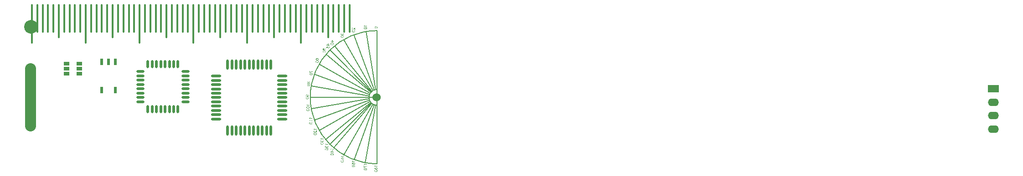
<source format=gbl>
G04*
G04 #@! TF.GenerationSoftware,Altium Limited,Altium Designer,19.0.4 (130)*
G04*
G04 Layer_Physical_Order=2*
G04 Layer_Color=16711680*
%FSLAX25Y25*%
%MOIN*%
G70*
G01*
G75*
%ADD29C,0.00697*%
%ADD30C,0.00590*%
%ADD32C,0.01378*%
%ADD50C,0.10000*%
%ADD51O,0.07874X0.05512*%
%ADD52R,0.07874X0.05512*%
%ADD53O,0.08000X0.50000*%
%ADD54C,0.06000*%
%ADD55R,0.02362X0.04724*%
%ADD56R,0.04331X0.02559*%
%ADD57O,0.07480X0.01772*%
%ADD58O,0.01772X0.07480*%
%ADD59O,0.05906X0.01772*%
%ADD60O,0.01772X0.05906*%
G36*
X269612Y155791D02*
X269642Y155793D01*
X269666Y155792D01*
X269685Y155791D01*
X269697Y155790D01*
X269700Y155790D01*
X269800Y155781D01*
X269897Y155770D01*
X269981Y155757D01*
X270062Y155740D01*
X270135Y155721D01*
X270201Y155703D01*
X270260Y155681D01*
X270311Y155660D01*
X270359Y155640D01*
X270397Y155619D01*
X270430Y155602D01*
X270456Y155586D01*
X270477Y155572D01*
X270492Y155563D01*
X270500Y155556D01*
X270503Y155553D01*
X270538Y155518D01*
X270567Y155483D01*
X270592Y155445D01*
X270614Y155404D01*
X270631Y155367D01*
X270647Y155326D01*
X270667Y155252D01*
X270671Y155218D01*
X270676Y155188D01*
X270680Y155160D01*
X270682Y155136D01*
X270684Y155114D01*
X270683Y155087D01*
X270673Y155008D01*
X270657Y154939D01*
X270635Y154879D01*
X270611Y154826D01*
X270588Y154787D01*
X270568Y154755D01*
X270558Y154746D01*
X270555Y154737D01*
X270549Y154735D01*
X270549Y154732D01*
X270497Y154683D01*
X270440Y154643D01*
X270384Y154609D01*
X270327Y154582D01*
X270278Y154560D01*
X270259Y154552D01*
X270240Y154544D01*
X270225Y154539D01*
X270213Y154536D01*
X270206Y154533D01*
X270203Y154534D01*
X270160Y154524D01*
X270117Y154514D01*
X270022Y154500D01*
X269927Y154493D01*
X269836Y154489D01*
X269793Y154488D01*
X269753Y154487D01*
X269720Y154489D01*
X269689Y154488D01*
X269665Y154489D01*
X269647Y154490D01*
X269635Y154490D01*
X269632Y154490D01*
X269526Y154499D01*
X269480Y154501D01*
X269435Y154507D01*
X269392Y154512D01*
X269353Y154520D01*
X269320Y154525D01*
X269287Y154530D01*
X269260Y154537D01*
X269233Y154542D01*
X269212Y154546D01*
X269197Y154553D01*
X269182Y154557D01*
X269173Y154557D01*
X269167Y154560D01*
X269163Y154561D01*
X269101Y154582D01*
X269044Y154606D01*
X268994Y154630D01*
X268952Y154651D01*
X268920Y154671D01*
X268893Y154688D01*
X268879Y154697D01*
X268873Y154701D01*
X268832Y154733D01*
X268797Y154769D01*
X268765Y154804D01*
X268740Y154836D01*
X268723Y154867D01*
X268709Y154889D01*
X268701Y154905D01*
X268698Y154911D01*
X268679Y154957D01*
X268663Y155007D01*
X268654Y155056D01*
X268650Y155099D01*
X268646Y155136D01*
X268644Y155166D01*
X268646Y155194D01*
X268656Y155272D01*
X268672Y155341D01*
X268693Y155404D01*
X268717Y155455D01*
X268744Y155496D01*
X268764Y155525D01*
X268770Y155537D01*
X268777Y155546D01*
X268783Y155549D01*
X268783Y155552D01*
X268834Y155601D01*
X268888Y155641D01*
X268945Y155674D01*
X269001Y155702D01*
X269051Y155723D01*
X269073Y155731D01*
X269091Y155736D01*
X269107Y155742D01*
X269119Y155747D01*
X269125Y155750D01*
X269128Y155750D01*
X269172Y155760D01*
X269215Y155770D01*
X269310Y155780D01*
X269404Y155787D01*
X269496Y155791D01*
X269539Y155792D01*
X269578Y155793D01*
X269612Y155791D01*
D02*
G37*
G36*
X261533Y156858D02*
X261509Y156804D01*
X261489Y156755D01*
X261465Y156709D01*
X261445Y156669D01*
X261428Y156637D01*
X261414Y156616D01*
X261411Y156613D01*
X261411Y156609D01*
X261377Y156549D01*
X261339Y156495D01*
X261308Y156449D01*
X261277Y156410D01*
X261253Y156377D01*
X261236Y156352D01*
X261222Y156338D01*
X261218Y156334D01*
X263027Y156366D01*
X263032Y156081D01*
X260709Y156041D01*
X260706Y156227D01*
X260762Y156260D01*
X260818Y156299D01*
X260870Y156342D01*
X260918Y156386D01*
X260956Y156425D01*
X260987Y156457D01*
X261008Y156479D01*
X261012Y156482D01*
X261015Y156486D01*
X261070Y156554D01*
X261122Y156625D01*
X261166Y156696D01*
X261204Y156760D01*
X261234Y156817D01*
X261245Y156842D01*
X261255Y156863D01*
X261265Y156878D01*
X261272Y156892D01*
X261275Y156899D01*
X261275Y156902D01*
X261553Y156907D01*
X261533Y156858D01*
D02*
G37*
G36*
X262021Y155335D02*
X262134Y155330D01*
X262232Y155321D01*
X262328Y155308D01*
X262412Y155292D01*
X262490Y155276D01*
X262561Y155256D01*
X262621Y155236D01*
X262678Y155216D01*
X262724Y155195D01*
X262763Y155179D01*
X262795Y155161D01*
X262820Y155148D01*
X262838Y155138D01*
X262848Y155131D01*
X262852Y155127D01*
X262895Y155089D01*
X262930Y155051D01*
X262963Y155010D01*
X262992Y154964D01*
X263014Y154922D01*
X263036Y154877D01*
X263065Y154793D01*
X263073Y154754D01*
X263081Y154719D01*
X263088Y154688D01*
X263092Y154660D01*
X263096Y154635D01*
X263097Y154604D01*
X263091Y154512D01*
X263079Y154431D01*
X263059Y154360D01*
X263035Y154296D01*
X263011Y154250D01*
X262991Y154211D01*
X262981Y154200D01*
X262977Y154190D01*
X262970Y154186D01*
X262970Y154182D01*
X262915Y154122D01*
X262853Y154071D01*
X262790Y154028D01*
X262727Y153991D01*
X262671Y153962D01*
X262650Y153952D01*
X262630Y153941D01*
X262612Y153933D01*
X262598Y153929D01*
X262591Y153926D01*
X262588Y153926D01*
X262539Y153911D01*
X262490Y153896D01*
X262381Y153873D01*
X262272Y153857D01*
X262167Y153844D01*
X262117Y153840D01*
X262072Y153836D01*
X262033Y153835D01*
X261998Y153831D01*
X261970Y153830D01*
X261948Y153830D01*
X261934Y153830D01*
X261931Y153830D01*
X261808Y153831D01*
X261755Y153830D01*
X261702Y153833D01*
X261653Y153835D01*
X261607Y153842D01*
X261568Y153845D01*
X261529Y153847D01*
X261497Y153854D01*
X261466Y153857D01*
X261441Y153860D01*
X261423Y153867D01*
X261406Y153870D01*
X261395Y153870D01*
X261388Y153873D01*
X261385Y153873D01*
X261310Y153893D01*
X261243Y153916D01*
X261183Y153940D01*
X261133Y153960D01*
X261094Y153981D01*
X261062Y153998D01*
X261044Y154008D01*
X261037Y154011D01*
X260987Y154046D01*
X260944Y154084D01*
X260905Y154122D01*
X260873Y154156D01*
X260851Y154191D01*
X260833Y154216D01*
X260822Y154233D01*
X260818Y154240D01*
X260793Y154292D01*
X260771Y154348D01*
X260756Y154404D01*
X260748Y154453D01*
X260740Y154496D01*
X260736Y154531D01*
X260735Y154562D01*
X260741Y154654D01*
X260753Y154735D01*
X260773Y154809D01*
X260797Y154870D01*
X260824Y154919D01*
X260845Y154955D01*
X260851Y154969D01*
X260858Y154980D01*
X260865Y154983D01*
X260865Y154987D01*
X260920Y155048D01*
X260979Y155098D01*
X261042Y155141D01*
X261105Y155178D01*
X261160Y155207D01*
X261185Y155218D01*
X261206Y155225D01*
X261224Y155233D01*
X261237Y155240D01*
X261244Y155244D01*
X261248Y155244D01*
X261297Y155259D01*
X261346Y155274D01*
X261455Y155293D01*
X261564Y155309D01*
X261669Y155321D01*
X261718Y155326D01*
X261764Y155330D01*
X261803Y155331D01*
X261838Y155335D01*
X261866Y155335D01*
X261887Y155336D01*
X261901Y155336D01*
X261905Y155336D01*
X262021Y155335D01*
D02*
G37*
G36*
X254187Y153361D02*
X253925D01*
Y154459D01*
X253871Y154422D01*
X253827Y154385D01*
X253806Y154368D01*
X253793Y154354D01*
X253783Y154347D01*
X253779Y154344D01*
X253762Y154327D01*
X253745Y154310D01*
X253704Y154266D01*
X253657Y154211D01*
X253609Y154160D01*
X253565Y154109D01*
X253531Y154068D01*
X253517Y154051D01*
X253507Y154038D01*
X253500Y154031D01*
X253497Y154028D01*
X253449Y153973D01*
X253409Y153926D01*
X253368Y153878D01*
X253330Y153837D01*
X253293Y153800D01*
X253262Y153766D01*
X253232Y153732D01*
X253204Y153705D01*
X253181Y153681D01*
X253160Y153660D01*
X253130Y153630D01*
X253109Y153613D01*
X253102Y153606D01*
X253048Y153562D01*
X253000Y153521D01*
X252953Y153490D01*
X252912Y153467D01*
X252878Y153446D01*
X252854Y153433D01*
X252837Y153426D01*
X252831Y153422D01*
X252783Y153402D01*
X252735Y153388D01*
X252691Y153378D01*
X252650Y153371D01*
X252616Y153368D01*
X252589Y153365D01*
X252572D01*
X252565D01*
X252518Y153368D01*
X252470Y153371D01*
X252385Y153395D01*
X252310Y153426D01*
X252246Y153460D01*
X252195Y153494D01*
X252174Y153511D01*
X252154Y153524D01*
X252140Y153538D01*
X252130Y153548D01*
X252127Y153552D01*
X252123Y153555D01*
X252093Y153592D01*
X252062Y153630D01*
X252038Y153671D01*
X252018Y153715D01*
X251987Y153800D01*
X251967Y153881D01*
X251957Y153919D01*
X251953Y153953D01*
X251950Y153983D01*
X251946Y154011D01*
X251943Y154034D01*
Y154065D01*
X251946Y154123D01*
X251950Y154177D01*
X251970Y154279D01*
X251980Y154323D01*
X251994Y154368D01*
X252011Y154405D01*
X252025Y154439D01*
X252042Y154470D01*
X252055Y154497D01*
X252072Y154521D01*
X252082Y154541D01*
X252093Y154555D01*
X252103Y154565D01*
X252106Y154572D01*
X252110Y154575D01*
X252144Y154609D01*
X252178Y154636D01*
X252256Y154687D01*
X252334Y154725D01*
X252412Y154752D01*
X252480Y154772D01*
X252511Y154776D01*
X252538Y154782D01*
X252558Y154786D01*
X252575Y154789D01*
X252586D01*
X252589D01*
X252620Y154507D01*
X252545Y154500D01*
X252480Y154487D01*
X252426Y154470D01*
X252378Y154446D01*
X252341Y154425D01*
X252314Y154405D01*
X252300Y154391D01*
X252293Y154388D01*
X252253Y154340D01*
X252222Y154289D01*
X252202Y154235D01*
X252185Y154184D01*
X252178Y154140D01*
X252174Y154106D01*
X252171Y154092D01*
Y154072D01*
X252174Y154004D01*
X252188Y153943D01*
X252205Y153892D01*
X252225Y153847D01*
X252249Y153813D01*
X252266Y153786D01*
X252280Y153773D01*
X252283Y153766D01*
X252327Y153725D01*
X252375Y153698D01*
X252419Y153677D01*
X252463Y153660D01*
X252501Y153654D01*
X252531Y153650D01*
X252552Y153647D01*
X252555D01*
X252558D01*
X252616Y153654D01*
X252677Y153667D01*
X252732Y153688D01*
X252783Y153711D01*
X252827Y153735D01*
X252861Y153756D01*
X252875Y153762D01*
X252885Y153769D01*
X252888Y153776D01*
X252892D01*
X252926Y153803D01*
X252963Y153834D01*
X253000Y153868D01*
X253038Y153909D01*
X253116Y153990D01*
X253194Y154072D01*
X253259Y154147D01*
X253290Y154181D01*
X253313Y154211D01*
X253337Y154235D01*
X253351Y154252D01*
X253361Y154266D01*
X253364Y154269D01*
X253436Y154351D01*
X253500Y154425D01*
X253558Y154487D01*
X253606Y154538D01*
X253646Y154578D01*
X253677Y154606D01*
X253697Y154623D01*
X253701Y154629D01*
X253704D01*
X253759Y154674D01*
X253810Y154708D01*
X253861Y154742D01*
X253905Y154765D01*
X253946Y154786D01*
X253973Y154799D01*
X253993Y154806D01*
X253997Y154810D01*
X254000D01*
X254034Y154820D01*
X254068Y154830D01*
X254099Y154833D01*
X254126Y154837D01*
X254150Y154840D01*
X254170D01*
X254184D01*
X254187D01*
Y153361D01*
D02*
G37*
G36*
X253198Y153065D02*
X253307Y153059D01*
X253402Y153048D01*
X253493Y153035D01*
X253575Y153018D01*
X253650Y153001D01*
X253718Y152980D01*
X253776Y152960D01*
X253830Y152940D01*
X253874Y152919D01*
X253912Y152902D01*
X253942Y152885D01*
X253966Y152872D01*
X253983Y152861D01*
X253993Y152855D01*
X253997Y152851D01*
X254037Y152814D01*
X254071Y152776D01*
X254102Y152736D01*
X254129Y152691D01*
X254150Y152651D01*
X254170Y152606D01*
X254197Y152525D01*
X254204Y152487D01*
X254211Y152453D01*
X254218Y152423D01*
X254221Y152396D01*
X254224Y152372D01*
Y152341D01*
X254218Y152253D01*
X254204Y152175D01*
X254184Y152107D01*
X254160Y152045D01*
X254136Y152001D01*
X254116Y151964D01*
X254105Y151954D01*
X254102Y151943D01*
X254095Y151940D01*
Y151937D01*
X254041Y151879D01*
X253980Y151831D01*
X253919Y151790D01*
X253857Y151756D01*
X253803Y151729D01*
X253783Y151719D01*
X253762Y151709D01*
X253745Y151702D01*
X253731Y151699D01*
X253725Y151695D01*
X253721D01*
X253674Y151682D01*
X253626Y151668D01*
X253521Y151648D01*
X253415Y151634D01*
X253313Y151624D01*
X253266Y151620D01*
X253222Y151617D01*
X253184D01*
X253150Y151614D01*
X253123D01*
X253102D01*
X253089D01*
X253085D01*
X252966Y151617D01*
X252916D01*
X252865Y151620D01*
X252817Y151624D01*
X252773Y151631D01*
X252735Y151634D01*
X252698Y151637D01*
X252667Y151644D01*
X252637Y151648D01*
X252613Y151651D01*
X252596Y151658D01*
X252579Y151661D01*
X252569D01*
X252562Y151665D01*
X252558D01*
X252487Y151685D01*
X252422Y151709D01*
X252365Y151733D01*
X252317Y151753D01*
X252280Y151773D01*
X252249Y151790D01*
X252232Y151801D01*
X252225Y151804D01*
X252178Y151838D01*
X252137Y151875D01*
X252099Y151913D01*
X252069Y151947D01*
X252048Y151981D01*
X252031Y152005D01*
X252021Y152022D01*
X252018Y152028D01*
X251994Y152079D01*
X251974Y152134D01*
X251960Y152188D01*
X251953Y152236D01*
X251946Y152277D01*
X251943Y152311D01*
Y152341D01*
X251950Y152430D01*
X251963Y152508D01*
X251984Y152579D01*
X252008Y152637D01*
X252035Y152685D01*
X252055Y152719D01*
X252062Y152732D01*
X252069Y152742D01*
X252076Y152746D01*
Y152749D01*
X252130Y152807D01*
X252188Y152855D01*
X252249Y152895D01*
X252310Y152929D01*
X252365Y152957D01*
X252389Y152967D01*
X252409Y152974D01*
X252426Y152980D01*
X252439Y152987D01*
X252446Y152991D01*
X252450D01*
X252497Y153004D01*
X252545Y153018D01*
X252650Y153035D01*
X252756Y153048D01*
X252858Y153059D01*
X252905Y153062D01*
X252950Y153065D01*
X252987D01*
X253021Y153069D01*
X253048D01*
X253068D01*
X253082D01*
X253085D01*
X253198Y153065D01*
D02*
G37*
G36*
X269247Y53989D02*
X269223Y53938D01*
X269203Y53890D01*
X269179Y53846D01*
X269158Y53809D01*
X269141Y53778D01*
X269128Y53758D01*
X269124Y53754D01*
Y53751D01*
X269091Y53693D01*
X269053Y53642D01*
X269022Y53598D01*
X268992Y53561D01*
X268968Y53530D01*
X268951Y53506D01*
X268937Y53492D01*
X268934Y53489D01*
X270682D01*
Y53214D01*
X268438D01*
Y53394D01*
X268492Y53425D01*
X268547Y53462D01*
X268597Y53503D01*
X268645Y53544D01*
X268683Y53581D01*
X268713Y53611D01*
X268733Y53632D01*
X268737Y53635D01*
X268740Y53639D01*
X268795Y53703D01*
X268846Y53771D01*
X268890Y53839D01*
X268927Y53900D01*
X268958Y53955D01*
X268968Y53979D01*
X268978Y53999D01*
X268988Y54013D01*
X268995Y54026D01*
X268999Y54033D01*
Y54036D01*
X269267D01*
X269247Y53989D01*
D02*
G37*
G36*
X270090Y52513D02*
X270141Y52507D01*
X270189Y52500D01*
X270236Y52486D01*
X270318Y52452D01*
X270355Y52435D01*
X270389Y52415D01*
X270420Y52398D01*
X270447Y52381D01*
X270471Y52364D01*
X270491Y52347D01*
X270505Y52333D01*
X270515Y52326D01*
X270522Y52320D01*
X270525Y52316D01*
X270559Y52275D01*
X270590Y52235D01*
X270614Y52190D01*
X270637Y52146D01*
X270654Y52102D01*
X270672Y52058D01*
X270695Y51973D01*
X270702Y51932D01*
X270709Y51898D01*
X270712Y51864D01*
X270716Y51837D01*
X270719Y51813D01*
Y51782D01*
X270716Y51721D01*
X270712Y51663D01*
X270702Y51609D01*
X270689Y51561D01*
X270675Y51514D01*
X270658Y51469D01*
X270641Y51429D01*
X270620Y51391D01*
X270603Y51357D01*
X270586Y51330D01*
X270569Y51306D01*
X270556Y51286D01*
X270542Y51269D01*
X270532Y51259D01*
X270529Y51252D01*
X270525Y51249D01*
X270488Y51211D01*
X270450Y51180D01*
X270410Y51153D01*
X270369Y51130D01*
X270328Y51109D01*
X270287Y51095D01*
X270212Y51068D01*
X270145Y51055D01*
X270114Y51051D01*
X270090Y51048D01*
X270070Y51044D01*
X270056D01*
X270046D01*
X270042D01*
X269968Y51048D01*
X269900Y51061D01*
X269839Y51078D01*
X269787Y51099D01*
X269743Y51119D01*
X269713Y51136D01*
X269692Y51150D01*
X269685Y51153D01*
X269635Y51197D01*
X269587Y51249D01*
X269549Y51300D01*
X269519Y51350D01*
X269498Y51395D01*
X269481Y51432D01*
X269475Y51446D01*
X269471Y51456D01*
X269468Y51463D01*
Y51466D01*
X269444Y51408D01*
X269413Y51357D01*
X269386Y51313D01*
X269359Y51279D01*
X269332Y51252D01*
X269311Y51231D01*
X269298Y51221D01*
X269295Y51218D01*
X269250Y51191D01*
X269203Y51170D01*
X269158Y51157D01*
X269114Y51147D01*
X269077Y51140D01*
X269050Y51136D01*
X269029D01*
X269022D01*
X268978Y51140D01*
X268934Y51143D01*
X268856Y51164D01*
X268784Y51194D01*
X268723Y51225D01*
X268676Y51259D01*
X268655Y51276D01*
X268638Y51289D01*
X268625Y51300D01*
X268614Y51310D01*
X268611Y51313D01*
X268608Y51316D01*
X268577Y51350D01*
X268550Y51388D01*
X268529Y51425D01*
X268509Y51466D01*
X268478Y51544D01*
X268458Y51619D01*
X268448Y51687D01*
X268441Y51714D01*
Y51741D01*
X268438Y51762D01*
Y51789D01*
X268441Y51844D01*
X268444Y51891D01*
X268465Y51983D01*
X268489Y52065D01*
X268519Y52129D01*
X268536Y52160D01*
X268550Y52184D01*
X268567Y52204D01*
X268577Y52224D01*
X268587Y52238D01*
X268597Y52248D01*
X268601Y52251D01*
X268604Y52255D01*
X268635Y52285D01*
X268669Y52313D01*
X268703Y52337D01*
X268740Y52354D01*
X268808Y52387D01*
X268873Y52408D01*
X268931Y52418D01*
X268954Y52421D01*
X268975Y52425D01*
X268992Y52428D01*
X269005D01*
X269012D01*
X269016D01*
X269074Y52425D01*
X269124Y52415D01*
X269172Y52401D01*
X269213Y52387D01*
X269247Y52374D01*
X269271Y52360D01*
X269284Y52350D01*
X269291Y52347D01*
X269332Y52313D01*
X269366Y52272D01*
X269396Y52231D01*
X269424Y52187D01*
X269441Y52149D01*
X269458Y52119D01*
X269464Y52099D01*
X269468Y52095D01*
Y52092D01*
X269492Y52163D01*
X269522Y52228D01*
X269556Y52282D01*
X269590Y52326D01*
X269621Y52360D01*
X269648Y52387D01*
X269665Y52401D01*
X269668Y52408D01*
X269672D01*
X269730Y52445D01*
X269791Y52469D01*
X269852Y52490D01*
X269910Y52503D01*
X269957Y52510D01*
X269981Y52513D01*
X269998D01*
X270015Y52517D01*
X270025D01*
X270032D01*
X270036D01*
X270090Y52513D01*
D02*
G37*
G36*
X269692Y50776D02*
X269801Y50769D01*
X269896Y50759D01*
X269988Y50745D01*
X270070Y50728D01*
X270145Y50711D01*
X270212Y50691D01*
X270270Y50670D01*
X270325Y50650D01*
X270369Y50630D01*
X270406Y50613D01*
X270437Y50596D01*
X270461Y50582D01*
X270478Y50572D01*
X270488Y50565D01*
X270491Y50562D01*
X270532Y50524D01*
X270566Y50487D01*
X270597Y50446D01*
X270624Y50402D01*
X270644Y50361D01*
X270665Y50317D01*
X270692Y50235D01*
X270699Y50198D01*
X270706Y50164D01*
X270712Y50133D01*
X270716Y50106D01*
X270719Y50082D01*
Y50052D01*
X270712Y49963D01*
X270699Y49885D01*
X270678Y49817D01*
X270654Y49756D01*
X270631Y49712D01*
X270610Y49674D01*
X270600Y49664D01*
X270597Y49654D01*
X270590Y49650D01*
Y49647D01*
X270535Y49589D01*
X270474Y49542D01*
X270413Y49501D01*
X270352Y49467D01*
X270297Y49440D01*
X270277Y49430D01*
X270257Y49419D01*
X270240Y49413D01*
X270226Y49409D01*
X270219Y49406D01*
X270216D01*
X270168Y49392D01*
X270121Y49378D01*
X270015Y49358D01*
X269910Y49345D01*
X269808Y49334D01*
X269760Y49331D01*
X269716Y49327D01*
X269679D01*
X269645Y49324D01*
X269618D01*
X269597D01*
X269583D01*
X269580D01*
X269461Y49327D01*
X269410D01*
X269359Y49331D01*
X269311Y49334D01*
X269267Y49341D01*
X269230Y49345D01*
X269193Y49348D01*
X269162Y49355D01*
X269131Y49358D01*
X269108Y49362D01*
X269091Y49368D01*
X269074Y49372D01*
X269063D01*
X269056Y49375D01*
X269053D01*
X268982Y49395D01*
X268917Y49419D01*
X268859Y49443D01*
X268812Y49463D01*
X268774Y49484D01*
X268744Y49501D01*
X268727Y49511D01*
X268720Y49514D01*
X268672Y49549D01*
X268631Y49586D01*
X268594Y49623D01*
X268564Y49657D01*
X268543Y49691D01*
X268526Y49715D01*
X268516Y49732D01*
X268512Y49739D01*
X268489Y49790D01*
X268468Y49844D01*
X268455Y49899D01*
X268448Y49946D01*
X268441Y49987D01*
X268438Y50021D01*
Y50052D01*
X268444Y50140D01*
X268458Y50218D01*
X268478Y50290D01*
X268502Y50348D01*
X268529Y50395D01*
X268550Y50429D01*
X268557Y50443D01*
X268564Y50453D01*
X268570Y50456D01*
Y50460D01*
X268625Y50517D01*
X268683Y50565D01*
X268744Y50606D01*
X268805Y50640D01*
X268859Y50667D01*
X268883Y50677D01*
X268903Y50684D01*
X268920Y50691D01*
X268934Y50698D01*
X268941Y50701D01*
X268944D01*
X268992Y50715D01*
X269039Y50728D01*
X269145Y50745D01*
X269250Y50759D01*
X269352Y50769D01*
X269400Y50773D01*
X269444Y50776D01*
X269481D01*
X269515Y50779D01*
X269543D01*
X269563D01*
X269577D01*
X269580D01*
X269692Y50776D01*
D02*
G37*
G36*
X221573Y89046D02*
X221549Y88992D01*
X221529Y88943D01*
X221505Y88897D01*
X221485Y88857D01*
X221468Y88825D01*
X221454Y88804D01*
X221451Y88801D01*
X221451Y88797D01*
X221416Y88736D01*
X221379Y88683D01*
X221348Y88637D01*
X221317Y88598D01*
X221293Y88565D01*
X221276Y88540D01*
X221262Y88526D01*
X221258Y88522D01*
X223067Y88554D01*
X223072Y88269D01*
X220749Y88228D01*
X220746Y88415D01*
X220802Y88448D01*
X220858Y88487D01*
X220910Y88530D01*
X220958Y88574D01*
X220996Y88613D01*
X221027Y88645D01*
X221048Y88667D01*
X221052Y88670D01*
X221055Y88674D01*
X221110Y88742D01*
X221162Y88813D01*
X221206Y88884D01*
X221244Y88948D01*
X221274Y89005D01*
X221285Y89030D01*
X221295Y89051D01*
X221305Y89065D01*
X221312Y89080D01*
X221315Y89087D01*
X221315Y89090D01*
X221593Y89095D01*
X221573Y89046D01*
D02*
G37*
G36*
X221604Y87251D02*
X221581Y87197D01*
X221560Y87148D01*
X221537Y87102D01*
X221516Y87063D01*
X221499Y87031D01*
X221485Y87009D01*
X221482Y87006D01*
X221482Y87002D01*
X221448Y86942D01*
X221410Y86888D01*
X221379Y86842D01*
X221348Y86803D01*
X221324Y86770D01*
X221307Y86746D01*
X221293Y86731D01*
X221290Y86728D01*
X223099Y86759D01*
X223104Y86474D01*
X220781Y86434D01*
X220778Y86620D01*
X220833Y86653D01*
X220889Y86692D01*
X220941Y86736D01*
X220989Y86779D01*
X221027Y86818D01*
X221059Y86850D01*
X221079Y86872D01*
X221083Y86875D01*
X221086Y86879D01*
X221142Y86947D01*
X221193Y87018D01*
X221238Y87089D01*
X221275Y87153D01*
X221306Y87210D01*
X221316Y87235D01*
X221326Y87256D01*
X221337Y87271D01*
X221343Y87285D01*
X221347Y87292D01*
X221347Y87295D01*
X221625Y87300D01*
X221604Y87251D01*
D02*
G37*
G36*
X222092Y85728D02*
X222205Y85723D01*
X222304Y85714D01*
X222399Y85701D01*
X222484Y85685D01*
X222561Y85669D01*
X222632Y85649D01*
X222692Y85629D01*
X222749Y85609D01*
X222795Y85589D01*
X222834Y85572D01*
X222866Y85555D01*
X222891Y85541D01*
X222909Y85531D01*
X222920Y85524D01*
X222923Y85520D01*
X222966Y85482D01*
X223002Y85444D01*
X223034Y85403D01*
X223063Y85357D01*
X223085Y85316D01*
X223107Y85270D01*
X223137Y85186D01*
X223144Y85148D01*
X223152Y85113D01*
X223160Y85081D01*
X223164Y85053D01*
X223168Y85028D01*
X223168Y84997D01*
X223163Y84905D01*
X223150Y84824D01*
X223130Y84753D01*
X223107Y84689D01*
X223083Y84643D01*
X223062Y84604D01*
X223052Y84593D01*
X223049Y84583D01*
X223042Y84579D01*
X223042Y84575D01*
X222986Y84515D01*
X222924Y84464D01*
X222861Y84421D01*
X222799Y84385D01*
X222743Y84355D01*
X222722Y84345D01*
X222701Y84334D01*
X222683Y84326D01*
X222669Y84323D01*
X222662Y84319D01*
X222659Y84319D01*
X222610Y84304D01*
X222561Y84289D01*
X222452Y84266D01*
X222343Y84250D01*
X222238Y84237D01*
X222189Y84233D01*
X222143Y84229D01*
X222104Y84228D01*
X222069Y84224D01*
X222041Y84224D01*
X222020Y84223D01*
X222006Y84223D01*
X222002Y84223D01*
X221879Y84224D01*
X221826Y84223D01*
X221773Y84226D01*
X221724Y84229D01*
X221678Y84235D01*
X221639Y84238D01*
X221601Y84241D01*
X221569Y84247D01*
X221537Y84250D01*
X221512Y84253D01*
X221495Y84260D01*
X221477Y84263D01*
X221466Y84263D01*
X221459Y84266D01*
X221456Y84266D01*
X221381Y84286D01*
X221314Y84309D01*
X221254Y84333D01*
X221204Y84353D01*
X221165Y84374D01*
X221133Y84391D01*
X221115Y84401D01*
X221108Y84404D01*
X221059Y84439D01*
X221016Y84477D01*
X220976Y84515D01*
X220944Y84549D01*
X220922Y84584D01*
X220904Y84609D01*
X220893Y84626D01*
X220890Y84633D01*
X220864Y84685D01*
X220842Y84741D01*
X220827Y84797D01*
X220819Y84847D01*
X220811Y84889D01*
X220807Y84924D01*
X220807Y84955D01*
X220812Y85047D01*
X220825Y85128D01*
X220845Y85202D01*
X220868Y85263D01*
X220895Y85312D01*
X220916Y85348D01*
X220923Y85362D01*
X220930Y85373D01*
X220936Y85377D01*
X220936Y85380D01*
X220992Y85441D01*
X221051Y85491D01*
X221113Y85535D01*
X221176Y85571D01*
X221232Y85600D01*
X221256Y85611D01*
X221277Y85618D01*
X221295Y85626D01*
X221309Y85633D01*
X221316Y85637D01*
X221319Y85637D01*
X221368Y85652D01*
X221417Y85667D01*
X221526Y85686D01*
X221635Y85702D01*
X221740Y85715D01*
X221790Y85719D01*
X221835Y85723D01*
X221874Y85724D01*
X221909Y85728D01*
X221937Y85729D01*
X221958Y85729D01*
X221972Y85729D01*
X221976Y85729D01*
X222092Y85728D01*
D02*
G37*
G36*
X220839Y115343D02*
X220890Y115336D01*
X220938Y115329D01*
X220986Y115316D01*
X221067Y115282D01*
X221105Y115265D01*
X221139Y115244D01*
X221169Y115227D01*
X221196Y115210D01*
X221220Y115193D01*
X221241Y115176D01*
X221254Y115163D01*
X221264Y115156D01*
X221271Y115149D01*
X221275Y115146D01*
X221309Y115105D01*
X221339Y115064D01*
X221363Y115020D01*
X221387Y114976D01*
X221404Y114931D01*
X221421Y114887D01*
X221445Y114802D01*
X221451Y114761D01*
X221458Y114727D01*
X221462Y114693D01*
X221465Y114666D01*
X221468Y114643D01*
Y114612D01*
X221465Y114551D01*
X221462Y114493D01*
X221451Y114438D01*
X221438Y114391D01*
X221424Y114343D01*
X221407Y114299D01*
X221390Y114258D01*
X221370Y114221D01*
X221353Y114187D01*
X221336Y114160D01*
X221319Y114136D01*
X221305Y114116D01*
X221292Y114099D01*
X221281Y114088D01*
X221278Y114082D01*
X221275Y114078D01*
X221237Y114041D01*
X221200Y114010D01*
X221159Y113983D01*
X221118Y113959D01*
X221077Y113939D01*
X221037Y113925D01*
X220962Y113898D01*
X220894Y113884D01*
X220863Y113881D01*
X220839Y113877D01*
X220819Y113874D01*
X220805D01*
X220795D01*
X220792D01*
X220717Y113877D01*
X220649Y113891D01*
X220588Y113908D01*
X220537Y113928D01*
X220493Y113949D01*
X220462Y113966D01*
X220442Y113979D01*
X220435Y113983D01*
X220384Y114027D01*
X220336Y114078D01*
X220299Y114129D01*
X220268Y114180D01*
X220248Y114224D01*
X220231Y114262D01*
X220224Y114275D01*
X220221Y114286D01*
X220217Y114292D01*
Y114296D01*
X220193Y114238D01*
X220163Y114187D01*
X220136Y114143D01*
X220108Y114109D01*
X220081Y114082D01*
X220061Y114061D01*
X220047Y114051D01*
X220044Y114048D01*
X220000Y114020D01*
X219952Y114000D01*
X219908Y113986D01*
X219864Y113976D01*
X219826Y113969D01*
X219799Y113966D01*
X219779D01*
X219772D01*
X219728Y113969D01*
X219683Y113973D01*
X219605Y113993D01*
X219534Y114024D01*
X219473Y114054D01*
X219425Y114088D01*
X219405Y114105D01*
X219388Y114119D01*
X219374Y114129D01*
X219364Y114139D01*
X219360Y114143D01*
X219357Y114146D01*
X219326Y114180D01*
X219299Y114217D01*
X219279Y114255D01*
X219258Y114296D01*
X219228Y114374D01*
X219207Y114449D01*
X219197Y114517D01*
X219190Y114544D01*
Y114571D01*
X219187Y114592D01*
Y114619D01*
X219190Y114673D01*
X219194Y114721D01*
X219214Y114813D01*
X219238Y114894D01*
X219269Y114959D01*
X219286Y114989D01*
X219299Y115013D01*
X219316Y115033D01*
X219326Y115054D01*
X219337Y115068D01*
X219347Y115078D01*
X219350Y115081D01*
X219354Y115085D01*
X219384Y115115D01*
X219418Y115142D01*
X219452Y115166D01*
X219490Y115183D01*
X219558Y115217D01*
X219622Y115237D01*
X219680Y115248D01*
X219704Y115251D01*
X219724Y115254D01*
X219741Y115258D01*
X219755D01*
X219762D01*
X219765D01*
X219823Y115254D01*
X219874Y115244D01*
X219921Y115231D01*
X219962Y115217D01*
X219996Y115203D01*
X220020Y115190D01*
X220034Y115180D01*
X220040Y115176D01*
X220081Y115142D01*
X220115Y115102D01*
X220146Y115061D01*
X220173Y115016D01*
X220190Y114979D01*
X220207Y114948D01*
X220214Y114928D01*
X220217Y114925D01*
Y114921D01*
X220241Y114993D01*
X220272Y115057D01*
X220306Y115112D01*
X220340Y115156D01*
X220370Y115190D01*
X220397Y115217D01*
X220414Y115231D01*
X220418Y115237D01*
X220421D01*
X220479Y115275D01*
X220540Y115299D01*
X220601Y115319D01*
X220659Y115333D01*
X220707Y115340D01*
X220731Y115343D01*
X220748D01*
X220765Y115346D01*
X220775D01*
X220782D01*
X220785D01*
X220839Y115343D01*
D02*
G37*
G36*
X220442Y113605D02*
X220550Y113599D01*
X220646Y113589D01*
X220737Y113575D01*
X220819Y113558D01*
X220894Y113541D01*
X220962Y113521D01*
X221020Y113500D01*
X221074Y113480D01*
X221118Y113459D01*
X221156Y113442D01*
X221186Y113425D01*
X221210Y113412D01*
X221227Y113401D01*
X221237Y113395D01*
X221241Y113391D01*
X221281Y113354D01*
X221315Y113317D01*
X221346Y113276D01*
X221373Y113232D01*
X221394Y113191D01*
X221414Y113146D01*
X221441Y113065D01*
X221448Y113028D01*
X221455Y112994D01*
X221462Y112963D01*
X221465Y112936D01*
X221468Y112912D01*
Y112881D01*
X221462Y112793D01*
X221448Y112715D01*
X221428Y112647D01*
X221404Y112585D01*
X221380Y112541D01*
X221360Y112504D01*
X221349Y112494D01*
X221346Y112484D01*
X221339Y112480D01*
Y112477D01*
X221285Y112419D01*
X221224Y112371D01*
X221162Y112330D01*
X221101Y112296D01*
X221047Y112269D01*
X221026Y112259D01*
X221006Y112249D01*
X220989Y112242D01*
X220975Y112239D01*
X220969Y112235D01*
X220965D01*
X220918Y112222D01*
X220870Y112208D01*
X220765Y112188D01*
X220659Y112174D01*
X220557Y112164D01*
X220510Y112161D01*
X220465Y112157D01*
X220428D01*
X220394Y112154D01*
X220367D01*
X220346D01*
X220333D01*
X220329D01*
X220210Y112157D01*
X220159D01*
X220108Y112161D01*
X220061Y112164D01*
X220017Y112171D01*
X219979Y112174D01*
X219942Y112178D01*
X219911Y112184D01*
X219881Y112188D01*
X219857Y112191D01*
X219840Y112198D01*
X219823Y112201D01*
X219813D01*
X219806Y112205D01*
X219802D01*
X219731Y112225D01*
X219666Y112249D01*
X219609Y112273D01*
X219561Y112293D01*
X219524Y112313D01*
X219493Y112330D01*
X219476Y112341D01*
X219469Y112344D01*
X219422Y112378D01*
X219381Y112416D01*
X219343Y112453D01*
X219313Y112487D01*
X219292Y112521D01*
X219275Y112545D01*
X219265Y112562D01*
X219262Y112568D01*
X219238Y112619D01*
X219218Y112674D01*
X219204Y112728D01*
X219197Y112776D01*
X219190Y112817D01*
X219187Y112851D01*
Y112881D01*
X219194Y112970D01*
X219207Y113048D01*
X219228Y113119D01*
X219252Y113177D01*
X219279Y113225D01*
X219299Y113259D01*
X219306Y113272D01*
X219313Y113283D01*
X219320Y113286D01*
Y113289D01*
X219374Y113347D01*
X219432Y113395D01*
X219493Y113435D01*
X219554Y113470D01*
X219609Y113497D01*
X219632Y113507D01*
X219653Y113514D01*
X219670Y113521D01*
X219683Y113527D01*
X219690Y113531D01*
X219694D01*
X219741Y113544D01*
X219789Y113558D01*
X219894Y113575D01*
X220000Y113589D01*
X220102Y113599D01*
X220149Y113602D01*
X220193Y113605D01*
X220231D01*
X220265Y113609D01*
X220292D01*
X220312D01*
X220326D01*
X220329D01*
X220442Y113605D01*
D02*
G37*
G36*
X261531Y55355D02*
X261507Y55301D01*
X261487Y55252D01*
X261463Y55206D01*
X261442Y55167D01*
X261425Y55135D01*
X261412Y55113D01*
X261408Y55110D01*
X261408Y55106D01*
X261374Y55046D01*
X261336Y54992D01*
X261305Y54946D01*
X261275Y54907D01*
X261250Y54874D01*
X261233Y54850D01*
X261219Y54835D01*
X261216Y54832D01*
X263025Y54863D01*
X263030Y54578D01*
X260707Y54538D01*
X260704Y54724D01*
X260760Y54757D01*
X260815Y54796D01*
X260867Y54840D01*
X260916Y54883D01*
X260954Y54922D01*
X260985Y54954D01*
X261006Y54976D01*
X261009Y54979D01*
X261013Y54983D01*
X261068Y55051D01*
X261119Y55122D01*
X261164Y55193D01*
X261202Y55257D01*
X261232Y55314D01*
X261242Y55339D01*
X261252Y55360D01*
X261263Y55375D01*
X261270Y55389D01*
X261273Y55396D01*
X261273Y55400D01*
X261551Y55404D01*
X261531Y55355D01*
D02*
G37*
G36*
X261050Y52667D02*
X261147Y52750D01*
X261247Y52825D01*
X261348Y52898D01*
X261442Y52963D01*
X261488Y52988D01*
X261526Y53013D01*
X261561Y53035D01*
X261592Y53053D01*
X261616Y53068D01*
X261634Y53079D01*
X261648Y53086D01*
X261651Y53090D01*
X261784Y53159D01*
X261916Y53221D01*
X262042Y53272D01*
X262102Y53295D01*
X262154Y53317D01*
X262207Y53335D01*
X262252Y53350D01*
X262291Y53365D01*
X262326Y53376D01*
X262354Y53383D01*
X262375Y53391D01*
X262389Y53395D01*
X262392Y53395D01*
X262532Y53432D01*
X262596Y53448D01*
X262659Y53459D01*
X262715Y53471D01*
X262768Y53479D01*
X262820Y53487D01*
X262866Y53495D01*
X262904Y53499D01*
X262943Y53503D01*
X262975Y53507D01*
X262999Y53507D01*
X263020Y53511D01*
X263035Y53512D01*
X263045Y53512D01*
X263049Y53512D01*
X263054Y53220D01*
X262927Y53207D01*
X262808Y53191D01*
X262702Y53171D01*
X262653Y53160D01*
X262608Y53152D01*
X262569Y53141D01*
X262531Y53133D01*
X262499Y53126D01*
X262471Y53118D01*
X262450Y53111D01*
X262436Y53107D01*
X262425Y53103D01*
X262422Y53103D01*
X262268Y53051D01*
X262125Y52996D01*
X262055Y52966D01*
X261988Y52937D01*
X261926Y52908D01*
X261870Y52882D01*
X261817Y52857D01*
X261768Y52831D01*
X261726Y52809D01*
X261692Y52791D01*
X261664Y52776D01*
X261643Y52766D01*
X261629Y52758D01*
X261625Y52755D01*
X261556Y52711D01*
X261486Y52671D01*
X261423Y52628D01*
X261364Y52588D01*
X261309Y52552D01*
X261260Y52512D01*
X261211Y52476D01*
X261170Y52444D01*
X261135Y52415D01*
X261100Y52386D01*
X261072Y52361D01*
X261048Y52343D01*
X261031Y52325D01*
X261017Y52315D01*
X261010Y52307D01*
X261007Y52304D01*
X260785Y52300D01*
X260759Y53796D01*
X261030Y53800D01*
X261050Y52667D01*
D02*
G37*
G36*
X262050Y52037D02*
X262163Y52032D01*
X262261Y52023D01*
X262357Y52011D01*
X262441Y51994D01*
X262519Y51978D01*
X262590Y51958D01*
X262650Y51938D01*
X262707Y51918D01*
X262753Y51898D01*
X262792Y51881D01*
X262824Y51864D01*
X262849Y51850D01*
X262866Y51840D01*
X262877Y51833D01*
X262881Y51829D01*
X262924Y51792D01*
X262960Y51753D01*
X262992Y51712D01*
X263021Y51666D01*
X263043Y51625D01*
X263065Y51579D01*
X263094Y51495D01*
X263102Y51457D01*
X263110Y51422D01*
X263117Y51390D01*
X263121Y51362D01*
X263125Y51337D01*
X263126Y51306D01*
X263120Y51214D01*
X263108Y51133D01*
X263088Y51062D01*
X263064Y50998D01*
X263040Y50952D01*
X263020Y50913D01*
X263010Y50902D01*
X263006Y50892D01*
X262999Y50888D01*
X262999Y50885D01*
X262944Y50824D01*
X262882Y50773D01*
X262819Y50730D01*
X262756Y50694D01*
X262700Y50665D01*
X262680Y50654D01*
X262659Y50643D01*
X262641Y50635D01*
X262627Y50632D01*
X262620Y50628D01*
X262617Y50628D01*
X262567Y50613D01*
X262519Y50598D01*
X262410Y50575D01*
X262301Y50559D01*
X262195Y50547D01*
X262146Y50542D01*
X262101Y50538D01*
X262062Y50537D01*
X262027Y50533D01*
X261999Y50533D01*
X261978Y50532D01*
X261963Y50532D01*
X261960Y50532D01*
X261837Y50533D01*
X261784Y50533D01*
X261731Y50535D01*
X261682Y50538D01*
X261636Y50544D01*
X261597Y50547D01*
X261558Y50550D01*
X261526Y50556D01*
X261495Y50559D01*
X261470Y50562D01*
X261452Y50569D01*
X261435Y50572D01*
X261424Y50572D01*
X261417Y50575D01*
X261414Y50575D01*
X261339Y50595D01*
X261272Y50619D01*
X261212Y50642D01*
X261162Y50662D01*
X261123Y50683D01*
X261091Y50700D01*
X261073Y50710D01*
X261066Y50713D01*
X261016Y50748D01*
X260973Y50786D01*
X260934Y50824D01*
X260902Y50858D01*
X260880Y50893D01*
X260862Y50918D01*
X260851Y50935D01*
X260847Y50942D01*
X260822Y50994D01*
X260800Y51050D01*
X260785Y51107D01*
X260777Y51156D01*
X260769Y51198D01*
X260765Y51233D01*
X260764Y51265D01*
X260770Y51356D01*
X260782Y51437D01*
X260802Y51512D01*
X260826Y51572D01*
X260853Y51622D01*
X260874Y51657D01*
X260880Y51671D01*
X260887Y51682D01*
X260894Y51686D01*
X260894Y51689D01*
X260949Y51750D01*
X261008Y51800D01*
X261071Y51844D01*
X261134Y51880D01*
X261190Y51909D01*
X261214Y51920D01*
X261235Y51928D01*
X261252Y51935D01*
X261266Y51942D01*
X261273Y51946D01*
X261277Y51946D01*
X261326Y51961D01*
X261375Y51976D01*
X261484Y51995D01*
X261593Y52011D01*
X261698Y52024D01*
X261747Y52028D01*
X261793Y52032D01*
X261832Y52033D01*
X261867Y52037D01*
X261895Y52038D01*
X261916Y52038D01*
X261930Y52038D01*
X261934Y52038D01*
X262050Y52037D01*
D02*
G37*
G36*
X252751Y57476D02*
X252727Y57425D01*
X252707Y57377D01*
X252683Y57333D01*
X252663Y57296D01*
X252646Y57265D01*
X252632Y57245D01*
X252629Y57241D01*
Y57238D01*
X252595Y57180D01*
X252557Y57129D01*
X252527Y57085D01*
X252496Y57048D01*
X252472Y57017D01*
X252455Y56993D01*
X252442Y56980D01*
X252438Y56976D01*
X254186D01*
Y56701D01*
X251942D01*
Y56881D01*
X251996Y56912D01*
X252051Y56949D01*
X252102Y56990D01*
X252149Y57031D01*
X252187Y57068D01*
X252217Y57099D01*
X252238Y57119D01*
X252241Y57122D01*
X252244Y57126D01*
X252299Y57191D01*
X252350Y57258D01*
X252394Y57327D01*
X252432Y57388D01*
X252462Y57442D01*
X252472Y57466D01*
X252483Y57486D01*
X252493Y57500D01*
X252500Y57513D01*
X252503Y57520D01*
Y57524D01*
X252771D01*
X252751Y57476D01*
D02*
G37*
G36*
X253247Y56011D02*
X253343Y56004D01*
X253434Y55994D01*
X253516Y55980D01*
X253591Y55963D01*
X253659Y55946D01*
X253720Y55926D01*
X253774Y55905D01*
X253822Y55888D01*
X253863Y55868D01*
X253897Y55851D01*
X253924Y55834D01*
X253944Y55820D01*
X253958Y55810D01*
X253968Y55803D01*
X253972Y55800D01*
X254016Y55759D01*
X254053Y55715D01*
X254087Y55667D01*
X254118Y55620D01*
X254142Y55572D01*
X254162Y55528D01*
X254179Y55480D01*
X254193Y55436D01*
X254203Y55395D01*
X254210Y55358D01*
X254217Y55324D01*
X254220Y55297D01*
Y55273D01*
X254223Y55252D01*
Y55239D01*
X254220Y55168D01*
X254210Y55099D01*
X254193Y55038D01*
X254176Y54984D01*
X254159Y54943D01*
X254142Y54909D01*
X254132Y54889D01*
X254128Y54882D01*
X254087Y54824D01*
X254043Y54777D01*
X253999Y54732D01*
X253955Y54695D01*
X253914Y54668D01*
X253883Y54647D01*
X253870Y54641D01*
X253859Y54634D01*
X253856Y54630D01*
X253853D01*
X253785Y54600D01*
X253717Y54576D01*
X253649Y54562D01*
X253591Y54549D01*
X253537Y54542D01*
X253516D01*
X253496Y54539D01*
X253482D01*
X253472D01*
X253465D01*
X253462D01*
X253404Y54542D01*
X253346Y54545D01*
X253295Y54555D01*
X253244Y54569D01*
X253200Y54583D01*
X253156Y54600D01*
X253118Y54617D01*
X253081Y54634D01*
X253050Y54654D01*
X253023Y54671D01*
X252999Y54688D01*
X252979Y54702D01*
X252962Y54715D01*
X252952Y54725D01*
X252945Y54729D01*
X252941Y54732D01*
X252904Y54770D01*
X252873Y54807D01*
X252846Y54848D01*
X252822Y54889D01*
X252802Y54926D01*
X252788Y54967D01*
X252761Y55038D01*
X252748Y55103D01*
X252744Y55130D01*
X252741Y55154D01*
X252737Y55174D01*
Y55202D01*
X252741Y55259D01*
X252748Y55314D01*
X252761Y55365D01*
X252775Y55409D01*
X252788Y55446D01*
X252802Y55477D01*
X252809Y55494D01*
X252812Y55501D01*
X252843Y55552D01*
X252877Y55599D01*
X252914Y55640D01*
X252952Y55674D01*
X252986Y55705D01*
X253013Y55725D01*
X253030Y55739D01*
X253033Y55742D01*
X252976D01*
X252918Y55739D01*
X252863Y55735D01*
X252812Y55732D01*
X252768Y55725D01*
X252724Y55718D01*
X252687Y55712D01*
X252653Y55705D01*
X252622Y55698D01*
X252595Y55691D01*
X252571Y55684D01*
X252554Y55677D01*
X252540Y55674D01*
X252527Y55671D01*
X252523Y55667D01*
X252520D01*
X252455Y55637D01*
X252397Y55603D01*
X252350Y55569D01*
X252312Y55535D01*
X252282Y55507D01*
X252258Y55484D01*
X252244Y55470D01*
X252241Y55463D01*
X252217Y55423D01*
X252197Y55385D01*
X252183Y55344D01*
X252176Y55307D01*
X252170Y55276D01*
X252166Y55252D01*
Y55229D01*
X252170Y55171D01*
X252183Y55116D01*
X252204Y55069D01*
X252224Y55028D01*
X252248Y54997D01*
X252265Y54974D01*
X252278Y54957D01*
X252285Y54953D01*
X252316Y54930D01*
X252350Y54909D01*
X252428Y54875D01*
X252462Y54865D01*
X252489Y54855D01*
X252510Y54848D01*
X252513D01*
X252517D01*
X252496Y54576D01*
X252404Y54593D01*
X252323Y54624D01*
X252255Y54654D01*
X252197Y54691D01*
X252153Y54725D01*
X252119Y54753D01*
X252098Y54773D01*
X252092Y54777D01*
Y54780D01*
X252064Y54814D01*
X252041Y54848D01*
X252007Y54919D01*
X251979Y54991D01*
X251959Y55059D01*
X251949Y55120D01*
X251945Y55147D01*
Y55168D01*
X251942Y55188D01*
Y55212D01*
X251945Y55276D01*
X251952Y55338D01*
X251966Y55395D01*
X251983Y55450D01*
X252003Y55501D01*
X252024Y55545D01*
X252047Y55589D01*
X252071Y55626D01*
X252095Y55660D01*
X252119Y55691D01*
X252139Y55715D01*
X252160Y55739D01*
X252176Y55756D01*
X252190Y55766D01*
X252197Y55773D01*
X252200Y55776D01*
X252258Y55817D01*
X252326Y55854D01*
X252394Y55885D01*
X252472Y55912D01*
X252547Y55936D01*
X252625Y55956D01*
X252703Y55973D01*
X252782Y55984D01*
X252853Y55994D01*
X252921Y56001D01*
X252982Y56007D01*
X253037Y56011D01*
X253081Y56014D01*
X253115D01*
X253125D01*
X253135D01*
X253139D01*
X253142D01*
X253247Y56011D01*
D02*
G37*
G36*
X253197Y54263D02*
X253305Y54256D01*
X253400Y54246D01*
X253492Y54233D01*
X253574Y54216D01*
X253649Y54198D01*
X253717Y54178D01*
X253774Y54158D01*
X253829Y54137D01*
X253873Y54117D01*
X253910Y54100D01*
X253941Y54083D01*
X253965Y54069D01*
X253982Y54059D01*
X253992Y54052D01*
X253995Y54049D01*
X254036Y54011D01*
X254070Y53974D01*
X254101Y53933D01*
X254128Y53889D01*
X254149Y53848D01*
X254169Y53804D01*
X254196Y53723D01*
X254203Y53685D01*
X254210Y53651D01*
X254217Y53620D01*
X254220Y53593D01*
X254223Y53570D01*
Y53539D01*
X254217Y53451D01*
X254203Y53372D01*
X254183Y53304D01*
X254159Y53243D01*
X254135Y53199D01*
X254115Y53162D01*
X254104Y53151D01*
X254101Y53141D01*
X254094Y53138D01*
Y53134D01*
X254040Y53076D01*
X253978Y53029D01*
X253917Y52988D01*
X253856Y52954D01*
X253802Y52927D01*
X253781Y52917D01*
X253761Y52907D01*
X253744Y52900D01*
X253730Y52896D01*
X253724Y52893D01*
X253720D01*
X253673Y52879D01*
X253625Y52866D01*
X253520Y52845D01*
X253414Y52832D01*
X253312Y52821D01*
X253264Y52818D01*
X253220Y52815D01*
X253183D01*
X253149Y52811D01*
X253122D01*
X253101D01*
X253088D01*
X253084D01*
X252965Y52815D01*
X252914D01*
X252863Y52818D01*
X252816Y52821D01*
X252771Y52828D01*
X252734Y52832D01*
X252697Y52835D01*
X252666Y52842D01*
X252636Y52845D01*
X252612Y52849D01*
X252595Y52855D01*
X252578Y52859D01*
X252568D01*
X252561Y52862D01*
X252557D01*
X252486Y52883D01*
X252421Y52907D01*
X252363Y52930D01*
X252316Y52951D01*
X252278Y52971D01*
X252248Y52988D01*
X252231Y52998D01*
X252224Y53002D01*
X252176Y53036D01*
X252136Y53073D01*
X252098Y53110D01*
X252068Y53145D01*
X252047Y53179D01*
X252030Y53202D01*
X252020Y53219D01*
X252017Y53226D01*
X251993Y53277D01*
X251973Y53332D01*
X251959Y53386D01*
X251952Y53434D01*
X251945Y53474D01*
X251942Y53508D01*
Y53539D01*
X251949Y53627D01*
X251962Y53706D01*
X251983Y53777D01*
X252007Y53835D01*
X252034Y53882D01*
X252054Y53916D01*
X252061Y53930D01*
X252068Y53940D01*
X252075Y53944D01*
Y53947D01*
X252129Y54005D01*
X252187Y54052D01*
X252248Y54093D01*
X252309Y54127D01*
X252363Y54154D01*
X252387Y54164D01*
X252408Y54171D01*
X252425Y54178D01*
X252438Y54185D01*
X252445Y54188D01*
X252449D01*
X252496Y54202D01*
X252544Y54216D01*
X252649Y54233D01*
X252754Y54246D01*
X252856Y54256D01*
X252904Y54260D01*
X252948Y54263D01*
X252986D01*
X253020Y54267D01*
X253047D01*
X253067D01*
X253081D01*
X253084D01*
X253197Y54263D01*
D02*
G37*
G36*
X219071Y105863D02*
X219129Y105860D01*
X219180Y105850D01*
X219231Y105836D01*
X219278Y105823D01*
X219322Y105806D01*
X219363Y105789D01*
X219397Y105772D01*
X219431Y105754D01*
X219458Y105738D01*
X219482Y105721D01*
X219503Y105707D01*
X219520Y105693D01*
X219530Y105683D01*
X219537Y105680D01*
X219540Y105676D01*
X219574Y105639D01*
X219605Y105602D01*
X219632Y105561D01*
X219656Y105523D01*
X219676Y105482D01*
X219693Y105445D01*
X219717Y105370D01*
X219730Y105306D01*
X219734Y105279D01*
X219737Y105255D01*
X219741Y105234D01*
Y105207D01*
X219737Y105146D01*
X219727Y105088D01*
X219717Y105037D01*
X219700Y104993D01*
X219686Y104955D01*
X219676Y104925D01*
X219666Y104908D01*
X219662Y104901D01*
X219628Y104850D01*
X219594Y104806D01*
X219557Y104765D01*
X219523Y104735D01*
X219496Y104707D01*
X219469Y104690D01*
X219455Y104677D01*
X219448Y104673D01*
X219472D01*
X219489D01*
X219499D01*
X219503D01*
X219567D01*
X219628Y104680D01*
X219683Y104687D01*
X219734Y104694D01*
X219778Y104701D01*
X219812Y104707D01*
X219822Y104711D01*
X219832D01*
X219836Y104714D01*
X219839D01*
X219897Y104731D01*
X219948Y104748D01*
X219992Y104765D01*
X220030Y104779D01*
X220060Y104796D01*
X220084Y104806D01*
X220098Y104813D01*
X220101Y104816D01*
X220135Y104840D01*
X220166Y104867D01*
X220193Y104891D01*
X220213Y104918D01*
X220230Y104939D01*
X220244Y104955D01*
X220251Y104969D01*
X220254Y104973D01*
X220274Y105010D01*
X220288Y105047D01*
X220298Y105085D01*
X220305Y105119D01*
X220308Y105149D01*
X220312Y105173D01*
Y105194D01*
X220308Y105248D01*
X220298Y105296D01*
X220285Y105336D01*
X220271Y105370D01*
X220257Y105401D01*
X220244Y105421D01*
X220234Y105435D01*
X220230Y105438D01*
X220196Y105472D01*
X220152Y105499D01*
X220108Y105520D01*
X220064Y105537D01*
X220026Y105551D01*
X219992Y105557D01*
X219979Y105561D01*
X219968Y105564D01*
X219965D01*
X219962D01*
X219982Y105826D01*
X220077Y105809D01*
X220159Y105782D01*
X220230Y105751D01*
X220288Y105717D01*
X220332Y105683D01*
X220366Y105656D01*
X220387Y105635D01*
X220390Y105632D01*
X220393Y105629D01*
X220441Y105561D01*
X220475Y105493D01*
X220502Y105421D01*
X220519Y105353D01*
X220529Y105292D01*
X220533Y105265D01*
Y105245D01*
X220536Y105224D01*
Y105200D01*
X220529Y105112D01*
X220516Y105027D01*
X220495Y104955D01*
X220472Y104891D01*
X220448Y104840D01*
X220438Y104820D01*
X220427Y104803D01*
X220417Y104786D01*
X220414Y104775D01*
X220407Y104772D01*
Y104769D01*
X220353Y104704D01*
X220291Y104649D01*
X220227Y104602D01*
X220162Y104561D01*
X220108Y104531D01*
X220084Y104520D01*
X220060Y104510D01*
X220043Y104503D01*
X220030Y104497D01*
X220023Y104493D01*
X220019D01*
X219968Y104476D01*
X219917Y104463D01*
X219805Y104439D01*
X219690Y104422D01*
X219581Y104408D01*
X219530Y104405D01*
X219486Y104401D01*
X219441D01*
X219407Y104398D01*
X219377D01*
X219356D01*
X219339D01*
X219336D01*
X219261D01*
X219190Y104401D01*
X219125Y104408D01*
X219064Y104412D01*
X219010Y104418D01*
X218959Y104429D01*
X218911Y104435D01*
X218870Y104446D01*
X218833Y104456D01*
X218799Y104463D01*
X218772Y104469D01*
X218751Y104480D01*
X218734Y104483D01*
X218721Y104490D01*
X218714Y104493D01*
X218710D01*
X218632Y104531D01*
X218564Y104575D01*
X218510Y104622D01*
X218459Y104667D01*
X218421Y104707D01*
X218394Y104738D01*
X218387Y104752D01*
X218381Y104762D01*
X218374Y104765D01*
Y104769D01*
X218333Y104837D01*
X218306Y104908D01*
X218285Y104973D01*
X218268Y105034D01*
X218262Y105088D01*
X218258Y105112D01*
Y105129D01*
X218255Y105146D01*
Y105166D01*
X218258Y105221D01*
X218265Y105275D01*
X218275Y105326D01*
X218285Y105374D01*
X218319Y105459D01*
X218340Y105496D01*
X218357Y105530D01*
X218377Y105564D01*
X218398Y105591D01*
X218415Y105615D01*
X218428Y105632D01*
X218442Y105649D01*
X218452Y105659D01*
X218459Y105666D01*
X218462Y105670D01*
X218503Y105703D01*
X218544Y105734D01*
X218588Y105761D01*
X218636Y105782D01*
X218680Y105802D01*
X218727Y105819D01*
X218812Y105843D01*
X218853Y105850D01*
X218891Y105857D01*
X218925Y105860D01*
X218952Y105863D01*
X218976Y105867D01*
X218996D01*
X219006D01*
X219010D01*
X219071Y105863D01*
D02*
G37*
G36*
X219509Y104129D02*
X219618Y104123D01*
X219713Y104112D01*
X219805Y104099D01*
X219887Y104082D01*
X219962Y104065D01*
X220030Y104044D01*
X220087Y104024D01*
X220142Y104004D01*
X220186Y103983D01*
X220223Y103966D01*
X220254Y103949D01*
X220278Y103936D01*
X220295Y103925D01*
X220305Y103919D01*
X220308Y103915D01*
X220349Y103878D01*
X220383Y103840D01*
X220414Y103799D01*
X220441Y103755D01*
X220461Y103715D01*
X220482Y103670D01*
X220509Y103589D01*
X220516Y103551D01*
X220523Y103517D01*
X220529Y103487D01*
X220533Y103460D01*
X220536Y103436D01*
Y103405D01*
X220529Y103317D01*
X220516Y103239D01*
X220495Y103171D01*
X220472Y103109D01*
X220448Y103065D01*
X220427Y103028D01*
X220417Y103018D01*
X220414Y103007D01*
X220407Y103004D01*
Y103000D01*
X220353Y102943D01*
X220291Y102895D01*
X220230Y102854D01*
X220169Y102820D01*
X220115Y102793D01*
X220094Y102783D01*
X220074Y102773D01*
X220057Y102766D01*
X220043Y102763D01*
X220036Y102759D01*
X220033D01*
X219985Y102746D01*
X219938Y102732D01*
X219832Y102712D01*
X219727Y102698D01*
X219625Y102688D01*
X219577Y102684D01*
X219533Y102681D01*
X219496D01*
X219462Y102678D01*
X219435D01*
X219414D01*
X219401D01*
X219397D01*
X219278Y102681D01*
X219227D01*
X219176Y102684D01*
X219129Y102688D01*
X219084Y102695D01*
X219047Y102698D01*
X219010Y102701D01*
X218979Y102708D01*
X218948Y102712D01*
X218925Y102715D01*
X218908Y102722D01*
X218891Y102725D01*
X218880D01*
X218874Y102728D01*
X218870D01*
X218799Y102749D01*
X218734Y102773D01*
X218676Y102797D01*
X218629Y102817D01*
X218591Y102837D01*
X218561Y102854D01*
X218544Y102865D01*
X218537Y102868D01*
X218489Y102902D01*
X218449Y102939D01*
X218411Y102977D01*
X218381Y103011D01*
X218360Y103045D01*
X218343Y103069D01*
X218333Y103085D01*
X218330Y103092D01*
X218306Y103143D01*
X218285Y103198D01*
X218272Y103252D01*
X218265Y103300D01*
X218258Y103341D01*
X218255Y103375D01*
Y103405D01*
X218262Y103494D01*
X218275Y103572D01*
X218296Y103643D01*
X218319Y103701D01*
X218347Y103749D01*
X218367Y103782D01*
X218374Y103796D01*
X218381Y103806D01*
X218387Y103810D01*
Y103813D01*
X218442Y103871D01*
X218500Y103919D01*
X218561Y103959D01*
X218622Y103993D01*
X218676Y104021D01*
X218700Y104031D01*
X218721Y104038D01*
X218738Y104044D01*
X218751Y104051D01*
X218758Y104054D01*
X218761D01*
X218809Y104068D01*
X218857Y104082D01*
X218962Y104099D01*
X219067Y104112D01*
X219169Y104123D01*
X219217Y104126D01*
X219261Y104129D01*
X219299D01*
X219333Y104133D01*
X219360D01*
X219380D01*
X219394D01*
X219397D01*
X219509Y104129D01*
D02*
G37*
G36*
X233190Y69942D02*
X233166Y69889D01*
X233145Y69840D01*
X233122Y69793D01*
X233101Y69754D01*
X233084Y69722D01*
X233070Y69701D01*
X233067Y69697D01*
X233067Y69694D01*
X233033Y69634D01*
X232995Y69580D01*
X232964Y69534D01*
X232933Y69494D01*
X232909Y69462D01*
X232892Y69437D01*
X232878Y69423D01*
X232875Y69419D01*
X234684Y69451D01*
X234689Y69166D01*
X232366Y69125D01*
X232363Y69312D01*
X232418Y69345D01*
X232474Y69384D01*
X232526Y69428D01*
X232575Y69471D01*
X232613Y69510D01*
X232644Y69542D01*
X232664Y69564D01*
X232668Y69567D01*
X232671Y69571D01*
X232727Y69639D01*
X232778Y69710D01*
X232823Y69781D01*
X232860Y69845D01*
X232891Y69902D01*
X232901Y69927D01*
X232911Y69948D01*
X232922Y69963D01*
X232928Y69977D01*
X232932Y69984D01*
X232932Y69987D01*
X233210Y69992D01*
X233190Y69942D01*
D02*
G37*
G36*
X234142Y68421D02*
X234191Y68411D01*
X234283Y68381D01*
X234365Y68347D01*
X234436Y68306D01*
X234465Y68289D01*
X234490Y68268D01*
X234511Y68251D01*
X234532Y68237D01*
X234547Y68224D01*
X234558Y68213D01*
X234561Y68210D01*
X234565Y68206D01*
X234597Y68168D01*
X234626Y68126D01*
X234651Y68088D01*
X234669Y68046D01*
X234706Y67962D01*
X234729Y67882D01*
X234736Y67847D01*
X234740Y67812D01*
X234745Y67783D01*
X234749Y67755D01*
X234752Y67734D01*
X234753Y67706D01*
X234751Y67646D01*
X234745Y67586D01*
X234738Y67530D01*
X234725Y67477D01*
X234708Y67427D01*
X234692Y67381D01*
X234675Y67339D01*
X234654Y67299D01*
X234637Y67268D01*
X234620Y67236D01*
X234603Y67207D01*
X234586Y67186D01*
X234572Y67168D01*
X234565Y67157D01*
X234558Y67150D01*
X234555Y67146D01*
X234513Y67107D01*
X234472Y67071D01*
X234430Y67042D01*
X234388Y67017D01*
X234347Y66991D01*
X234301Y66973D01*
X234221Y66947D01*
X234186Y66936D01*
X234150Y66928D01*
X234122Y66924D01*
X234094Y66920D01*
X234073Y66916D01*
X234059Y66916D01*
X234049Y66916D01*
X234045Y66916D01*
X233964Y66918D01*
X233890Y66931D01*
X233826Y66947D01*
X233773Y66967D01*
X233730Y66991D01*
X233698Y67008D01*
X233677Y67022D01*
X233670Y67025D01*
X233616Y67070D01*
X233573Y67122D01*
X233537Y67174D01*
X233512Y67223D01*
X233490Y67269D01*
X233478Y67304D01*
X233471Y67318D01*
X233471Y67328D01*
X233467Y67335D01*
X233467Y67339D01*
X233440Y67282D01*
X233406Y67232D01*
X233375Y67193D01*
X233344Y67157D01*
X233316Y67132D01*
X233295Y67110D01*
X233281Y67099D01*
X233274Y67096D01*
X233229Y67067D01*
X233180Y67049D01*
X233135Y67034D01*
X233093Y67022D01*
X233057Y67015D01*
X233029Y67011D01*
X233012Y67010D01*
X233005Y67010D01*
X232945Y67013D01*
X232892Y67022D01*
X232842Y67036D01*
X232796Y67049D01*
X232761Y67062D01*
X232733Y67076D01*
X232715Y67086D01*
X232708Y67089D01*
X232658Y67124D01*
X232611Y67162D01*
X232572Y67203D01*
X232540Y67242D01*
X232514Y67276D01*
X232496Y67304D01*
X232485Y67325D01*
X232482Y67329D01*
X232482Y67332D01*
X232453Y67391D01*
X232430Y67451D01*
X232415Y67510D01*
X232404Y67563D01*
X232396Y67609D01*
X232392Y67644D01*
X232390Y67725D01*
X232397Y67774D01*
X232413Y67862D01*
X232436Y67944D01*
X232463Y68011D01*
X232493Y68064D01*
X232507Y68086D01*
X232518Y68104D01*
X232528Y68121D01*
X232535Y68132D01*
X232538Y68136D01*
X232541Y68139D01*
X232604Y68204D01*
X232673Y68254D01*
X232747Y68298D01*
X232816Y68327D01*
X232879Y68353D01*
X232907Y68360D01*
X232932Y68368D01*
X232949Y68372D01*
X232963Y68375D01*
X232974Y68379D01*
X232977Y68379D01*
X233032Y68095D01*
X232958Y68080D01*
X232895Y68057D01*
X232843Y68035D01*
X232801Y68010D01*
X232766Y67988D01*
X232742Y67970D01*
X232728Y67956D01*
X232724Y67952D01*
X232690Y67906D01*
X232666Y67860D01*
X232646Y67814D01*
X232636Y67768D01*
X232630Y67732D01*
X232623Y67701D01*
X232624Y67672D01*
X232628Y67613D01*
X232643Y67560D01*
X232658Y67515D01*
X232680Y67476D01*
X232698Y67445D01*
X232716Y67421D01*
X232730Y67407D01*
X232734Y67403D01*
X232773Y67369D01*
X232819Y67345D01*
X232862Y67325D01*
X232901Y67315D01*
X232940Y67308D01*
X232968Y67302D01*
X232986Y67302D01*
X232989Y67302D01*
X232993Y67302D01*
X233063Y67311D01*
X233122Y67329D01*
X233171Y67351D01*
X233210Y67380D01*
X233241Y67409D01*
X233265Y67430D01*
X233279Y67448D01*
X233282Y67455D01*
X233313Y67512D01*
X233333Y67569D01*
X233350Y67622D01*
X233359Y67671D01*
X233366Y67717D01*
X233369Y67749D01*
X233368Y67795D01*
X233364Y67809D01*
X233364Y67826D01*
X233613Y67862D01*
X233603Y67820D01*
X233597Y67781D01*
X233594Y67746D01*
X233591Y67717D01*
X233588Y67693D01*
X233588Y67661D01*
X233597Y67591D01*
X233612Y67531D01*
X233630Y67475D01*
X233656Y67430D01*
X233681Y67392D01*
X233699Y67364D01*
X233714Y67350D01*
X233721Y67343D01*
X233771Y67302D01*
X233824Y67271D01*
X233881Y67247D01*
X233930Y67234D01*
X233976Y67224D01*
X234012Y67221D01*
X234026Y67218D01*
X234036Y67218D01*
X234040Y67218D01*
X234043Y67218D01*
X234117Y67227D01*
X234184Y67242D01*
X234243Y67264D01*
X234292Y67290D01*
X234334Y67319D01*
X234362Y67340D01*
X234379Y67355D01*
X234386Y67362D01*
X234431Y67415D01*
X234465Y67472D01*
X234485Y67529D01*
X234502Y67585D01*
X234511Y67632D01*
X234514Y67667D01*
X234518Y67681D01*
X234517Y67702D01*
X234513Y67762D01*
X234497Y67818D01*
X234479Y67867D01*
X234461Y67905D01*
X234439Y67940D01*
X234424Y67964D01*
X234410Y67978D01*
X234407Y67985D01*
X234360Y68023D01*
X234307Y68057D01*
X234246Y68085D01*
X234190Y68105D01*
X234137Y68121D01*
X234094Y68131D01*
X234080Y68138D01*
X234066Y68138D01*
X234059Y68141D01*
X234055Y68141D01*
X234089Y68427D01*
X234142Y68421D01*
D02*
G37*
G36*
X234180Y66629D02*
X234233Y66620D01*
X234325Y66593D01*
X234407Y66556D01*
X234474Y66518D01*
X234503Y66498D01*
X234528Y66480D01*
X234549Y66463D01*
X234567Y66449D01*
X234581Y66436D01*
X234592Y66425D01*
X234596Y66422D01*
X234599Y66418D01*
X234632Y66380D01*
X234657Y66338D01*
X234682Y66297D01*
X234704Y66255D01*
X234737Y66171D01*
X234760Y66090D01*
X234768Y66052D01*
X234772Y66017D01*
X234776Y65985D01*
X234780Y65960D01*
X234784Y65939D01*
X234784Y65908D01*
X234782Y65837D01*
X234776Y65770D01*
X234763Y65710D01*
X234747Y65650D01*
X234726Y65597D01*
X234703Y65544D01*
X234679Y65497D01*
X234651Y65458D01*
X234627Y65419D01*
X234603Y65387D01*
X234579Y65358D01*
X234558Y65337D01*
X234541Y65319D01*
X234527Y65305D01*
X234520Y65298D01*
X234517Y65294D01*
X234475Y65262D01*
X234430Y65233D01*
X234385Y65207D01*
X234336Y65185D01*
X234248Y65152D01*
X234164Y65126D01*
X234126Y65118D01*
X234090Y65114D01*
X234059Y65110D01*
X234031Y65106D01*
X234010Y65102D01*
X233992Y65102D01*
X233982Y65101D01*
X233978Y65101D01*
X233918Y65104D01*
X233858Y65110D01*
X233805Y65120D01*
X233752Y65129D01*
X233706Y65146D01*
X233660Y65163D01*
X233621Y65180D01*
X233582Y65200D01*
X233550Y65221D01*
X233522Y65238D01*
X233497Y65255D01*
X233475Y65272D01*
X233457Y65282D01*
X233447Y65293D01*
X233439Y65300D01*
X233436Y65303D01*
X233397Y65341D01*
X233364Y65383D01*
X233335Y65425D01*
X233310Y65470D01*
X233288Y65512D01*
X233273Y65554D01*
X233244Y65634D01*
X233236Y65669D01*
X233228Y65705D01*
X233224Y65733D01*
X233220Y65761D01*
X233216Y65782D01*
X233216Y65810D01*
X233221Y65894D01*
X233238Y65976D01*
X233257Y66050D01*
X233284Y66114D01*
X233312Y66171D01*
X233322Y66192D01*
X233332Y66213D01*
X233342Y66228D01*
X233349Y66238D01*
X233353Y66245D01*
X233356Y66249D01*
X232735Y66111D01*
X232751Y65189D01*
X232480Y65184D01*
X232460Y66332D01*
X233643Y66578D01*
X233686Y66311D01*
X233651Y66286D01*
X233620Y66257D01*
X233592Y66228D01*
X233568Y66203D01*
X233551Y66178D01*
X233537Y66157D01*
X233530Y66143D01*
X233527Y66139D01*
X233507Y66097D01*
X233490Y66054D01*
X233480Y66012D01*
X233470Y65973D01*
X233467Y65938D01*
X233464Y65913D01*
X233465Y65888D01*
X233473Y65811D01*
X233488Y65741D01*
X233514Y65678D01*
X233539Y65629D01*
X233565Y65587D01*
X233590Y65559D01*
X233604Y65542D01*
X233611Y65535D01*
X233669Y65490D01*
X233733Y65456D01*
X233796Y65433D01*
X233856Y65420D01*
X233913Y65410D01*
X233938Y65407D01*
X233959Y65407D01*
X233973Y65404D01*
X233987Y65404D01*
X233994Y65404D01*
X233998Y65405D01*
X234089Y65413D01*
X234170Y65429D01*
X234240Y65455D01*
X234299Y65480D01*
X234344Y65506D01*
X234379Y65531D01*
X234400Y65545D01*
X234403Y65553D01*
X234407Y65553D01*
X234434Y65581D01*
X234455Y65610D01*
X234493Y65667D01*
X234516Y65727D01*
X234537Y65780D01*
X234546Y65830D01*
X234549Y65868D01*
X234552Y65882D01*
X234552Y65904D01*
X234547Y65963D01*
X234532Y66019D01*
X234514Y66068D01*
X234496Y66110D01*
X234474Y66145D01*
X234459Y66170D01*
X234445Y66183D01*
X234441Y66190D01*
X234395Y66232D01*
X234342Y66263D01*
X234288Y66290D01*
X234235Y66306D01*
X234186Y66320D01*
X234147Y66329D01*
X234133Y66333D01*
X234122Y66336D01*
X234115Y66336D01*
X234111Y66336D01*
X234127Y66636D01*
X234180Y66629D01*
D02*
G37*
G36*
X235020Y142204D02*
X235554D01*
Y141929D01*
X235020D01*
Y141627D01*
X234768D01*
Y141929D01*
X233323D01*
Y142154D01*
X234768Y143174D01*
X235020D01*
Y142204D01*
D02*
G37*
G36*
Y141341D02*
X235071Y141331D01*
X235159Y141304D01*
X235238Y141266D01*
X235302Y141229D01*
X235329Y141208D01*
X235353Y141191D01*
X235374Y141174D01*
X235391Y141161D01*
X235404Y141147D01*
X235414Y141137D01*
X235418Y141133D01*
X235421Y141130D01*
X235452Y141093D01*
X235476Y141052D01*
X235499Y141011D01*
X235520Y140970D01*
X235550Y140889D01*
X235571Y140811D01*
X235578Y140773D01*
X235581Y140739D01*
X235584Y140708D01*
X235588Y140685D01*
X235591Y140664D01*
Y140634D01*
X235588Y140566D01*
X235581Y140501D01*
X235567Y140443D01*
X235550Y140385D01*
X235530Y140334D01*
X235506Y140284D01*
X235482Y140239D01*
X235455Y140202D01*
X235431Y140164D01*
X235408Y140134D01*
X235384Y140107D01*
X235363Y140086D01*
X235346Y140069D01*
X235333Y140056D01*
X235326Y140049D01*
X235323Y140045D01*
X235282Y140015D01*
X235238Y139988D01*
X235193Y139964D01*
X235146Y139944D01*
X235061Y139913D01*
X234979Y139889D01*
X234942Y139882D01*
X234908Y139879D01*
X234877Y139875D01*
X234850Y139872D01*
X234830Y139869D01*
X234813D01*
X234802D01*
X234799D01*
X234741Y139872D01*
X234683Y139879D01*
X234632Y139889D01*
X234581Y139899D01*
X234537Y139916D01*
X234493Y139933D01*
X234456Y139950D01*
X234418Y139971D01*
X234388Y139991D01*
X234360Y140008D01*
X234337Y140025D01*
X234316Y140042D01*
X234299Y140052D01*
X234289Y140062D01*
X234282Y140069D01*
X234279Y140073D01*
X234241Y140110D01*
X234211Y140151D01*
X234184Y140192D01*
X234160Y140236D01*
X234139Y140277D01*
X234126Y140317D01*
X234099Y140396D01*
X234092Y140430D01*
X234085Y140464D01*
X234082Y140491D01*
X234078Y140518D01*
X234075Y140539D01*
Y140566D01*
X234082Y140647D01*
X234099Y140726D01*
X234119Y140797D01*
X234146Y140858D01*
X234173Y140912D01*
X234184Y140933D01*
X234194Y140953D01*
X234204Y140967D01*
X234211Y140977D01*
X234214Y140984D01*
X234218Y140987D01*
X233616Y140865D01*
Y139974D01*
X233354D01*
Y141083D01*
X234500Y141300D01*
X234537Y141042D01*
X234503Y141018D01*
X234473Y140991D01*
X234445Y140963D01*
X234422Y140940D01*
X234405Y140916D01*
X234391Y140895D01*
X234384Y140882D01*
X234381Y140878D01*
X234360Y140838D01*
X234343Y140797D01*
X234333Y140756D01*
X234323Y140719D01*
X234320Y140685D01*
X234316Y140661D01*
Y140637D01*
X234323Y140562D01*
X234337Y140494D01*
X234360Y140433D01*
X234384Y140385D01*
X234408Y140345D01*
X234432Y140317D01*
X234445Y140301D01*
X234452Y140294D01*
X234507Y140250D01*
X234568Y140216D01*
X234629Y140192D01*
X234687Y140178D01*
X234741Y140168D01*
X234765Y140164D01*
X234785D01*
X234799Y140161D01*
X234813D01*
X234819D01*
X234823D01*
X234911Y140168D01*
X234989Y140182D01*
X235057Y140205D01*
X235115Y140229D01*
X235159Y140253D01*
X235193Y140277D01*
X235214Y140290D01*
X235217Y140297D01*
X235221D01*
X235248Y140324D01*
X235268Y140351D01*
X235306Y140406D01*
X235329Y140464D01*
X235350Y140515D01*
X235360Y140562D01*
X235363Y140600D01*
X235367Y140613D01*
Y140634D01*
X235363Y140691D01*
X235350Y140746D01*
X235333Y140794D01*
X235316Y140834D01*
X235295Y140868D01*
X235282Y140892D01*
X235268Y140906D01*
X235265Y140912D01*
X235221Y140953D01*
X235170Y140984D01*
X235119Y141011D01*
X235068Y141028D01*
X235020Y141042D01*
X234983Y141052D01*
X234969Y141055D01*
X234959Y141059D01*
X234952D01*
X234949D01*
X234969Y141348D01*
X235020Y141341D01*
D02*
G37*
G36*
X219531Y98599D02*
X219507Y98548D01*
X219487Y98500D01*
X219463Y98456D01*
X219443Y98418D01*
X219426Y98388D01*
X219412Y98368D01*
X219409Y98364D01*
Y98361D01*
X219375Y98303D01*
X219337Y98252D01*
X219307Y98208D01*
X219276Y98170D01*
X219252Y98140D01*
X219235Y98116D01*
X219222Y98102D01*
X219218Y98099D01*
X220966D01*
Y97824D01*
X218722D01*
Y98004D01*
X218776Y98034D01*
X218831Y98072D01*
X218882Y98112D01*
X218929Y98153D01*
X218967Y98191D01*
X218997Y98221D01*
X219018Y98242D01*
X219021Y98245D01*
X219024Y98248D01*
X219079Y98313D01*
X219130Y98381D01*
X219174Y98449D01*
X219212Y98510D01*
X219242Y98565D01*
X219252Y98589D01*
X219263Y98609D01*
X219273Y98623D01*
X219280Y98636D01*
X219283Y98643D01*
Y98646D01*
X219551D01*
X219531Y98599D01*
D02*
G37*
G36*
X219976Y97120D02*
X220085Y97113D01*
X220181Y97103D01*
X220272Y97089D01*
X220354Y97072D01*
X220429Y97055D01*
X220497Y97035D01*
X220554Y97014D01*
X220609Y96994D01*
X220653Y96974D01*
X220690Y96956D01*
X220721Y96939D01*
X220745Y96926D01*
X220762Y96916D01*
X220772Y96909D01*
X220776Y96905D01*
X220816Y96868D01*
X220850Y96831D01*
X220881Y96790D01*
X220908Y96746D01*
X220929Y96705D01*
X220949Y96661D01*
X220976Y96579D01*
X220983Y96542D01*
X220990Y96508D01*
X220996Y96477D01*
X221000Y96450D01*
X221003Y96426D01*
Y96395D01*
X220996Y96307D01*
X220983Y96229D01*
X220963Y96161D01*
X220939Y96100D01*
X220915Y96056D01*
X220895Y96018D01*
X220884Y96008D01*
X220881Y95998D01*
X220874Y95994D01*
Y95991D01*
X220820Y95933D01*
X220759Y95885D01*
X220697Y95845D01*
X220636Y95811D01*
X220582Y95784D01*
X220561Y95773D01*
X220541Y95763D01*
X220524Y95756D01*
X220510Y95753D01*
X220503Y95749D01*
X220500D01*
X220452Y95736D01*
X220405Y95722D01*
X220300Y95702D01*
X220194Y95688D01*
X220092Y95678D01*
X220044Y95675D01*
X220000Y95671D01*
X219963D01*
X219929Y95668D01*
X219902D01*
X219881D01*
X219868D01*
X219864D01*
X219745Y95671D01*
X219694D01*
X219643Y95675D01*
X219596Y95678D01*
X219551Y95685D01*
X219514Y95688D01*
X219477Y95692D01*
X219446Y95698D01*
X219415Y95702D01*
X219392Y95705D01*
X219375Y95712D01*
X219358Y95715D01*
X219348D01*
X219341Y95719D01*
X219337D01*
X219266Y95739D01*
X219201Y95763D01*
X219144Y95787D01*
X219096Y95807D01*
X219058Y95828D01*
X219028Y95845D01*
X219011Y95855D01*
X219004Y95858D01*
X218956Y95892D01*
X218916Y95930D01*
X218878Y95967D01*
X218848Y96001D01*
X218827Y96035D01*
X218810Y96059D01*
X218800Y96076D01*
X218797Y96083D01*
X218773Y96134D01*
X218753Y96188D01*
X218739Y96242D01*
X218732Y96290D01*
X218725Y96331D01*
X218722Y96365D01*
Y96395D01*
X218729Y96484D01*
X218742Y96562D01*
X218763Y96633D01*
X218787Y96691D01*
X218814Y96739D01*
X218834Y96773D01*
X218841Y96786D01*
X218848Y96797D01*
X218854Y96800D01*
Y96803D01*
X218909Y96861D01*
X218967Y96909D01*
X219028Y96950D01*
X219089Y96984D01*
X219144Y97011D01*
X219167Y97021D01*
X219188Y97028D01*
X219205Y97035D01*
X219218Y97041D01*
X219225Y97045D01*
X219229D01*
X219276Y97058D01*
X219324Y97072D01*
X219429Y97089D01*
X219534Y97103D01*
X219637Y97113D01*
X219684Y97116D01*
X219728Y97120D01*
X219766D01*
X219800Y97123D01*
X219827D01*
X219847D01*
X219861D01*
X219864D01*
X219976Y97120D01*
D02*
G37*
G36*
Y95386D02*
X220085Y95379D01*
X220181Y95369D01*
X220272Y95355D01*
X220354Y95338D01*
X220429Y95321D01*
X220497Y95301D01*
X220554Y95280D01*
X220609Y95260D01*
X220653Y95240D01*
X220690Y95223D01*
X220721Y95205D01*
X220745Y95192D01*
X220762Y95182D01*
X220772Y95175D01*
X220776Y95171D01*
X220816Y95134D01*
X220850Y95097D01*
X220881Y95056D01*
X220908Y95012D01*
X220929Y94971D01*
X220949Y94927D01*
X220976Y94845D01*
X220983Y94808D01*
X220990Y94774D01*
X220996Y94743D01*
X221000Y94716D01*
X221003Y94692D01*
Y94661D01*
X220996Y94573D01*
X220983Y94495D01*
X220963Y94427D01*
X220939Y94366D01*
X220915Y94322D01*
X220895Y94284D01*
X220884Y94274D01*
X220881Y94264D01*
X220874Y94260D01*
Y94257D01*
X220820Y94199D01*
X220759Y94152D01*
X220697Y94111D01*
X220636Y94077D01*
X220582Y94050D01*
X220561Y94039D01*
X220541Y94029D01*
X220524Y94022D01*
X220510Y94019D01*
X220503Y94016D01*
X220500D01*
X220452Y94002D01*
X220405Y93988D01*
X220300Y93968D01*
X220194Y93954D01*
X220092Y93944D01*
X220044Y93941D01*
X220000Y93937D01*
X219963D01*
X219929Y93934D01*
X219902D01*
X219881D01*
X219868D01*
X219864D01*
X219745Y93937D01*
X219694D01*
X219643Y93941D01*
X219596Y93944D01*
X219551Y93951D01*
X219514Y93954D01*
X219477Y93958D01*
X219446Y93964D01*
X219415Y93968D01*
X219392Y93971D01*
X219375Y93978D01*
X219358Y93981D01*
X219348D01*
X219341Y93985D01*
X219337D01*
X219266Y94005D01*
X219201Y94029D01*
X219144Y94053D01*
X219096Y94073D01*
X219058Y94094D01*
X219028Y94111D01*
X219011Y94121D01*
X219004Y94124D01*
X218956Y94158D01*
X218916Y94196D01*
X218878Y94233D01*
X218848Y94267D01*
X218827Y94301D01*
X218810Y94325D01*
X218800Y94342D01*
X218797Y94349D01*
X218773Y94400D01*
X218753Y94454D01*
X218739Y94508D01*
X218732Y94556D01*
X218725Y94597D01*
X218722Y94631D01*
Y94661D01*
X218729Y94750D01*
X218742Y94828D01*
X218763Y94899D01*
X218787Y94957D01*
X218814Y95005D01*
X218834Y95039D01*
X218841Y95052D01*
X218848Y95063D01*
X218854Y95066D01*
Y95069D01*
X218909Y95127D01*
X218967Y95175D01*
X219028Y95216D01*
X219089Y95250D01*
X219144Y95277D01*
X219167Y95287D01*
X219188Y95294D01*
X219205Y95301D01*
X219218Y95307D01*
X219225Y95311D01*
X219229D01*
X219276Y95324D01*
X219324Y95338D01*
X219429Y95355D01*
X219534Y95369D01*
X219637Y95379D01*
X219684Y95382D01*
X219728Y95386D01*
X219766D01*
X219800Y95389D01*
X219827D01*
X219847D01*
X219861D01*
X219864D01*
X219976Y95386D01*
D02*
G37*
G36*
X224822Y81147D02*
X224798Y81094D01*
X224778Y81044D01*
X224754Y80998D01*
X224734Y80959D01*
X224716Y80927D01*
X224703Y80906D01*
X224699Y80902D01*
X224699Y80898D01*
X224665Y80838D01*
X224627Y80785D01*
X224597Y80738D01*
X224566Y80699D01*
X224541Y80667D01*
X224524Y80642D01*
X224511Y80628D01*
X224507Y80624D01*
X226316Y80656D01*
X226321Y80370D01*
X223998Y80330D01*
X223995Y80516D01*
X224051Y80549D01*
X224106Y80589D01*
X224158Y80632D01*
X224207Y80675D01*
X224245Y80714D01*
X224276Y80747D01*
X224297Y80768D01*
X224300Y80772D01*
X224304Y80775D01*
X224359Y80843D01*
X224410Y80914D01*
X224455Y80986D01*
X224493Y81050D01*
X224523Y81107D01*
X224533Y81131D01*
X224544Y81153D01*
X224554Y81167D01*
X224561Y81181D01*
X224564Y81188D01*
X224564Y81192D01*
X224842Y81197D01*
X224822Y81147D01*
D02*
G37*
G36*
X226360Y78153D02*
X226089Y78149D01*
X226069Y79285D01*
X226013Y79246D01*
X225968Y79206D01*
X225947Y79188D01*
X225934Y79174D01*
X225923Y79167D01*
X225920Y79163D01*
X225902Y79145D01*
X225885Y79127D01*
X225844Y79081D01*
X225795Y79023D01*
X225747Y78970D01*
X225702Y78916D01*
X225668Y78873D01*
X225654Y78856D01*
X225644Y78841D01*
X225637Y78834D01*
X225633Y78831D01*
X225585Y78773D01*
X225544Y78723D01*
X225502Y78673D01*
X225464Y78631D01*
X225426Y78591D01*
X225395Y78555D01*
X225364Y78520D01*
X225336Y78491D01*
X225312Y78466D01*
X225291Y78444D01*
X225260Y78412D01*
X225239Y78394D01*
X225233Y78387D01*
X225177Y78340D01*
X225129Y78297D01*
X225080Y78265D01*
X225038Y78239D01*
X225003Y78218D01*
X224979Y78203D01*
X224961Y78196D01*
X224954Y78192D01*
X224905Y78170D01*
X224856Y78155D01*
X224811Y78144D01*
X224769Y78136D01*
X224734Y78132D01*
X224706Y78128D01*
X224688Y78128D01*
X224681Y78127D01*
X224632Y78130D01*
X224582Y78133D01*
X224494Y78156D01*
X224416Y78186D01*
X224348Y78220D01*
X224295Y78254D01*
X224273Y78272D01*
X224252Y78285D01*
X224238Y78299D01*
X224227Y78310D01*
X224223Y78313D01*
X224220Y78317D01*
X224188Y78355D01*
X224155Y78393D01*
X224130Y78435D01*
X224108Y78480D01*
X224075Y78567D01*
X224052Y78652D01*
X224041Y78690D01*
X224037Y78725D01*
X224033Y78757D01*
X224029Y78785D01*
X224025Y78810D01*
X224024Y78841D01*
X224027Y78901D01*
X224029Y78957D01*
X224048Y79063D01*
X224058Y79109D01*
X224072Y79155D01*
X224088Y79194D01*
X224102Y79230D01*
X224119Y79262D01*
X224132Y79290D01*
X224150Y79315D01*
X224160Y79337D01*
X224170Y79351D01*
X224181Y79361D01*
X224184Y79369D01*
X224187Y79372D01*
X224222Y79408D01*
X224257Y79437D01*
X224337Y79491D01*
X224417Y79531D01*
X224497Y79561D01*
X224568Y79583D01*
X224599Y79587D01*
X224627Y79595D01*
X224648Y79598D01*
X224666Y79602D01*
X224676Y79602D01*
X224680Y79603D01*
X224717Y79311D01*
X224639Y79303D01*
X224573Y79287D01*
X224517Y79269D01*
X224468Y79243D01*
X224429Y79221D01*
X224402Y79200D01*
X224388Y79186D01*
X224381Y79182D01*
X224340Y79132D01*
X224309Y79079D01*
X224289Y79022D01*
X224272Y78969D01*
X224266Y78923D01*
X224263Y78888D01*
X224259Y78873D01*
X224260Y78852D01*
X224265Y78782D01*
X224280Y78719D01*
X224298Y78667D01*
X224320Y78621D01*
X224345Y78586D01*
X224364Y78558D01*
X224378Y78545D01*
X224381Y78538D01*
X224428Y78496D01*
X224478Y78469D01*
X224524Y78449D01*
X224570Y78432D01*
X224609Y78426D01*
X224640Y78422D01*
X224662Y78419D01*
X224665Y78419D01*
X224669Y78420D01*
X224728Y78427D01*
X224792Y78443D01*
X224848Y78465D01*
X224900Y78490D01*
X224945Y78516D01*
X224980Y78538D01*
X224994Y78545D01*
X225004Y78552D01*
X225008Y78559D01*
X225011Y78559D01*
X225046Y78588D01*
X225084Y78620D01*
X225122Y78656D01*
X225160Y78699D01*
X225240Y78785D01*
X225319Y78871D01*
X225385Y78949D01*
X225416Y78985D01*
X225440Y79017D01*
X225464Y79042D01*
X225478Y79060D01*
X225488Y79075D01*
X225492Y79078D01*
X225564Y79164D01*
X225630Y79242D01*
X225688Y79307D01*
X225737Y79361D01*
X225778Y79404D01*
X225809Y79432D01*
X225830Y79450D01*
X225834Y79457D01*
X225837Y79457D01*
X225893Y79504D01*
X225945Y79540D01*
X225997Y79576D01*
X226042Y79602D01*
X226084Y79624D01*
X226112Y79638D01*
X226133Y79646D01*
X226136Y79649D01*
X226140Y79649D01*
X226175Y79660D01*
X226210Y79672D01*
X226242Y79676D01*
X226270Y79680D01*
X226294Y79684D01*
X226315Y79684D01*
X226329Y79684D01*
X226333Y79684D01*
X226360Y78153D01*
D02*
G37*
G36*
X225341Y77829D02*
X225454Y77824D01*
X225552Y77815D01*
X225648Y77803D01*
X225732Y77787D01*
X225810Y77771D01*
X225881Y77751D01*
X225941Y77731D01*
X225998Y77710D01*
X226044Y77690D01*
X226083Y77673D01*
X226115Y77656D01*
X226140Y77643D01*
X226158Y77632D01*
X226168Y77625D01*
X226172Y77622D01*
X226215Y77584D01*
X226251Y77546D01*
X226283Y77504D01*
X226312Y77459D01*
X226334Y77417D01*
X226356Y77372D01*
X226385Y77288D01*
X226393Y77249D01*
X226401Y77214D01*
X226408Y77182D01*
X226412Y77154D01*
X226416Y77130D01*
X226417Y77098D01*
X226411Y77007D01*
X226399Y76925D01*
X226379Y76854D01*
X226355Y76791D01*
X226331Y76745D01*
X226311Y76705D01*
X226301Y76695D01*
X226297Y76684D01*
X226290Y76680D01*
X226290Y76677D01*
X226235Y76616D01*
X226173Y76566D01*
X226110Y76522D01*
X226047Y76486D01*
X225992Y76457D01*
X225971Y76446D01*
X225950Y76435D01*
X225932Y76428D01*
X225918Y76424D01*
X225911Y76420D01*
X225908Y76420D01*
X225859Y76405D01*
X225810Y76390D01*
X225701Y76367D01*
X225592Y76351D01*
X225487Y76339D01*
X225437Y76335D01*
X225392Y76330D01*
X225353Y76330D01*
X225318Y76326D01*
X225290Y76325D01*
X225269Y76325D01*
X225255Y76324D01*
X225251Y76324D01*
X225128Y76326D01*
X225075Y76325D01*
X225022Y76327D01*
X224973Y76330D01*
X224927Y76336D01*
X224888Y76339D01*
X224849Y76342D01*
X224818Y76349D01*
X224786Y76351D01*
X224761Y76354D01*
X224743Y76361D01*
X224726Y76364D01*
X224715Y76364D01*
X224708Y76368D01*
X224705Y76368D01*
X224630Y76388D01*
X224563Y76411D01*
X224503Y76434D01*
X224453Y76455D01*
X224414Y76475D01*
X224382Y76492D01*
X224364Y76503D01*
X224357Y76506D01*
X224307Y76540D01*
X224264Y76578D01*
X224225Y76616D01*
X224193Y76651D01*
X224171Y76686D01*
X224153Y76710D01*
X224142Y76727D01*
X224138Y76734D01*
X224113Y76787D01*
X224091Y76843D01*
X224076Y76899D01*
X224068Y76948D01*
X224060Y76990D01*
X224056Y77025D01*
X224055Y77057D01*
X224061Y77148D01*
X224073Y77230D01*
X224093Y77304D01*
X224117Y77364D01*
X224144Y77414D01*
X224165Y77450D01*
X224171Y77464D01*
X224178Y77474D01*
X224185Y77478D01*
X224185Y77482D01*
X224240Y77542D01*
X224299Y77593D01*
X224362Y77636D01*
X224425Y77672D01*
X224481Y77701D01*
X224505Y77713D01*
X224526Y77720D01*
X224543Y77727D01*
X224557Y77735D01*
X224565Y77738D01*
X224568Y77738D01*
X224617Y77753D01*
X224666Y77768D01*
X224775Y77788D01*
X224884Y77804D01*
X224989Y77816D01*
X225038Y77820D01*
X225084Y77825D01*
X225123Y77825D01*
X225158Y77829D01*
X225186Y77830D01*
X225207Y77830D01*
X225221Y77831D01*
X225225Y77831D01*
X225341Y77829D01*
D02*
G37*
G36*
X229752Y73972D02*
X229728Y73921D01*
X229708Y73873D01*
X229684Y73829D01*
X229663Y73792D01*
X229646Y73761D01*
X229633Y73741D01*
X229629Y73737D01*
Y73734D01*
X229595Y73676D01*
X229558Y73625D01*
X229527Y73581D01*
X229497Y73544D01*
X229473Y73513D01*
X229456Y73489D01*
X229443Y73475D01*
X229439Y73472D01*
X231187D01*
Y73197D01*
X228943D01*
Y73377D01*
X228997Y73408D01*
X229051Y73445D01*
X229102Y73486D01*
X229150Y73527D01*
X229187Y73564D01*
X229218Y73594D01*
X229239Y73615D01*
X229242Y73618D01*
X229245Y73622D01*
X229300Y73686D01*
X229351Y73754D01*
X229395Y73822D01*
X229432Y73883D01*
X229463Y73938D01*
X229473Y73962D01*
X229483Y73982D01*
X229493Y73996D01*
X229500Y74009D01*
X229504Y74016D01*
Y74019D01*
X229772D01*
X229752Y73972D01*
D02*
G37*
G36*
X230646Y72486D02*
X230694Y72476D01*
X230782Y72445D01*
X230860Y72411D01*
X230928Y72370D01*
X230956Y72354D01*
X230979Y72333D01*
X231000Y72316D01*
X231020Y72303D01*
X231034Y72289D01*
X231044Y72279D01*
X231047Y72275D01*
X231051Y72272D01*
X231081Y72234D01*
X231108Y72194D01*
X231132Y72156D01*
X231149Y72115D01*
X231183Y72034D01*
X231204Y71956D01*
X231210Y71922D01*
X231214Y71888D01*
X231217Y71860D01*
X231221Y71833D01*
X231224Y71813D01*
Y71786D01*
X231221Y71728D01*
X231214Y71670D01*
X231207Y71616D01*
X231193Y71565D01*
X231176Y71517D01*
X231159Y71473D01*
X231142Y71432D01*
X231122Y71395D01*
X231105Y71364D01*
X231088Y71333D01*
X231071Y71306D01*
X231054Y71286D01*
X231041Y71269D01*
X231034Y71259D01*
X231027Y71252D01*
X231024Y71249D01*
X230983Y71211D01*
X230942Y71177D01*
X230901Y71150D01*
X230860Y71126D01*
X230820Y71102D01*
X230775Y71085D01*
X230697Y71061D01*
X230663Y71051D01*
X230629Y71044D01*
X230602Y71041D01*
X230575Y71038D01*
X230554Y71034D01*
X230541D01*
X230531D01*
X230527D01*
X230449Y71038D01*
X230378Y71051D01*
X230316Y71068D01*
X230265Y71089D01*
X230224Y71113D01*
X230194Y71130D01*
X230173Y71143D01*
X230167Y71147D01*
X230116Y71191D01*
X230075Y71242D01*
X230041Y71293D01*
X230017Y71340D01*
X229997Y71385D01*
X229987Y71418D01*
X229980Y71432D01*
Y71442D01*
X229976Y71449D01*
Y71452D01*
X229949Y71398D01*
X229915Y71351D01*
X229885Y71313D01*
X229854Y71279D01*
X229827Y71255D01*
X229806Y71235D01*
X229793Y71225D01*
X229786Y71221D01*
X229742Y71194D01*
X229694Y71177D01*
X229650Y71163D01*
X229609Y71153D01*
X229575Y71147D01*
X229548Y71143D01*
X229531D01*
X229524D01*
X229466Y71147D01*
X229415Y71157D01*
X229368Y71170D01*
X229324Y71184D01*
X229290Y71197D01*
X229262Y71211D01*
X229245Y71221D01*
X229239Y71225D01*
X229191Y71259D01*
X229147Y71296D01*
X229109Y71337D01*
X229079Y71374D01*
X229055Y71408D01*
X229038Y71435D01*
X229028Y71456D01*
X229024Y71459D01*
Y71463D01*
X228997Y71521D01*
X228977Y71578D01*
X228963Y71636D01*
X228953Y71687D01*
X228946Y71731D01*
X228943Y71765D01*
Y71843D01*
X228949Y71891D01*
X228966Y71976D01*
X228990Y72054D01*
X229017Y72119D01*
X229048Y72170D01*
X229062Y72190D01*
X229072Y72207D01*
X229082Y72224D01*
X229089Y72234D01*
X229092Y72238D01*
X229096Y72241D01*
X229157Y72303D01*
X229225Y72350D01*
X229296Y72391D01*
X229364Y72418D01*
X229426Y72442D01*
X229453Y72449D01*
X229476Y72456D01*
X229493Y72459D01*
X229507Y72462D01*
X229517Y72466D01*
X229521D01*
X229568Y72190D01*
X229497Y72177D01*
X229436Y72156D01*
X229385Y72136D01*
X229344Y72112D01*
X229310Y72092D01*
X229286Y72075D01*
X229273Y72061D01*
X229269Y72058D01*
X229235Y72013D01*
X229211Y71969D01*
X229191Y71925D01*
X229181Y71881D01*
X229174Y71847D01*
X229167Y71816D01*
Y71789D01*
X229170Y71731D01*
X229184Y71680D01*
X229198Y71636D01*
X229218Y71599D01*
X229235Y71568D01*
X229252Y71544D01*
X229266Y71531D01*
X229269Y71527D01*
X229307Y71493D01*
X229351Y71469D01*
X229392Y71449D01*
X229429Y71439D01*
X229466Y71432D01*
X229493Y71425D01*
X229510D01*
X229514D01*
X229517D01*
X229585Y71432D01*
X229643Y71449D01*
X229691Y71469D01*
X229728Y71497D01*
X229759Y71524D01*
X229783Y71544D01*
X229796Y71561D01*
X229800Y71568D01*
X229830Y71623D01*
X229851Y71677D01*
X229868Y71728D01*
X229878Y71776D01*
X229885Y71820D01*
X229888Y71850D01*
Y71895D01*
X229885Y71908D01*
Y71925D01*
X230126Y71956D01*
X230116Y71915D01*
X230109Y71877D01*
X230105Y71843D01*
X230102Y71816D01*
X230099Y71793D01*
Y71762D01*
X230105Y71694D01*
X230119Y71636D01*
X230136Y71582D01*
X230160Y71538D01*
X230184Y71500D01*
X230201Y71473D01*
X230214Y71459D01*
X230221Y71452D01*
X230269Y71412D01*
X230320Y71381D01*
X230374Y71357D01*
X230422Y71344D01*
X230466Y71333D01*
X230500Y71330D01*
X230514Y71327D01*
X230524D01*
X230527D01*
X230531D01*
X230602Y71333D01*
X230666Y71347D01*
X230724Y71368D01*
X230772Y71391D01*
X230813Y71418D01*
X230840Y71439D01*
X230857Y71452D01*
X230864Y71459D01*
X230908Y71510D01*
X230942Y71565D01*
X230962Y71619D01*
X230979Y71674D01*
X230990Y71718D01*
X230993Y71752D01*
X230996Y71765D01*
Y71786D01*
X230993Y71843D01*
X230979Y71898D01*
X230962Y71946D01*
X230945Y71983D01*
X230925Y72017D01*
X230911Y72041D01*
X230898Y72054D01*
X230894Y72061D01*
X230850Y72098D01*
X230799Y72132D01*
X230741Y72160D01*
X230687Y72180D01*
X230636Y72197D01*
X230595Y72207D01*
X230581Y72214D01*
X230568D01*
X230561Y72218D01*
X230558D01*
X230595Y72493D01*
X230646Y72486D01*
D02*
G37*
G36*
X230197Y70759D02*
X230306Y70752D01*
X230401Y70742D01*
X230493Y70728D01*
X230575Y70711D01*
X230649Y70694D01*
X230717Y70674D01*
X230775Y70653D01*
X230830Y70633D01*
X230874Y70613D01*
X230911Y70596D01*
X230942Y70579D01*
X230966Y70565D01*
X230983Y70555D01*
X230993Y70548D01*
X230996Y70545D01*
X231037Y70507D01*
X231071Y70470D01*
X231102Y70429D01*
X231129Y70385D01*
X231149Y70344D01*
X231170Y70300D01*
X231197Y70218D01*
X231204Y70181D01*
X231210Y70147D01*
X231217Y70116D01*
X231221Y70089D01*
X231224Y70065D01*
Y70035D01*
X231217Y69946D01*
X231204Y69868D01*
X231183Y69800D01*
X231159Y69739D01*
X231136Y69695D01*
X231115Y69657D01*
X231105Y69647D01*
X231102Y69637D01*
X231095Y69634D01*
Y69630D01*
X231041Y69572D01*
X230979Y69525D01*
X230918Y69484D01*
X230857Y69450D01*
X230802Y69423D01*
X230782Y69412D01*
X230762Y69402D01*
X230745Y69396D01*
X230731Y69392D01*
X230724Y69389D01*
X230721D01*
X230673Y69375D01*
X230626Y69362D01*
X230520Y69341D01*
X230415Y69327D01*
X230313Y69317D01*
X230265Y69314D01*
X230221Y69310D01*
X230184D01*
X230150Y69307D01*
X230122D01*
X230102D01*
X230088D01*
X230085D01*
X229966Y69310D01*
X229915D01*
X229864Y69314D01*
X229817Y69317D01*
X229772Y69324D01*
X229735Y69327D01*
X229697Y69331D01*
X229667Y69338D01*
X229636Y69341D01*
X229612Y69345D01*
X229595Y69351D01*
X229578Y69355D01*
X229568D01*
X229561Y69358D01*
X229558D01*
X229487Y69379D01*
X229422Y69402D01*
X229364Y69426D01*
X229317Y69446D01*
X229279Y69467D01*
X229249Y69484D01*
X229232Y69494D01*
X229225Y69498D01*
X229177Y69532D01*
X229136Y69569D01*
X229099Y69606D01*
X229068Y69640D01*
X229048Y69674D01*
X229031Y69698D01*
X229021Y69715D01*
X229017Y69722D01*
X228994Y69773D01*
X228973Y69827D01*
X228960Y69882D01*
X228953Y69929D01*
X228946Y69970D01*
X228943Y70004D01*
Y70035D01*
X228949Y70123D01*
X228963Y70201D01*
X228983Y70273D01*
X229007Y70331D01*
X229034Y70378D01*
X229055Y70412D01*
X229062Y70426D01*
X229068Y70436D01*
X229075Y70439D01*
Y70443D01*
X229130Y70500D01*
X229187Y70548D01*
X229249Y70589D01*
X229310Y70623D01*
X229364Y70650D01*
X229388Y70660D01*
X229409Y70667D01*
X229426Y70674D01*
X229439Y70681D01*
X229446Y70684D01*
X229449D01*
X229497Y70698D01*
X229544Y70711D01*
X229650Y70728D01*
X229755Y70742D01*
X229857Y70752D01*
X229905Y70755D01*
X229949Y70759D01*
X229987D01*
X230020Y70762D01*
X230048D01*
X230068D01*
X230082D01*
X230085D01*
X230197Y70759D01*
D02*
G37*
G36*
X245518Y150888D02*
X245565Y150878D01*
X245654Y150847D01*
X245732Y150813D01*
X245800Y150773D01*
X245827Y150756D01*
X245851Y150735D01*
X245871Y150718D01*
X245892Y150705D01*
X245905Y150691D01*
X245916Y150681D01*
X245919Y150677D01*
X245922Y150674D01*
X245953Y150636D01*
X245980Y150596D01*
X246004Y150558D01*
X246021Y150517D01*
X246055Y150436D01*
X246075Y150358D01*
X246082Y150324D01*
X246086Y150290D01*
X246089Y150262D01*
X246092Y150235D01*
X246096Y150215D01*
Y150188D01*
X246092Y150130D01*
X246086Y150072D01*
X246079Y150018D01*
X246065Y149967D01*
X246048Y149919D01*
X246031Y149875D01*
X246014Y149834D01*
X245994Y149797D01*
X245977Y149766D01*
X245960Y149735D01*
X245943Y149708D01*
X245926Y149688D01*
X245912Y149671D01*
X245905Y149661D01*
X245899Y149654D01*
X245895Y149651D01*
X245854Y149613D01*
X245814Y149579D01*
X245773Y149552D01*
X245732Y149528D01*
X245691Y149504D01*
X245647Y149487D01*
X245569Y149463D01*
X245535Y149453D01*
X245501Y149446D01*
X245474Y149443D01*
X245446Y149440D01*
X245426Y149436D01*
X245412D01*
X245402D01*
X245399D01*
X245321Y149440D01*
X245249Y149453D01*
X245188Y149470D01*
X245137Y149491D01*
X245096Y149514D01*
X245066Y149531D01*
X245045Y149545D01*
X245038Y149548D01*
X244987Y149593D01*
X244947Y149644D01*
X244913Y149695D01*
X244889Y149742D01*
X244868Y149786D01*
X244858Y149820D01*
X244851Y149834D01*
Y149844D01*
X244848Y149851D01*
Y149855D01*
X244821Y149800D01*
X244787Y149752D01*
X244756Y149715D01*
X244726Y149681D01*
X244698Y149657D01*
X244678Y149637D01*
X244664Y149627D01*
X244658Y149623D01*
X244613Y149596D01*
X244566Y149579D01*
X244522Y149565D01*
X244481Y149555D01*
X244447Y149548D01*
X244420Y149545D01*
X244403D01*
X244396D01*
X244338Y149548D01*
X244287Y149559D01*
X244239Y149572D01*
X244195Y149586D01*
X244161Y149600D01*
X244134Y149613D01*
X244117Y149623D01*
X244110Y149627D01*
X244063Y149661D01*
X244018Y149698D01*
X243981Y149739D01*
X243950Y149776D01*
X243927Y149810D01*
X243910Y149838D01*
X243899Y149858D01*
X243896Y149861D01*
Y149865D01*
X243869Y149923D01*
X243848Y149980D01*
X243835Y150038D01*
X243825Y150089D01*
X243818Y150133D01*
X243814Y150167D01*
Y150245D01*
X243821Y150293D01*
X243838Y150378D01*
X243862Y150456D01*
X243889Y150521D01*
X243920Y150572D01*
X243933Y150592D01*
X243944Y150609D01*
X243954Y150626D01*
X243961Y150636D01*
X243964Y150640D01*
X243967Y150643D01*
X244029Y150705D01*
X244097Y150752D01*
X244168Y150793D01*
X244236Y150820D01*
X244297Y150844D01*
X244324Y150851D01*
X244348Y150857D01*
X244365Y150861D01*
X244379Y150864D01*
X244389Y150868D01*
X244392D01*
X244440Y150592D01*
X244369Y150579D01*
X244307Y150558D01*
X244256Y150538D01*
X244216Y150514D01*
X244182Y150494D01*
X244158Y150477D01*
X244144Y150463D01*
X244141Y150460D01*
X244107Y150416D01*
X244083Y150371D01*
X244063Y150327D01*
X244052Y150283D01*
X244046Y150249D01*
X244039Y150218D01*
Y150191D01*
X244042Y150133D01*
X244056Y150082D01*
X244069Y150038D01*
X244090Y150001D01*
X244107Y149970D01*
X244124Y149946D01*
X244137Y149933D01*
X244141Y149929D01*
X244178Y149895D01*
X244222Y149872D01*
X244263Y149851D01*
X244301Y149841D01*
X244338Y149834D01*
X244365Y149827D01*
X244382D01*
X244386D01*
X244389D01*
X244457Y149834D01*
X244515Y149851D01*
X244562Y149872D01*
X244600Y149899D01*
X244630Y149926D01*
X244654Y149946D01*
X244668Y149963D01*
X244671Y149970D01*
X244702Y150024D01*
X244722Y150079D01*
X244739Y150130D01*
X244749Y150178D01*
X244756Y150222D01*
X244760Y150252D01*
Y150296D01*
X244756Y150310D01*
Y150327D01*
X244998Y150358D01*
X244987Y150317D01*
X244981Y150279D01*
X244977Y150245D01*
X244974Y150218D01*
X244970Y150195D01*
Y150164D01*
X244977Y150096D01*
X244991Y150038D01*
X245008Y149984D01*
X245032Y149940D01*
X245055Y149902D01*
X245072Y149875D01*
X245086Y149861D01*
X245093Y149855D01*
X245140Y149814D01*
X245191Y149783D01*
X245246Y149759D01*
X245293Y149746D01*
X245338Y149735D01*
X245372Y149732D01*
X245385Y149729D01*
X245395D01*
X245399D01*
X245402D01*
X245474Y149735D01*
X245538Y149749D01*
X245596Y149769D01*
X245644Y149793D01*
X245684Y149820D01*
X245712Y149841D01*
X245729Y149855D01*
X245735Y149861D01*
X245780Y149912D01*
X245814Y149967D01*
X245834Y150021D01*
X245851Y150075D01*
X245861Y150120D01*
X245865Y150154D01*
X245868Y150167D01*
Y150188D01*
X245865Y150245D01*
X245851Y150300D01*
X245834Y150347D01*
X245817Y150385D01*
X245797Y150419D01*
X245783Y150443D01*
X245769Y150456D01*
X245766Y150463D01*
X245722Y150501D01*
X245671Y150534D01*
X245613Y150562D01*
X245559Y150582D01*
X245508Y150599D01*
X245467Y150609D01*
X245453Y150616D01*
X245440D01*
X245433Y150619D01*
X245429D01*
X245467Y150895D01*
X245518Y150888D01*
D02*
G37*
G36*
X245069Y149161D02*
X245178Y149154D01*
X245273Y149144D01*
X245365Y149130D01*
X245446Y149113D01*
X245521Y149096D01*
X245589Y149076D01*
X245647Y149056D01*
X245701Y149035D01*
X245746Y149015D01*
X245783Y148998D01*
X245814Y148981D01*
X245837Y148967D01*
X245854Y148957D01*
X245865Y148950D01*
X245868Y148947D01*
X245909Y148909D01*
X245943Y148872D01*
X245973Y148831D01*
X246001Y148787D01*
X246021Y148746D01*
X246041Y148702D01*
X246069Y148620D01*
X246075Y148583D01*
X246082Y148549D01*
X246089Y148518D01*
X246092Y148491D01*
X246096Y148467D01*
Y148437D01*
X246089Y148348D01*
X246075Y148270D01*
X246055Y148202D01*
X246031Y148141D01*
X246007Y148097D01*
X245987Y148059D01*
X245977Y148049D01*
X245973Y148039D01*
X245967Y148036D01*
Y148032D01*
X245912Y147974D01*
X245851Y147927D01*
X245790Y147886D01*
X245729Y147852D01*
X245674Y147825D01*
X245654Y147815D01*
X245633Y147804D01*
X245616Y147798D01*
X245603Y147794D01*
X245596Y147791D01*
X245593D01*
X245545Y147777D01*
X245497Y147764D01*
X245392Y147743D01*
X245287Y147730D01*
X245185Y147719D01*
X245137Y147716D01*
X245093Y147713D01*
X245055D01*
X245021Y147709D01*
X244994D01*
X244974D01*
X244960D01*
X244957D01*
X244838Y147713D01*
X244787D01*
X244736Y147716D01*
X244688Y147719D01*
X244644Y147726D01*
X244607Y147730D01*
X244569Y147733D01*
X244539Y147740D01*
X244508Y147743D01*
X244484Y147747D01*
X244467Y147753D01*
X244450Y147757D01*
X244440D01*
X244433Y147760D01*
X244430D01*
X244358Y147781D01*
X244294Y147804D01*
X244236Y147828D01*
X244188Y147848D01*
X244151Y147869D01*
X244120Y147886D01*
X244103Y147896D01*
X244097Y147899D01*
X244049Y147933D01*
X244008Y147971D01*
X243971Y148008D01*
X243940Y148042D01*
X243920Y148076D01*
X243903Y148100D01*
X243893Y148117D01*
X243889Y148124D01*
X243865Y148175D01*
X243845Y148229D01*
X243831Y148284D01*
X243825Y148331D01*
X243818Y148372D01*
X243814Y148406D01*
Y148437D01*
X243821Y148525D01*
X243835Y148603D01*
X243855Y148675D01*
X243879Y148732D01*
X243906Y148780D01*
X243927Y148814D01*
X243933Y148828D01*
X243940Y148838D01*
X243947Y148841D01*
Y148845D01*
X244001Y148902D01*
X244059Y148950D01*
X244120Y148991D01*
X244182Y149025D01*
X244236Y149052D01*
X244260Y149062D01*
X244280Y149069D01*
X244297Y149076D01*
X244311Y149083D01*
X244318Y149086D01*
X244321D01*
X244369Y149100D01*
X244416Y149113D01*
X244522Y149130D01*
X244627Y149144D01*
X244729Y149154D01*
X244777Y149158D01*
X244821Y149161D01*
X244858D01*
X244892Y149164D01*
X244919D01*
X244940D01*
X244953D01*
X244957D01*
X245069Y149161D01*
D02*
G37*
G36*
X226764Y132531D02*
X226859Y132524D01*
X226951Y132514D01*
X227033Y132500D01*
X227108Y132483D01*
X227175Y132466D01*
X227237Y132446D01*
X227291Y132425D01*
X227339Y132408D01*
X227379Y132388D01*
X227414Y132371D01*
X227441Y132354D01*
X227461Y132341D01*
X227475Y132330D01*
X227485Y132324D01*
X227488Y132320D01*
X227533Y132279D01*
X227570Y132235D01*
X227604Y132187D01*
X227635Y132140D01*
X227658Y132092D01*
X227679Y132048D01*
X227696Y132001D01*
X227709Y131956D01*
X227719Y131915D01*
X227726Y131878D01*
X227733Y131844D01*
X227736Y131817D01*
Y131793D01*
X227740Y131773D01*
Y131759D01*
X227736Y131688D01*
X227726Y131620D01*
X227709Y131559D01*
X227692Y131504D01*
X227675Y131463D01*
X227658Y131429D01*
X227648Y131409D01*
X227645Y131402D01*
X227604Y131344D01*
X227560Y131297D01*
X227516Y131253D01*
X227471Y131215D01*
X227431Y131188D01*
X227400Y131167D01*
X227386Y131161D01*
X227376Y131154D01*
X227373Y131150D01*
X227369D01*
X227301Y131120D01*
X227233Y131096D01*
X227165Y131082D01*
X227108Y131069D01*
X227053Y131062D01*
X227033D01*
X227012Y131059D01*
X226999D01*
X226989D01*
X226982D01*
X226978D01*
X226920Y131062D01*
X226863Y131065D01*
X226812Y131076D01*
X226761Y131089D01*
X226716Y131103D01*
X226672Y131120D01*
X226635Y131137D01*
X226597Y131154D01*
X226567Y131174D01*
X226540Y131191D01*
X226516Y131208D01*
X226495Y131222D01*
X226479Y131236D01*
X226468Y131246D01*
X226462Y131249D01*
X226458Y131253D01*
X226421Y131290D01*
X226390Y131327D01*
X226363Y131368D01*
X226339Y131409D01*
X226319Y131446D01*
X226305Y131487D01*
X226278Y131559D01*
X226264Y131623D01*
X226261Y131650D01*
X226257Y131674D01*
X226254Y131694D01*
Y131722D01*
X226257Y131780D01*
X226264Y131834D01*
X226278Y131885D01*
X226291Y131929D01*
X226305Y131966D01*
X226319Y131997D01*
X226325Y132014D01*
X226329Y132021D01*
X226360Y132072D01*
X226393Y132120D01*
X226431Y132160D01*
X226468Y132194D01*
X226502Y132225D01*
X226529Y132245D01*
X226547Y132259D01*
X226550Y132262D01*
X226492D01*
X226434Y132259D01*
X226380Y132255D01*
X226329Y132252D01*
X226285Y132245D01*
X226240Y132238D01*
X226203Y132232D01*
X226169Y132225D01*
X226138Y132218D01*
X226111Y132211D01*
X226087Y132204D01*
X226070Y132198D01*
X226057Y132194D01*
X226043Y132191D01*
X226040Y132187D01*
X226037D01*
X225972Y132157D01*
X225914Y132123D01*
X225866Y132089D01*
X225829Y132055D01*
X225799Y132028D01*
X225775Y132004D01*
X225761Y131990D01*
X225758Y131983D01*
X225734Y131943D01*
X225713Y131905D01*
X225700Y131865D01*
X225693Y131827D01*
X225686Y131797D01*
X225683Y131773D01*
Y131749D01*
X225686Y131691D01*
X225700Y131637D01*
X225720Y131589D01*
X225741Y131548D01*
X225764Y131518D01*
X225781Y131494D01*
X225795Y131477D01*
X225802Y131474D01*
X225833Y131450D01*
X225866Y131429D01*
X225945Y131395D01*
X225979Y131385D01*
X226006Y131375D01*
X226026Y131368D01*
X226030D01*
X226033D01*
X226013Y131096D01*
X225921Y131113D01*
X225839Y131144D01*
X225771Y131174D01*
X225713Y131212D01*
X225669Y131246D01*
X225635Y131273D01*
X225615Y131293D01*
X225608Y131297D01*
Y131300D01*
X225581Y131334D01*
X225557Y131368D01*
X225523Y131439D01*
X225496Y131511D01*
X225476Y131579D01*
X225465Y131640D01*
X225462Y131667D01*
Y131688D01*
X225458Y131708D01*
Y131732D01*
X225462Y131797D01*
X225469Y131858D01*
X225482Y131915D01*
X225499Y131970D01*
X225520Y132021D01*
X225540Y132065D01*
X225564Y132109D01*
X225588Y132147D01*
X225611Y132181D01*
X225635Y132211D01*
X225656Y132235D01*
X225676Y132259D01*
X225693Y132276D01*
X225707Y132286D01*
X225713Y132293D01*
X225717Y132296D01*
X225775Y132337D01*
X225843Y132375D01*
X225911Y132405D01*
X225989Y132432D01*
X226064Y132456D01*
X226142Y132476D01*
X226220Y132493D01*
X226298Y132504D01*
X226370Y132514D01*
X226438Y132521D01*
X226499Y132527D01*
X226553Y132531D01*
X226597Y132534D01*
X226631D01*
X226642D01*
X226652D01*
X226655D01*
X226659D01*
X226764Y132531D01*
D02*
G37*
G36*
X226713Y130783D02*
X226822Y130777D01*
X226917Y130766D01*
X227009Y130753D01*
X227091Y130736D01*
X227165Y130719D01*
X227233Y130698D01*
X227291Y130678D01*
X227345Y130657D01*
X227390Y130637D01*
X227427Y130620D01*
X227458Y130603D01*
X227481Y130589D01*
X227499Y130579D01*
X227509Y130572D01*
X227512Y130569D01*
X227553Y130532D01*
X227587Y130494D01*
X227618Y130454D01*
X227645Y130409D01*
X227665Y130368D01*
X227685Y130324D01*
X227713Y130243D01*
X227719Y130205D01*
X227726Y130171D01*
X227733Y130141D01*
X227736Y130113D01*
X227740Y130090D01*
Y130059D01*
X227733Y129971D01*
X227719Y129893D01*
X227699Y129824D01*
X227675Y129763D01*
X227652Y129719D01*
X227631Y129682D01*
X227621Y129672D01*
X227618Y129661D01*
X227611Y129658D01*
Y129655D01*
X227556Y129597D01*
X227495Y129549D01*
X227434Y129508D01*
X227373Y129474D01*
X227318Y129447D01*
X227298Y129437D01*
X227277Y129427D01*
X227260Y129420D01*
X227247Y129417D01*
X227240Y129413D01*
X227237D01*
X227189Y129400D01*
X227141Y129386D01*
X227036Y129366D01*
X226931Y129352D01*
X226829Y129342D01*
X226781Y129338D01*
X226737Y129335D01*
X226699D01*
X226665Y129332D01*
X226638D01*
X226618D01*
X226604D01*
X226601D01*
X226482Y129335D01*
X226431D01*
X226380Y129338D01*
X226332Y129342D01*
X226288Y129349D01*
X226251Y129352D01*
X226213Y129355D01*
X226183Y129362D01*
X226152Y129366D01*
X226128Y129369D01*
X226111Y129376D01*
X226094Y129379D01*
X226084D01*
X226077Y129383D01*
X226074D01*
X226002Y129403D01*
X225938Y129427D01*
X225880Y129451D01*
X225833Y129471D01*
X225795Y129491D01*
X225764Y129508D01*
X225747Y129518D01*
X225741Y129522D01*
X225693Y129556D01*
X225652Y129593D01*
X225615Y129631D01*
X225584Y129665D01*
X225564Y129699D01*
X225547Y129722D01*
X225537Y129739D01*
X225533Y129746D01*
X225510Y129797D01*
X225489Y129852D01*
X225476Y129906D01*
X225469Y129954D01*
X225462Y129994D01*
X225458Y130028D01*
Y130059D01*
X225465Y130148D01*
X225479Y130226D01*
X225499Y130297D01*
X225523Y130355D01*
X225550Y130403D01*
X225571Y130437D01*
X225577Y130450D01*
X225584Y130460D01*
X225591Y130464D01*
Y130467D01*
X225645Y130525D01*
X225703Y130572D01*
X225764Y130613D01*
X225826Y130647D01*
X225880Y130675D01*
X225904Y130685D01*
X225924Y130692D01*
X225941Y130698D01*
X225955Y130705D01*
X225962Y130709D01*
X225965D01*
X226013Y130722D01*
X226060Y130736D01*
X226166Y130753D01*
X226271Y130766D01*
X226373Y130777D01*
X226421Y130780D01*
X226465Y130783D01*
X226502D01*
X226536Y130787D01*
X226564D01*
X226584D01*
X226597D01*
X226601D01*
X226713Y130783D01*
D02*
G37*
G36*
X221410Y123276D02*
X221392Y122220D01*
X221485Y122294D01*
X221582Y122361D01*
X221678Y122425D01*
X221767Y122483D01*
X221810Y122505D01*
X221847Y122527D01*
X221880Y122547D01*
X221910Y122562D01*
X221933Y122575D01*
X221950Y122585D01*
X221963Y122591D01*
X221966Y122594D01*
X222092Y122654D01*
X222217Y122708D01*
X222336Y122752D01*
X222392Y122770D01*
X222442Y122789D01*
X222491Y122805D01*
X222534Y122817D01*
X222571Y122830D01*
X222604Y122839D01*
X222630Y122845D01*
X222650Y122851D01*
X222663Y122854D01*
X222666Y122854D01*
X222798Y122885D01*
X222857Y122897D01*
X222916Y122906D01*
X222969Y122915D01*
X223018Y122920D01*
X223068Y122926D01*
X223110Y122932D01*
X223147Y122934D01*
X223183Y122937D01*
X223212Y122940D01*
X223235Y122939D01*
X223255Y122942D01*
X223268Y122942D01*
X223278Y122942D01*
X223281Y122942D01*
X223276Y122670D01*
X223158Y122662D01*
X223046Y122651D01*
X222948Y122636D01*
X222902Y122627D01*
X222859Y122621D01*
X222823Y122612D01*
X222786Y122606D01*
X222757Y122600D01*
X222730Y122594D01*
X222711Y122588D01*
X222697Y122585D01*
X222688Y122582D01*
X222684Y122582D01*
X222539Y122538D01*
X222404Y122491D01*
X222338Y122466D01*
X222275Y122441D01*
X222216Y122416D01*
X222163Y122394D01*
X222113Y122372D01*
X222067Y122350D01*
X222027Y122331D01*
X221994Y122315D01*
X221968Y122302D01*
X221948Y122293D01*
X221935Y122286D01*
X221931Y122283D01*
X221865Y122245D01*
X221799Y122210D01*
X221739Y122172D01*
X221683Y122137D01*
X221630Y122105D01*
X221583Y122069D01*
X221536Y122037D01*
X221497Y122009D01*
X221463Y121983D01*
X221430Y121957D01*
X221404Y121935D01*
X221380Y121919D01*
X221364Y121903D01*
X221350Y121893D01*
X221344Y121887D01*
X221340Y121883D01*
X221134Y121887D01*
X221158Y123281D01*
X221410Y123276D01*
D02*
G37*
G36*
X222159Y121607D02*
X222179Y121606D01*
X222192Y121606D01*
X222195Y121606D01*
X222303Y121601D01*
X222408Y121592D01*
X222500Y121581D01*
X222588Y121566D01*
X222666Y121549D01*
X222738Y121531D01*
X222803Y121510D01*
X222859Y121490D01*
X222911Y121469D01*
X222953Y121448D01*
X222989Y121431D01*
X223018Y121414D01*
X223041Y121401D01*
X223057Y121391D01*
X223067Y121384D01*
X223070Y121381D01*
X223109Y121344D01*
X223141Y121307D01*
X223170Y121267D01*
X223195Y121224D01*
X223214Y121185D01*
X223233Y121142D01*
X223258Y121063D01*
X223264Y121026D01*
X223270Y120993D01*
X223276Y120964D01*
X223279Y120938D01*
X223282Y120914D01*
X223281Y120885D01*
X223273Y120800D01*
X223259Y120725D01*
X223238Y120659D01*
X223214Y120601D01*
X223190Y120559D01*
X223170Y120523D01*
X223160Y120513D01*
X223157Y120503D01*
X223150Y120500D01*
X223150Y120497D01*
X223096Y120442D01*
X223037Y120397D01*
X222977Y120359D01*
X222917Y120327D01*
X222864Y120302D01*
X222845Y120292D01*
X222825Y120283D01*
X222808Y120276D01*
X222795Y120273D01*
X222788Y120270D01*
X222785Y120270D01*
X222739Y120258D01*
X222693Y120246D01*
X222591Y120228D01*
X222489Y120217D01*
X222390Y120208D01*
X222344Y120206D01*
X222302Y120203D01*
X222266Y120204D01*
X222233Y120201D01*
X222206Y120202D01*
X222187Y120202D01*
X222174Y120202D01*
X222170Y120202D01*
X222056Y120208D01*
X222007Y120209D01*
X221957Y120213D01*
X221912Y120217D01*
X221869Y120224D01*
X221833Y120228D01*
X221797Y120232D01*
X221768Y120239D01*
X221738Y120243D01*
X221715Y120246D01*
X221699Y120253D01*
X221683Y120257D01*
X221673Y120257D01*
X221666Y120260D01*
X221663Y120261D01*
X221594Y120281D01*
X221533Y120305D01*
X221477Y120329D01*
X221432Y120350D01*
X221396Y120370D01*
X221367Y120387D01*
X221350Y120397D01*
X221344Y120401D01*
X221299Y120434D01*
X221260Y120471D01*
X221224Y120508D01*
X221196Y120541D01*
X221176Y120574D01*
X221160Y120597D01*
X221151Y120614D01*
X221148Y120621D01*
X221126Y120670D01*
X221107Y120723D01*
X221095Y120776D01*
X221089Y120822D01*
X221083Y120861D01*
X221080Y120894D01*
X221081Y120923D01*
X221089Y121009D01*
X221103Y121084D01*
X221124Y121152D01*
X221148Y121208D01*
X221175Y121253D01*
X221195Y121286D01*
X221202Y121299D01*
X221209Y121308D01*
X221216Y121311D01*
X221216Y121315D01*
X221269Y121370D01*
X221325Y121414D01*
X221385Y121453D01*
X221445Y121485D01*
X221498Y121510D01*
X221521Y121519D01*
X221541Y121526D01*
X221557Y121532D01*
X221570Y121538D01*
X221577Y121541D01*
X221580Y121541D01*
X221626Y121554D01*
X221673Y121566D01*
X221775Y121581D01*
X221877Y121592D01*
X221975Y121600D01*
X222021Y121602D01*
X222064Y121605D01*
X222100Y121604D01*
X222133Y121607D01*
X222159Y121607D01*
D02*
G37*
G36*
X237139Y66273D02*
X237115Y66220D01*
X237095Y66170D01*
X237071Y66124D01*
X237051Y66085D01*
X237034Y66053D01*
X237020Y66031D01*
X237016Y66028D01*
X237016Y66024D01*
X236982Y65964D01*
X236944Y65911D01*
X236913Y65864D01*
X236882Y65825D01*
X236858Y65793D01*
X236841Y65768D01*
X236827Y65754D01*
X236824Y65750D01*
X238633Y65781D01*
X238638Y65496D01*
X236315Y65456D01*
X236312Y65642D01*
X236368Y65675D01*
X236423Y65715D01*
X236475Y65758D01*
X236524Y65801D01*
X236562Y65840D01*
X236593Y65873D01*
X236614Y65894D01*
X236617Y65898D01*
X236621Y65901D01*
X236676Y65969D01*
X236727Y66040D01*
X236772Y66112D01*
X236809Y66176D01*
X236840Y66233D01*
X236850Y66257D01*
X236860Y66279D01*
X236871Y66293D01*
X236878Y66307D01*
X236881Y66314D01*
X236881Y66318D01*
X237159Y66323D01*
X237139Y66273D01*
D02*
G37*
G36*
X238114Y63854D02*
X238667Y63863D01*
X238671Y63578D01*
X238119Y63569D01*
X238124Y63256D01*
X237864Y63251D01*
X237859Y63564D01*
X236363Y63538D01*
X236359Y63770D01*
X237836Y64852D01*
X238096Y64857D01*
X238114Y63854D01*
D02*
G37*
G36*
X237658Y62955D02*
X237771Y62950D01*
X237869Y62941D01*
X237965Y62929D01*
X238049Y62913D01*
X238127Y62896D01*
X238198Y62876D01*
X238258Y62857D01*
X238315Y62836D01*
X238361Y62816D01*
X238400Y62799D01*
X238432Y62782D01*
X238457Y62768D01*
X238474Y62758D01*
X238485Y62751D01*
X238489Y62748D01*
X238532Y62710D01*
X238568Y62672D01*
X238600Y62630D01*
X238629Y62585D01*
X238651Y62543D01*
X238673Y62498D01*
X238702Y62414D01*
X238710Y62375D01*
X238718Y62340D01*
X238725Y62308D01*
X238729Y62280D01*
X238733Y62256D01*
X238734Y62224D01*
X238728Y62132D01*
X238716Y62051D01*
X238696Y61980D01*
X238672Y61917D01*
X238649Y61870D01*
X238628Y61831D01*
X238618Y61821D01*
X238614Y61810D01*
X238607Y61806D01*
X238607Y61803D01*
X238552Y61742D01*
X238490Y61692D01*
X238427Y61648D01*
X238364Y61612D01*
X238309Y61583D01*
X238287Y61572D01*
X238267Y61561D01*
X238249Y61554D01*
X238235Y61550D01*
X238228Y61546D01*
X238225Y61546D01*
X238176Y61531D01*
X238127Y61516D01*
X238018Y61493D01*
X237909Y61477D01*
X237804Y61465D01*
X237754Y61461D01*
X237709Y61456D01*
X237670Y61456D01*
X237635Y61452D01*
X237607Y61451D01*
X237586Y61451D01*
X237572Y61450D01*
X237568Y61450D01*
X237445Y61452D01*
X237392Y61451D01*
X237339Y61453D01*
X237290Y61456D01*
X237244Y61462D01*
X237205Y61465D01*
X237166Y61468D01*
X237135Y61474D01*
X237103Y61477D01*
X237078Y61480D01*
X237060Y61487D01*
X237043Y61490D01*
X237032Y61490D01*
X237025Y61494D01*
X237021Y61494D01*
X236947Y61513D01*
X236880Y61537D01*
X236820Y61560D01*
X236770Y61581D01*
X236731Y61601D01*
X236699Y61618D01*
X236681Y61628D01*
X236674Y61632D01*
X236624Y61666D01*
X236581Y61704D01*
X236542Y61742D01*
X236510Y61777D01*
X236488Y61812D01*
X236470Y61836D01*
X236459Y61853D01*
X236455Y61860D01*
X236430Y61913D01*
X236408Y61969D01*
X236393Y62025D01*
X236385Y62074D01*
X236377Y62116D01*
X236373Y62151D01*
X236372Y62183D01*
X236378Y62274D01*
X236390Y62356D01*
X236410Y62430D01*
X236434Y62490D01*
X236461Y62540D01*
X236482Y62576D01*
X236488Y62590D01*
X236495Y62600D01*
X236502Y62604D01*
X236502Y62608D01*
X236557Y62668D01*
X236616Y62719D01*
X236679Y62762D01*
X236742Y62798D01*
X236798Y62827D01*
X236822Y62838D01*
X236843Y62846D01*
X236860Y62853D01*
X236874Y62861D01*
X236881Y62864D01*
X236885Y62864D01*
X236934Y62879D01*
X236983Y62894D01*
X237092Y62914D01*
X237201Y62929D01*
X237306Y62942D01*
X237355Y62946D01*
X237401Y62951D01*
X237440Y62951D01*
X237475Y62955D01*
X237503Y62956D01*
X237524Y62956D01*
X237538Y62957D01*
X237542Y62957D01*
X237658Y62955D01*
D02*
G37*
G36*
X244620Y60962D02*
X244596Y60911D01*
X244576Y60864D01*
X244552Y60819D01*
X244532Y60782D01*
X244515Y60751D01*
X244501Y60731D01*
X244498Y60728D01*
Y60724D01*
X244464Y60666D01*
X244426Y60615D01*
X244396Y60571D01*
X244365Y60534D01*
X244341Y60503D01*
X244324Y60479D01*
X244311Y60466D01*
X244307Y60462D01*
X246055D01*
Y60187D01*
X243811D01*
Y60367D01*
X243865Y60398D01*
X243920Y60435D01*
X243971Y60476D01*
X244018Y60517D01*
X244056Y60554D01*
X244086Y60585D01*
X244107Y60605D01*
X244110Y60609D01*
X244113Y60612D01*
X244168Y60676D01*
X244219Y60745D01*
X244263Y60812D01*
X244300Y60874D01*
X244331Y60928D01*
X244341Y60952D01*
X244351Y60972D01*
X244362Y60986D01*
X244368Y61000D01*
X244372Y61006D01*
Y61010D01*
X244640D01*
X244620Y60962D01*
D02*
G37*
G36*
X245521Y59480D02*
X245572Y59469D01*
X245660Y59442D01*
X245739Y59405D01*
X245803Y59368D01*
X245830Y59347D01*
X245854Y59330D01*
X245875Y59313D01*
X245892Y59299D01*
X245905Y59286D01*
X245915Y59276D01*
X245919Y59272D01*
X245922Y59269D01*
X245953Y59232D01*
X245977Y59191D01*
X246000Y59150D01*
X246021Y59109D01*
X246051Y59027D01*
X246072Y58949D01*
X246079Y58912D01*
X246082Y58878D01*
X246085Y58847D01*
X246089Y58824D01*
X246092Y58803D01*
Y58772D01*
X246089Y58705D01*
X246082Y58640D01*
X246068Y58582D01*
X246051Y58524D01*
X246031Y58473D01*
X246007Y58422D01*
X245983Y58378D01*
X245956Y58341D01*
X245932Y58303D01*
X245909Y58273D01*
X245885Y58245D01*
X245864Y58225D01*
X245847Y58208D01*
X245834Y58195D01*
X245827Y58188D01*
X245824Y58184D01*
X245783Y58154D01*
X245739Y58126D01*
X245694Y58103D01*
X245647Y58082D01*
X245562Y58052D01*
X245480Y58028D01*
X245443Y58021D01*
X245409Y58018D01*
X245378Y58014D01*
X245351Y58011D01*
X245331Y58008D01*
X245314D01*
X245303D01*
X245300D01*
X245242Y58011D01*
X245184Y58018D01*
X245133Y58028D01*
X245082Y58038D01*
X245038Y58055D01*
X244994Y58072D01*
X244957Y58089D01*
X244919Y58109D01*
X244889Y58130D01*
X244861Y58147D01*
X244838Y58164D01*
X244817Y58181D01*
X244800Y58191D01*
X244790Y58201D01*
X244783Y58208D01*
X244780Y58211D01*
X244742Y58249D01*
X244712Y58290D01*
X244685Y58331D01*
X244661Y58375D01*
X244640Y58416D01*
X244627Y58456D01*
X244600Y58534D01*
X244593Y58569D01*
X244586Y58602D01*
X244583Y58630D01*
X244579Y58657D01*
X244576Y58677D01*
Y58705D01*
X244583Y58786D01*
X244600Y58864D01*
X244620Y58936D01*
X244647Y58997D01*
X244674Y59051D01*
X244685Y59072D01*
X244695Y59092D01*
X244705Y59106D01*
X244712Y59116D01*
X244715Y59123D01*
X244719Y59126D01*
X244117Y59004D01*
Y58113D01*
X243855D01*
Y59221D01*
X245001Y59439D01*
X245038Y59180D01*
X245004Y59157D01*
X244974Y59130D01*
X244946Y59102D01*
X244923Y59079D01*
X244906Y59055D01*
X244892Y59034D01*
X244885Y59021D01*
X244882Y59017D01*
X244861Y58977D01*
X244844Y58936D01*
X244834Y58895D01*
X244824Y58858D01*
X244821Y58824D01*
X244817Y58800D01*
Y58776D01*
X244824Y58701D01*
X244838Y58633D01*
X244861Y58572D01*
X244885Y58524D01*
X244909Y58483D01*
X244933Y58456D01*
X244946Y58439D01*
X244953Y58433D01*
X245008Y58388D01*
X245069Y58354D01*
X245130Y58331D01*
X245188Y58317D01*
X245242Y58307D01*
X245266Y58303D01*
X245286D01*
X245300Y58300D01*
X245314D01*
X245320D01*
X245324D01*
X245412Y58307D01*
X245490Y58320D01*
X245558Y58344D01*
X245616Y58368D01*
X245660Y58392D01*
X245694Y58416D01*
X245715Y58429D01*
X245718Y58436D01*
X245722D01*
X245749Y58463D01*
X245769Y58490D01*
X245807Y58545D01*
X245830Y58602D01*
X245851Y58653D01*
X245861Y58701D01*
X245864Y58738D01*
X245868Y58752D01*
Y58772D01*
X245864Y58830D01*
X245851Y58885D01*
X245834Y58932D01*
X245817Y58973D01*
X245796Y59007D01*
X245783Y59031D01*
X245769Y59044D01*
X245766Y59051D01*
X245722Y59092D01*
X245671Y59123D01*
X245620Y59150D01*
X245569Y59167D01*
X245521Y59180D01*
X245484Y59191D01*
X245470Y59194D01*
X245460Y59197D01*
X245453D01*
X245450D01*
X245470Y59487D01*
X245521Y59480D01*
D02*
G37*
G36*
X245065Y57749D02*
X245174Y57742D01*
X245269Y57732D01*
X245361Y57718D01*
X245443Y57701D01*
X245518Y57684D01*
X245586Y57664D01*
X245643Y57644D01*
X245698Y57623D01*
X245742Y57603D01*
X245779Y57586D01*
X245810Y57569D01*
X245834Y57555D01*
X245851Y57545D01*
X245861Y57538D01*
X245864Y57535D01*
X245905Y57498D01*
X245939Y57460D01*
X245970Y57419D01*
X245997Y57375D01*
X246017Y57334D01*
X246038Y57290D01*
X246065Y57209D01*
X246072Y57171D01*
X246079Y57137D01*
X246085Y57107D01*
X246089Y57079D01*
X246092Y57055D01*
Y57025D01*
X246085Y56937D01*
X246072Y56858D01*
X246051Y56790D01*
X246028Y56729D01*
X246004Y56685D01*
X245983Y56647D01*
X245973Y56637D01*
X245970Y56627D01*
X245963Y56624D01*
Y56620D01*
X245909Y56563D01*
X245847Y56515D01*
X245786Y56474D01*
X245725Y56440D01*
X245671Y56413D01*
X245650Y56403D01*
X245630Y56393D01*
X245613Y56386D01*
X245599Y56382D01*
X245592Y56379D01*
X245589D01*
X245541Y56365D01*
X245494Y56352D01*
X245388Y56331D01*
X245283Y56318D01*
X245181Y56308D01*
X245133Y56304D01*
X245089Y56301D01*
X245052D01*
X245018Y56297D01*
X244991D01*
X244970D01*
X244957D01*
X244953D01*
X244834Y56301D01*
X244783D01*
X244732Y56304D01*
X244685Y56308D01*
X244640Y56314D01*
X244603Y56318D01*
X244566Y56321D01*
X244535Y56328D01*
X244504Y56331D01*
X244481Y56335D01*
X244464Y56341D01*
X244447Y56345D01*
X244436D01*
X244430Y56348D01*
X244426D01*
X244355Y56369D01*
X244290Y56393D01*
X244232Y56416D01*
X244185Y56437D01*
X244147Y56457D01*
X244117Y56474D01*
X244100Y56484D01*
X244093Y56488D01*
X244045Y56522D01*
X244005Y56559D01*
X243967Y56596D01*
X243937Y56630D01*
X243916Y56665D01*
X243899Y56688D01*
X243889Y56705D01*
X243886Y56712D01*
X243862Y56763D01*
X243841Y56818D01*
X243828Y56872D01*
X243821Y56919D01*
X243814Y56960D01*
X243811Y56994D01*
Y57025D01*
X243818Y57113D01*
X243831Y57191D01*
X243852Y57263D01*
X243875Y57321D01*
X243903Y57368D01*
X243923Y57402D01*
X243930Y57416D01*
X243937Y57426D01*
X243943Y57429D01*
Y57433D01*
X243998Y57491D01*
X244056Y57538D01*
X244117Y57579D01*
X244178Y57613D01*
X244232Y57640D01*
X244256Y57651D01*
X244277Y57657D01*
X244294Y57664D01*
X244307Y57671D01*
X244314Y57674D01*
X244317D01*
X244365Y57688D01*
X244413Y57701D01*
X244518Y57718D01*
X244623Y57732D01*
X244725Y57742D01*
X244773Y57746D01*
X244817Y57749D01*
X244855D01*
X244889Y57753D01*
X244916D01*
X244936D01*
X244950D01*
X244953D01*
X245065Y57749D01*
D02*
G37*
G36*
X238085Y144767D02*
X238637Y144776D01*
X238642Y144491D01*
X238089Y144482D01*
X238095Y144169D01*
X237835Y144164D01*
X237829Y144477D01*
X236333Y144451D01*
X236329Y144683D01*
X237807Y145765D01*
X238067Y145770D01*
X238085Y144767D01*
D02*
G37*
G36*
X237629Y143868D02*
X237741Y143863D01*
X237840Y143854D01*
X237935Y143842D01*
X238020Y143826D01*
X238098Y143809D01*
X238169Y143790D01*
X238229Y143770D01*
X238285Y143749D01*
X238332Y143729D01*
X238370Y143712D01*
X238403Y143695D01*
X238427Y143682D01*
X238445Y143671D01*
X238456Y143664D01*
X238459Y143661D01*
X238502Y143623D01*
X238538Y143585D01*
X238571Y143543D01*
X238600Y143498D01*
X238621Y143456D01*
X238643Y143411D01*
X238673Y143327D01*
X238681Y143288D01*
X238688Y143253D01*
X238696Y143221D01*
X238700Y143193D01*
X238704Y143169D01*
X238704Y143137D01*
X238699Y143045D01*
X238686Y142964D01*
X238666Y142894D01*
X238643Y142830D01*
X238619Y142784D01*
X238599Y142745D01*
X238588Y142734D01*
X238585Y142723D01*
X238578Y142719D01*
X238578Y142716D01*
X238523Y142655D01*
X238460Y142605D01*
X238398Y142561D01*
X238335Y142525D01*
X238279Y142496D01*
X238258Y142485D01*
X238237Y142474D01*
X238220Y142467D01*
X238206Y142463D01*
X238199Y142459D01*
X238195Y142459D01*
X238146Y142444D01*
X238097Y142429D01*
X237988Y142406D01*
X237880Y142390D01*
X237774Y142378D01*
X237725Y142374D01*
X237679Y142369D01*
X237641Y142369D01*
X237605Y142365D01*
X237577Y142364D01*
X237556Y142364D01*
X237542Y142363D01*
X237539Y142363D01*
X237415Y142365D01*
X237363Y142364D01*
X237310Y142366D01*
X237260Y142369D01*
X237214Y142375D01*
X237176Y142378D01*
X237137Y142381D01*
X237105Y142387D01*
X237073Y142391D01*
X237049Y142394D01*
X237031Y142400D01*
X237013Y142403D01*
X237003Y142403D01*
X236996Y142407D01*
X236992Y142407D01*
X236918Y142427D01*
X236851Y142450D01*
X236790Y142473D01*
X236741Y142494D01*
X236702Y142514D01*
X236670Y142531D01*
X236652Y142542D01*
X236645Y142545D01*
X236595Y142579D01*
X236552Y142617D01*
X236512Y142655D01*
X236480Y142690D01*
X236458Y142725D01*
X236440Y142749D01*
X236430Y142766D01*
X236426Y142773D01*
X236400Y142826D01*
X236378Y142882D01*
X236363Y142938D01*
X236355Y142987D01*
X236348Y143029D01*
X236343Y143064D01*
X236343Y143096D01*
X236348Y143187D01*
X236361Y143269D01*
X236381Y143343D01*
X236404Y143403D01*
X236432Y143453D01*
X236452Y143489D01*
X236459Y143503D01*
X236466Y143514D01*
X236473Y143517D01*
X236473Y143521D01*
X236528Y143581D01*
X236587Y143632D01*
X236650Y143675D01*
X236712Y143711D01*
X236768Y143740D01*
X236793Y143752D01*
X236814Y143759D01*
X236831Y143766D01*
X236845Y143774D01*
X236852Y143777D01*
X236856Y143777D01*
X236905Y143792D01*
X236954Y143807D01*
X237062Y143827D01*
X237171Y143843D01*
X237277Y143855D01*
X237326Y143859D01*
X237371Y143864D01*
X237410Y143864D01*
X237445Y143869D01*
X237474Y143869D01*
X237495Y143869D01*
X237509Y143870D01*
X237512Y143870D01*
X237629Y143868D01*
D02*
G37*
G36*
X232282Y139966D02*
X232333Y139955D01*
X232421Y139928D01*
X232499Y139891D01*
X232564Y139854D01*
X232591Y139833D01*
X232615Y139816D01*
X232635Y139799D01*
X232652Y139786D01*
X232666Y139772D01*
X232676Y139762D01*
X232680Y139758D01*
X232683Y139755D01*
X232714Y139717D01*
X232737Y139677D01*
X232761Y139636D01*
X232782Y139595D01*
X232812Y139514D01*
X232833Y139435D01*
X232839Y139398D01*
X232843Y139364D01*
X232846Y139333D01*
X232850Y139310D01*
X232853Y139289D01*
Y139259D01*
X232850Y139190D01*
X232843Y139126D01*
X232829Y139068D01*
X232812Y139010D01*
X232792Y138959D01*
X232768Y138908D01*
X232744Y138864D01*
X232717Y138827D01*
X232693Y138789D01*
X232669Y138759D01*
X232646Y138732D01*
X232625Y138711D01*
X232608Y138694D01*
X232594Y138681D01*
X232588Y138674D01*
X232584Y138670D01*
X232543Y138640D01*
X232499Y138612D01*
X232455Y138589D01*
X232407Y138568D01*
X232323Y138538D01*
X232241Y138514D01*
X232204Y138507D01*
X232170Y138504D01*
X232139Y138500D01*
X232112Y138497D01*
X232091Y138494D01*
X232074D01*
X232064D01*
X232061D01*
X232003Y138497D01*
X231945Y138504D01*
X231894Y138514D01*
X231843Y138524D01*
X231799Y138541D01*
X231755Y138558D01*
X231717Y138575D01*
X231680Y138595D01*
X231649Y138616D01*
X231622Y138633D01*
X231598Y138650D01*
X231578Y138667D01*
X231561Y138677D01*
X231551Y138687D01*
X231544Y138694D01*
X231540Y138698D01*
X231503Y138735D01*
X231472Y138776D01*
X231445Y138816D01*
X231421Y138861D01*
X231401Y138901D01*
X231387Y138942D01*
X231360Y139021D01*
X231353Y139055D01*
X231347Y139088D01*
X231343Y139116D01*
X231340Y139143D01*
X231336Y139163D01*
Y139190D01*
X231343Y139272D01*
X231360Y139350D01*
X231381Y139422D01*
X231408Y139483D01*
X231435Y139537D01*
X231445Y139558D01*
X231455Y139578D01*
X231466Y139592D01*
X231472Y139602D01*
X231476Y139609D01*
X231479Y139612D01*
X230877Y139490D01*
Y138599D01*
X230616D01*
Y139707D01*
X231762Y139925D01*
X231799Y139666D01*
X231765Y139643D01*
X231734Y139615D01*
X231707Y139588D01*
X231683Y139565D01*
X231666Y139541D01*
X231653Y139520D01*
X231646Y139507D01*
X231643Y139503D01*
X231622Y139462D01*
X231605Y139422D01*
X231595Y139381D01*
X231585Y139344D01*
X231581Y139310D01*
X231578Y139286D01*
Y139262D01*
X231585Y139187D01*
X231598Y139119D01*
X231622Y139058D01*
X231646Y139010D01*
X231670Y138970D01*
X231694Y138942D01*
X231707Y138925D01*
X231714Y138918D01*
X231768Y138874D01*
X231830Y138840D01*
X231891Y138816D01*
X231948Y138803D01*
X232003Y138793D01*
X232027Y138789D01*
X232047D01*
X232061Y138786D01*
X232074D01*
X232081D01*
X232084D01*
X232173Y138793D01*
X232251Y138806D01*
X232319Y138830D01*
X232377Y138854D01*
X232421Y138878D01*
X232455Y138901D01*
X232475Y138915D01*
X232479Y138922D01*
X232482D01*
X232509Y138949D01*
X232530Y138976D01*
X232567Y139031D01*
X232591Y139088D01*
X232611Y139139D01*
X232622Y139187D01*
X232625Y139225D01*
X232628Y139238D01*
Y139259D01*
X232625Y139316D01*
X232611Y139371D01*
X232594Y139418D01*
X232577Y139459D01*
X232557Y139493D01*
X232543Y139517D01*
X232530Y139531D01*
X232526Y139537D01*
X232482Y139578D01*
X232431Y139609D01*
X232380Y139636D01*
X232329Y139653D01*
X232282Y139666D01*
X232244Y139677D01*
X232231Y139680D01*
X232221Y139683D01*
X232214D01*
X232210D01*
X232231Y139972D01*
X232282Y139966D01*
D02*
G37*
G36*
X231826Y138235D02*
X231935Y138228D01*
X232030Y138218D01*
X232122Y138205D01*
X232204Y138188D01*
X232278Y138171D01*
X232346Y138150D01*
X232404Y138130D01*
X232458Y138109D01*
X232503Y138089D01*
X232540Y138072D01*
X232571Y138055D01*
X232594Y138041D01*
X232611Y138031D01*
X232622Y138024D01*
X232625Y138021D01*
X232666Y137984D01*
X232700Y137946D01*
X232731Y137905D01*
X232758Y137861D01*
X232778Y137820D01*
X232799Y137776D01*
X232826Y137695D01*
X232833Y137657D01*
X232839Y137623D01*
X232846Y137592D01*
X232850Y137565D01*
X232853Y137541D01*
Y137511D01*
X232846Y137423D01*
X232833Y137344D01*
X232812Y137276D01*
X232788Y137215D01*
X232765Y137171D01*
X232744Y137134D01*
X232734Y137123D01*
X232731Y137113D01*
X232724Y137110D01*
Y137106D01*
X232669Y137048D01*
X232608Y137001D01*
X232547Y136960D01*
X232486Y136926D01*
X232431Y136899D01*
X232411Y136889D01*
X232390Y136879D01*
X232373Y136872D01*
X232360Y136868D01*
X232353Y136865D01*
X232350D01*
X232302Y136851D01*
X232255Y136838D01*
X232149Y136817D01*
X232044Y136804D01*
X231942Y136793D01*
X231894Y136790D01*
X231850Y136787D01*
X231813D01*
X231779Y136783D01*
X231751D01*
X231731D01*
X231717D01*
X231714D01*
X231595Y136787D01*
X231544D01*
X231493Y136790D01*
X231445Y136793D01*
X231401Y136800D01*
X231364Y136804D01*
X231326Y136807D01*
X231296Y136814D01*
X231265Y136817D01*
X231241Y136821D01*
X231224Y136828D01*
X231207Y136831D01*
X231197D01*
X231190Y136834D01*
X231187D01*
X231116Y136855D01*
X231051Y136879D01*
X230993Y136902D01*
X230945Y136923D01*
X230908Y136943D01*
X230877Y136960D01*
X230860Y136970D01*
X230854Y136974D01*
X230806Y137008D01*
X230765Y137045D01*
X230728Y137083D01*
X230697Y137117D01*
X230677Y137151D01*
X230660Y137174D01*
X230650Y137191D01*
X230646Y137198D01*
X230623Y137249D01*
X230602Y137303D01*
X230589Y137358D01*
X230582Y137406D01*
X230575Y137446D01*
X230572Y137480D01*
Y137511D01*
X230578Y137599D01*
X230592Y137678D01*
X230612Y137749D01*
X230636Y137807D01*
X230663Y137854D01*
X230684Y137888D01*
X230691Y137902D01*
X230697Y137912D01*
X230704Y137916D01*
Y137919D01*
X230759Y137977D01*
X230816Y138024D01*
X230877Y138065D01*
X230939Y138099D01*
X230993Y138126D01*
X231017Y138136D01*
X231037Y138143D01*
X231054Y138150D01*
X231068Y138157D01*
X231075Y138160D01*
X231078D01*
X231126Y138174D01*
X231173Y138188D01*
X231279Y138205D01*
X231384Y138218D01*
X231486Y138228D01*
X231534Y138232D01*
X231578Y138235D01*
X231615D01*
X231649Y138239D01*
X231677D01*
X231697D01*
X231711D01*
X231714D01*
X231826Y138235D01*
D02*
G37*
%LPC*%
G36*
X269599Y155543D02*
X269516Y155541D01*
X269443Y155538D01*
X269376Y155536D01*
X269312Y155527D01*
X269256Y155521D01*
X269207Y155511D01*
X269164Y155501D01*
X269127Y155494D01*
X269093Y155484D01*
X269068Y155473D01*
X269046Y155465D01*
X269031Y155460D01*
X269019Y155454D01*
X269012Y155448D01*
X269009Y155449D01*
X268984Y155432D01*
X268958Y155412D01*
X268920Y155368D01*
X268893Y155324D01*
X268873Y155282D01*
X268858Y155243D01*
X268854Y155213D01*
X268850Y155201D01*
X268849Y155186D01*
X268851Y155156D01*
X268852Y155125D01*
X268867Y155069D01*
X268892Y155019D01*
X268920Y154975D01*
X268949Y154940D01*
X268975Y154915D01*
X268992Y154898D01*
X268995Y154892D01*
X268998Y154892D01*
X269030Y154869D01*
X269069Y154849D01*
X269114Y154831D01*
X269165Y154816D01*
X269270Y154789D01*
X269379Y154772D01*
X269433Y154763D01*
X269481Y154757D01*
X269527Y154752D01*
X269566Y154750D01*
X269599Y154745D01*
X269624Y154744D01*
X269639Y154743D01*
X269645Y154743D01*
X269733Y154738D01*
X269815Y154740D01*
X269888Y154739D01*
X269955Y154745D01*
X270017Y154750D01*
X270072Y154757D01*
X270118Y154763D01*
X270161Y154773D01*
X270195Y154784D01*
X270226Y154791D01*
X270254Y154799D01*
X270272Y154807D01*
X270288Y154812D01*
X270297Y154818D01*
X270304Y154824D01*
X270307Y154824D01*
X270335Y154843D01*
X270361Y154866D01*
X270386Y154889D01*
X270406Y154913D01*
X270436Y154957D01*
X270456Y155001D01*
X270470Y155040D01*
X270478Y155070D01*
X270482Y155082D01*
X270482Y155097D01*
X270481Y155128D01*
X270479Y155158D01*
X270464Y155214D01*
X270439Y155264D01*
X270411Y155308D01*
X270386Y155343D01*
X270360Y155369D01*
X270342Y155385D01*
X270339Y155391D01*
X270337Y155391D01*
X270304Y155411D01*
X270263Y155432D01*
X270218Y155449D01*
X270170Y155464D01*
X270062Y155491D01*
X269953Y155509D01*
X269902Y155517D01*
X269850Y155523D01*
X269805Y155529D01*
X269765Y155531D01*
X269732Y155535D01*
X269708Y155537D01*
X269693Y155537D01*
X269687Y155538D01*
X269599Y155543D01*
D02*
G37*
G36*
X261963Y155045D02*
X261934Y155044D01*
X261917Y155044D01*
X261910Y155044D01*
X261808Y155042D01*
X261713Y155034D01*
X261628Y155025D01*
X261551Y155017D01*
X261477Y155001D01*
X261414Y154990D01*
X261358Y154974D01*
X261309Y154960D01*
X261267Y154948D01*
X261229Y154934D01*
X261201Y154919D01*
X261176Y154908D01*
X261159Y154901D01*
X261145Y154893D01*
X261138Y154886D01*
X261134Y154886D01*
X261107Y154865D01*
X261079Y154839D01*
X261038Y154786D01*
X261010Y154733D01*
X260990Y154683D01*
X260977Y154637D01*
X260974Y154602D01*
X260971Y154587D01*
X260971Y154570D01*
X260975Y154535D01*
X260979Y154500D01*
X261001Y154437D01*
X261034Y154381D01*
X261070Y154332D01*
X261106Y154294D01*
X261138Y154267D01*
X261160Y154249D01*
X261163Y154242D01*
X261167Y154242D01*
X261206Y154218D01*
X261252Y154198D01*
X261305Y154182D01*
X261365Y154168D01*
X261489Y154146D01*
X261616Y154134D01*
X261679Y154128D01*
X261736Y154126D01*
X261789Y154123D01*
X261834Y154124D01*
X261873Y154121D01*
X261901Y154121D01*
X261919Y154122D01*
X261926Y154122D01*
X262028Y154124D01*
X262123Y154132D01*
X262207Y154137D01*
X262284Y154149D01*
X262355Y154161D01*
X262418Y154173D01*
X262470Y154184D01*
X262519Y154199D01*
X262558Y154214D01*
X262593Y154225D01*
X262624Y154236D01*
X262645Y154247D01*
X262663Y154254D01*
X262673Y154262D01*
X262680Y154269D01*
X262684Y154269D01*
X262715Y154294D01*
X262743Y154323D01*
X262770Y154351D01*
X262791Y154380D01*
X262822Y154433D01*
X262842Y154486D01*
X262855Y154532D01*
X262861Y154568D01*
X262865Y154582D01*
X262864Y154599D01*
X262860Y154635D01*
X262856Y154670D01*
X262834Y154733D01*
X262801Y154788D01*
X262765Y154837D01*
X262733Y154875D01*
X262701Y154903D01*
X262679Y154920D01*
X262676Y154927D01*
X262672Y154927D01*
X262633Y154947D01*
X262583Y154968D01*
X262530Y154984D01*
X262474Y154998D01*
X262347Y155020D01*
X262220Y155032D01*
X262160Y155038D01*
X262100Y155040D01*
X262047Y155043D01*
X262001Y155042D01*
X261963Y155045D01*
D02*
G37*
G36*
X253136Y152787D02*
X253109D01*
X253092D01*
X253085D01*
X252987D01*
X252895Y152780D01*
X252814Y152773D01*
X252739Y152766D01*
X252667Y152753D01*
X252606Y152742D01*
X252552Y152729D01*
X252504Y152715D01*
X252463Y152705D01*
X252426Y152691D01*
X252399Y152678D01*
X252375Y152668D01*
X252358Y152661D01*
X252344Y152654D01*
X252338Y152647D01*
X252334D01*
X252307Y152627D01*
X252280Y152603D01*
X252239Y152552D01*
X252212Y152501D01*
X252191Y152453D01*
X252178Y152409D01*
X252174Y152375D01*
X252171Y152362D01*
Y152345D01*
X252174Y152311D01*
X252178Y152277D01*
X252198Y152215D01*
X252229Y152161D01*
X252263Y152113D01*
X252297Y152076D01*
X252327Y152049D01*
X252348Y152032D01*
X252351Y152025D01*
X252355D01*
X252392Y152001D01*
X252436Y151981D01*
X252487Y151964D01*
X252545Y151950D01*
X252664Y151926D01*
X252786Y151913D01*
X252848Y151906D01*
X252902Y151903D01*
X252953Y151899D01*
X252997D01*
X253034Y151896D01*
X253062D01*
X253079D01*
X253085D01*
X253184D01*
X253276Y151903D01*
X253358Y151906D01*
X253432Y151916D01*
X253500Y151926D01*
X253561Y151937D01*
X253612Y151947D01*
X253660Y151960D01*
X253697Y151974D01*
X253731Y151984D01*
X253762Y151994D01*
X253783Y152005D01*
X253800Y152011D01*
X253810Y152018D01*
X253817Y152025D01*
X253820D01*
X253851Y152049D01*
X253878Y152076D01*
X253905Y152103D01*
X253925Y152130D01*
X253956Y152181D01*
X253976Y152232D01*
X253990Y152277D01*
X253997Y152311D01*
X254000Y152324D01*
Y152341D01*
X253997Y152375D01*
X253993Y152409D01*
X253973Y152470D01*
X253942Y152525D01*
X253908Y152572D01*
X253878Y152610D01*
X253847Y152637D01*
X253827Y152654D01*
X253823Y152661D01*
X253820D01*
X253783Y152681D01*
X253735Y152702D01*
X253684Y152719D01*
X253629Y152732D01*
X253507Y152756D01*
X253385Y152770D01*
X253327Y152776D01*
X253269Y152780D01*
X253218Y152783D01*
X253174D01*
X253136Y152787D01*
D02*
G37*
G36*
X269033Y52146D02*
X269012D01*
X269005D01*
X268954Y52143D01*
X268910Y52129D01*
X268866Y52112D01*
X268832Y52095D01*
X268805Y52075D01*
X268781Y52061D01*
X268767Y52047D01*
X268764Y52044D01*
X268730Y52003D01*
X268706Y51959D01*
X268686Y51915D01*
X268676Y51874D01*
X268669Y51837D01*
X268662Y51810D01*
Y51782D01*
X268666Y51724D01*
X268679Y51677D01*
X268696Y51633D01*
X268713Y51595D01*
X268733Y51565D01*
X268751Y51541D01*
X268764Y51527D01*
X268767Y51524D01*
X268808Y51490D01*
X268849Y51463D01*
X268893Y51446D01*
X268931Y51432D01*
X268965Y51425D01*
X268995Y51419D01*
X269012D01*
X269016D01*
X269019D01*
X269070Y51422D01*
X269118Y51436D01*
X269162Y51449D01*
X269196Y51469D01*
X269227Y51486D01*
X269247Y51503D01*
X269260Y51517D01*
X269264Y51521D01*
X269298Y51561D01*
X269322Y51605D01*
X269339Y51650D01*
X269349Y51691D01*
X269356Y51728D01*
X269362Y51755D01*
Y51782D01*
X269359Y51840D01*
X269345Y51891D01*
X269332Y51939D01*
X269311Y51976D01*
X269295Y52007D01*
X269277Y52030D01*
X269267Y52044D01*
X269264Y52047D01*
X269223Y52082D01*
X269179Y52105D01*
X269138Y52122D01*
X269097Y52132D01*
X269060Y52139D01*
X269033Y52146D01*
D02*
G37*
G36*
X270059Y52235D02*
X270042D01*
X270039D01*
X269971Y52228D01*
X269906Y52214D01*
X269852Y52194D01*
X269804Y52170D01*
X269767Y52149D01*
X269740Y52129D01*
X269723Y52115D01*
X269716Y52109D01*
X269672Y52058D01*
X269641Y52007D01*
X269618Y51952D01*
X269604Y51901D01*
X269594Y51857D01*
X269590Y51820D01*
X269587Y51806D01*
Y51789D01*
X269594Y51718D01*
X269607Y51653D01*
X269628Y51595D01*
X269652Y51548D01*
X269679Y51510D01*
X269699Y51483D01*
X269713Y51466D01*
X269720Y51459D01*
X269770Y51415D01*
X269825Y51381D01*
X269879Y51357D01*
X269930Y51344D01*
X269978Y51333D01*
X270012Y51330D01*
X270025Y51327D01*
X270036D01*
X270042D01*
X270046D01*
X270117Y51333D01*
X270179Y51347D01*
X270236Y51367D01*
X270281Y51391D01*
X270318Y51415D01*
X270345Y51436D01*
X270362Y51449D01*
X270369Y51456D01*
X270410Y51507D01*
X270440Y51558D01*
X270464Y51612D01*
X270478Y51663D01*
X270488Y51711D01*
X270491Y51745D01*
X270495Y51758D01*
Y51779D01*
X270491Y51827D01*
X270484Y51871D01*
X270478Y51908D01*
X270464Y51946D01*
X270454Y51976D01*
X270447Y51996D01*
X270440Y52010D01*
X270437Y52017D01*
X270413Y52054D01*
X270386Y52088D01*
X270355Y52115D01*
X270328Y52139D01*
X270304Y52156D01*
X270284Y52170D01*
X270270Y52177D01*
X270267Y52180D01*
X270226Y52197D01*
X270185Y52211D01*
X270145Y52221D01*
X270110Y52228D01*
X270080Y52231D01*
X270059Y52235D01*
D02*
G37*
G36*
X269631Y50497D02*
X269604D01*
X269587D01*
X269580D01*
X269481D01*
X269390Y50490D01*
X269308Y50484D01*
X269233Y50477D01*
X269162Y50463D01*
X269101Y50453D01*
X269046Y50439D01*
X268999Y50426D01*
X268958Y50415D01*
X268920Y50402D01*
X268893Y50388D01*
X268869Y50378D01*
X268852Y50371D01*
X268839Y50365D01*
X268832Y50358D01*
X268829D01*
X268801Y50337D01*
X268774Y50314D01*
X268733Y50262D01*
X268706Y50212D01*
X268686Y50164D01*
X268672Y50120D01*
X268669Y50086D01*
X268666Y50072D01*
Y50055D01*
X268669Y50021D01*
X268672Y49987D01*
X268693Y49926D01*
X268723Y49872D01*
X268757Y49824D01*
X268791Y49786D01*
X268822Y49759D01*
X268842Y49742D01*
X268846Y49736D01*
X268849D01*
X268886Y49712D01*
X268931Y49691D01*
X268982Y49674D01*
X269039Y49661D01*
X269158Y49637D01*
X269281Y49623D01*
X269342Y49617D01*
X269396Y49613D01*
X269447Y49610D01*
X269492D01*
X269529Y49606D01*
X269556D01*
X269573D01*
X269580D01*
X269679D01*
X269770Y49613D01*
X269852Y49617D01*
X269927Y49627D01*
X269995Y49637D01*
X270056Y49647D01*
X270107Y49657D01*
X270155Y49671D01*
X270192Y49685D01*
X270226Y49695D01*
X270257Y49705D01*
X270277Y49715D01*
X270294Y49722D01*
X270304Y49729D01*
X270311Y49736D01*
X270314D01*
X270345Y49759D01*
X270372Y49786D01*
X270399Y49814D01*
X270420Y49841D01*
X270450Y49892D01*
X270471Y49943D01*
X270484Y49987D01*
X270491Y50021D01*
X270495Y50035D01*
Y50052D01*
X270491Y50086D01*
X270488Y50120D01*
X270467Y50181D01*
X270437Y50235D01*
X270403Y50283D01*
X270372Y50320D01*
X270342Y50348D01*
X270321Y50365D01*
X270318Y50371D01*
X270314D01*
X270277Y50392D01*
X270229Y50412D01*
X270179Y50429D01*
X270124Y50443D01*
X270002Y50467D01*
X269879Y50480D01*
X269822Y50487D01*
X269764Y50490D01*
X269713Y50494D01*
X269668D01*
X269631Y50497D01*
D02*
G37*
G36*
X222034Y85438D02*
X222006Y85438D01*
X221988Y85437D01*
X221981Y85437D01*
X221879Y85435D01*
X221784Y85427D01*
X221700Y85418D01*
X221622Y85410D01*
X221549Y85394D01*
X221486Y85383D01*
X221429Y85368D01*
X221380Y85353D01*
X221339Y85341D01*
X221300Y85327D01*
X221272Y85312D01*
X221248Y85301D01*
X221230Y85294D01*
X221216Y85286D01*
X221209Y85279D01*
X221206Y85279D01*
X221178Y85258D01*
X221150Y85233D01*
X221109Y85179D01*
X221082Y85126D01*
X221061Y85076D01*
X221048Y85030D01*
X221045Y84995D01*
X221042Y84981D01*
X221042Y84963D01*
X221046Y84928D01*
X221051Y84893D01*
X221073Y84830D01*
X221106Y84774D01*
X221142Y84725D01*
X221177Y84687D01*
X221210Y84660D01*
X221231Y84642D01*
X221235Y84636D01*
X221238Y84636D01*
X221277Y84612D01*
X221323Y84591D01*
X221376Y84575D01*
X221437Y84562D01*
X221560Y84539D01*
X221687Y84527D01*
X221751Y84521D01*
X221807Y84519D01*
X221860Y84516D01*
X221906Y84517D01*
X221944Y84514D01*
X221972Y84514D01*
X221990Y84515D01*
X221997Y84515D01*
X222099Y84517D01*
X222194Y84526D01*
X222278Y84531D01*
X222356Y84542D01*
X222426Y84554D01*
X222489Y84566D01*
X222542Y84577D01*
X222591Y84592D01*
X222629Y84607D01*
X222664Y84618D01*
X222696Y84629D01*
X222717Y84640D01*
X222734Y84648D01*
X222745Y84655D01*
X222751Y84662D01*
X222755Y84662D01*
X222786Y84687D01*
X222814Y84716D01*
X222842Y84745D01*
X222862Y84773D01*
X222893Y84826D01*
X222913Y84879D01*
X222926Y84926D01*
X222933Y84961D01*
X222936Y84975D01*
X222936Y84993D01*
X222932Y85028D01*
X222928Y85063D01*
X222905Y85126D01*
X222873Y85182D01*
X222837Y85230D01*
X222804Y85268D01*
X222772Y85296D01*
X222751Y85313D01*
X222747Y85320D01*
X222744Y85320D01*
X222704Y85341D01*
X222655Y85361D01*
X222602Y85378D01*
X222545Y85391D01*
X222418Y85413D01*
X222291Y85425D01*
X222231Y85431D01*
X222171Y85433D01*
X222118Y85436D01*
X222073Y85435D01*
X222034Y85438D01*
D02*
G37*
G36*
X219782Y114976D02*
X219762D01*
X219755D01*
X219704Y114972D01*
X219660Y114959D01*
X219615Y114942D01*
X219581Y114925D01*
X219554Y114904D01*
X219530Y114891D01*
X219517Y114877D01*
X219513Y114874D01*
X219479Y114833D01*
X219456Y114789D01*
X219435Y114744D01*
X219425Y114704D01*
X219418Y114666D01*
X219411Y114639D01*
Y114612D01*
X219415Y114554D01*
X219428Y114506D01*
X219445Y114462D01*
X219462Y114425D01*
X219483Y114394D01*
X219500Y114371D01*
X219513Y114357D01*
X219517Y114354D01*
X219558Y114320D01*
X219598Y114292D01*
X219643Y114275D01*
X219680Y114262D01*
X219714Y114255D01*
X219745Y114248D01*
X219762D01*
X219765D01*
X219768D01*
X219819Y114251D01*
X219867Y114265D01*
X219911Y114279D01*
X219945Y114299D01*
X219976Y114316D01*
X219996Y114333D01*
X220010Y114347D01*
X220013Y114350D01*
X220047Y114391D01*
X220071Y114435D01*
X220088Y114479D01*
X220098Y114520D01*
X220105Y114558D01*
X220112Y114585D01*
Y114612D01*
X220108Y114670D01*
X220095Y114721D01*
X220081Y114768D01*
X220061Y114806D01*
X220044Y114836D01*
X220027Y114860D01*
X220017Y114874D01*
X220013Y114877D01*
X219972Y114911D01*
X219928Y114935D01*
X219887Y114952D01*
X219847Y114962D01*
X219809Y114969D01*
X219782Y114976D01*
D02*
G37*
G36*
X220809Y115064D02*
X220792D01*
X220788D01*
X220720Y115057D01*
X220656Y115044D01*
X220601Y115023D01*
X220554Y114999D01*
X220516Y114979D01*
X220489Y114959D01*
X220472Y114945D01*
X220465Y114938D01*
X220421Y114887D01*
X220391Y114836D01*
X220367Y114782D01*
X220353Y114731D01*
X220343Y114687D01*
X220340Y114649D01*
X220336Y114636D01*
Y114619D01*
X220343Y114547D01*
X220357Y114483D01*
X220377Y114425D01*
X220401Y114377D01*
X220428Y114340D01*
X220448Y114313D01*
X220462Y114296D01*
X220469Y114289D01*
X220520Y114245D01*
X220574Y114211D01*
X220629Y114187D01*
X220680Y114173D01*
X220727Y114163D01*
X220761Y114160D01*
X220775Y114156D01*
X220785D01*
X220792D01*
X220795D01*
X220867Y114163D01*
X220928Y114177D01*
X220986Y114197D01*
X221030Y114221D01*
X221067Y114245D01*
X221094Y114265D01*
X221111Y114279D01*
X221118Y114286D01*
X221159Y114337D01*
X221190Y114388D01*
X221213Y114442D01*
X221227Y114493D01*
X221237Y114541D01*
X221241Y114575D01*
X221244Y114588D01*
Y114609D01*
X221241Y114656D01*
X221234Y114700D01*
X221227Y114738D01*
X221213Y114775D01*
X221203Y114806D01*
X221196Y114826D01*
X221190Y114840D01*
X221186Y114847D01*
X221162Y114884D01*
X221135Y114918D01*
X221105Y114945D01*
X221077Y114969D01*
X221054Y114986D01*
X221033Y114999D01*
X221020Y115006D01*
X221016Y115010D01*
X220975Y115027D01*
X220935Y115040D01*
X220894Y115050D01*
X220860Y115057D01*
X220829Y115061D01*
X220809Y115064D01*
D02*
G37*
G36*
X220380Y113327D02*
X220353D01*
X220336D01*
X220329D01*
X220231D01*
X220139Y113320D01*
X220057Y113313D01*
X219983Y113306D01*
X219911Y113293D01*
X219850Y113283D01*
X219796Y113269D01*
X219748Y113255D01*
X219707Y113245D01*
X219670Y113232D01*
X219643Y113218D01*
X219619Y113208D01*
X219602Y113201D01*
X219588Y113194D01*
X219581Y113187D01*
X219578D01*
X219551Y113167D01*
X219524Y113143D01*
X219483Y113092D01*
X219456Y113041D01*
X219435Y112994D01*
X219422Y112949D01*
X219418Y112915D01*
X219415Y112902D01*
Y112885D01*
X219418Y112851D01*
X219422Y112817D01*
X219442Y112756D01*
X219473Y112701D01*
X219507Y112654D01*
X219541Y112616D01*
X219571Y112589D01*
X219592Y112572D01*
X219595Y112565D01*
X219598D01*
X219636Y112541D01*
X219680Y112521D01*
X219731Y112504D01*
X219789Y112490D01*
X219908Y112467D01*
X220030Y112453D01*
X220091Y112446D01*
X220146Y112443D01*
X220197Y112439D01*
X220241D01*
X220278Y112436D01*
X220306D01*
X220323D01*
X220329D01*
X220428D01*
X220520Y112443D01*
X220601Y112446D01*
X220676Y112456D01*
X220744Y112467D01*
X220805Y112477D01*
X220856Y112487D01*
X220904Y112501D01*
X220941Y112514D01*
X220975Y112524D01*
X221006Y112534D01*
X221026Y112545D01*
X221043Y112551D01*
X221054Y112558D01*
X221060Y112565D01*
X221064D01*
X221094Y112589D01*
X221122Y112616D01*
X221149Y112643D01*
X221169Y112671D01*
X221200Y112722D01*
X221220Y112773D01*
X221234Y112817D01*
X221241Y112851D01*
X221244Y112864D01*
Y112881D01*
X221241Y112915D01*
X221237Y112949D01*
X221217Y113011D01*
X221186Y113065D01*
X221152Y113112D01*
X221122Y113150D01*
X221091Y113177D01*
X221071Y113194D01*
X221067Y113201D01*
X221064D01*
X221026Y113221D01*
X220979Y113242D01*
X220928Y113259D01*
X220873Y113272D01*
X220751Y113296D01*
X220629Y113310D01*
X220571Y113317D01*
X220513Y113320D01*
X220462Y113323D01*
X220418D01*
X220380Y113327D01*
D02*
G37*
G36*
X261992Y51747D02*
X261963Y51747D01*
X261946Y51746D01*
X261939Y51746D01*
X261837Y51744D01*
X261742Y51736D01*
X261657Y51727D01*
X261580Y51719D01*
X261506Y51704D01*
X261443Y51692D01*
X261387Y51677D01*
X261338Y51662D01*
X261296Y51651D01*
X261258Y51636D01*
X261230Y51621D01*
X261205Y51610D01*
X261188Y51603D01*
X261174Y51596D01*
X261167Y51588D01*
X261163Y51588D01*
X261136Y51567D01*
X261108Y51542D01*
X261067Y51488D01*
X261039Y51435D01*
X261019Y51385D01*
X261006Y51339D01*
X261003Y51304D01*
X261000Y51290D01*
X261000Y51272D01*
X261004Y51237D01*
X261008Y51202D01*
X261031Y51139D01*
X261063Y51083D01*
X261099Y51034D01*
X261135Y50996D01*
X261167Y50969D01*
X261189Y50952D01*
X261192Y50945D01*
X261196Y50945D01*
X261235Y50921D01*
X261281Y50900D01*
X261334Y50884D01*
X261394Y50871D01*
X261518Y50848D01*
X261645Y50836D01*
X261708Y50830D01*
X261765Y50828D01*
X261818Y50825D01*
X261863Y50826D01*
X261902Y50823D01*
X261930Y50824D01*
X261948Y50824D01*
X261955Y50824D01*
X262057Y50826D01*
X262152Y50835D01*
X262236Y50840D01*
X262313Y50852D01*
X262384Y50863D01*
X262447Y50875D01*
X262499Y50886D01*
X262548Y50901D01*
X262587Y50916D01*
X262622Y50927D01*
X262653Y50938D01*
X262674Y50949D01*
X262692Y50957D01*
X262702Y50964D01*
X262709Y50971D01*
X262713Y50971D01*
X262744Y50996D01*
X262772Y51025D01*
X262799Y51054D01*
X262820Y51082D01*
X262851Y51135D01*
X262871Y51189D01*
X262884Y51235D01*
X262891Y51270D01*
X262894Y51284D01*
X262894Y51302D01*
X262889Y51337D01*
X262885Y51372D01*
X262863Y51435D01*
X262830Y51491D01*
X262794Y51539D01*
X262762Y51578D01*
X262730Y51605D01*
X262708Y51622D01*
X262705Y51629D01*
X262701Y51629D01*
X262662Y51650D01*
X262613Y51670D01*
X262559Y51687D01*
X262503Y51700D01*
X262376Y51722D01*
X262249Y51734D01*
X262189Y51740D01*
X262129Y51743D01*
X262076Y51745D01*
X262030Y51744D01*
X261992Y51747D01*
D02*
G37*
G36*
X253489Y55698D02*
X253472D01*
X253465D01*
X253387Y55691D01*
X253319Y55677D01*
X253258Y55657D01*
X253207Y55633D01*
X253169Y55610D01*
X253139Y55589D01*
X253122Y55576D01*
X253115Y55569D01*
X253071Y55518D01*
X253037Y55467D01*
X253013Y55412D01*
X252996Y55365D01*
X252986Y55321D01*
X252982Y55287D01*
X252979Y55273D01*
Y55256D01*
X252986Y55188D01*
X252999Y55127D01*
X253023Y55072D01*
X253047Y55028D01*
X253071Y54991D01*
X253095Y54963D01*
X253108Y54950D01*
X253115Y54943D01*
X253169Y54902D01*
X253227Y54872D01*
X253288Y54851D01*
X253346Y54834D01*
X253397Y54827D01*
X253421Y54824D01*
X253441D01*
X253455Y54821D01*
X253468D01*
X253475D01*
X253479D01*
X253564Y54827D01*
X253639Y54841D01*
X253707Y54861D01*
X253761Y54882D01*
X253802Y54906D01*
X253832Y54926D01*
X253853Y54940D01*
X253859Y54947D01*
X253907Y54994D01*
X253941Y55045D01*
X253965Y55096D01*
X253982Y55140D01*
X253992Y55185D01*
X253995Y55215D01*
X253999Y55229D01*
Y55246D01*
X253995Y55290D01*
X253989Y55331D01*
X253978Y55371D01*
X253965Y55405D01*
X253955Y55433D01*
X253944Y55453D01*
X253938Y55470D01*
X253934Y55474D01*
X253907Y55511D01*
X253873Y55545D01*
X253842Y55572D01*
X253808Y55596D01*
X253781Y55616D01*
X253758Y55630D01*
X253744Y55637D01*
X253737Y55640D01*
X253686Y55660D01*
X253639Y55674D01*
X253594Y55684D01*
X253550Y55691D01*
X253516Y55695D01*
X253489Y55698D01*
D02*
G37*
G36*
X253135Y53984D02*
X253108D01*
X253091D01*
X253084D01*
X252986D01*
X252894Y53978D01*
X252812Y53971D01*
X252737Y53964D01*
X252666Y53950D01*
X252605Y53940D01*
X252551Y53926D01*
X252503Y53913D01*
X252462Y53903D01*
X252425Y53889D01*
X252397Y53875D01*
X252374Y53865D01*
X252357Y53859D01*
X252343Y53852D01*
X252336Y53845D01*
X252333D01*
X252306Y53825D01*
X252278Y53801D01*
X252238Y53750D01*
X252210Y53699D01*
X252190Y53651D01*
X252176Y53607D01*
X252173Y53573D01*
X252170Y53559D01*
Y53542D01*
X252173Y53508D01*
X252176Y53474D01*
X252197Y53413D01*
X252227Y53359D01*
X252261Y53311D01*
X252295Y53274D01*
X252326Y53246D01*
X252346Y53229D01*
X252350Y53223D01*
X252353D01*
X252391Y53199D01*
X252435Y53179D01*
X252486Y53162D01*
X252544Y53148D01*
X252663Y53124D01*
X252785Y53110D01*
X252846Y53104D01*
X252901Y53100D01*
X252952Y53097D01*
X252996D01*
X253033Y53093D01*
X253061D01*
X253078D01*
X253084D01*
X253183D01*
X253275Y53100D01*
X253356Y53104D01*
X253431Y53114D01*
X253499Y53124D01*
X253560Y53134D01*
X253611Y53145D01*
X253659Y53158D01*
X253696Y53172D01*
X253730Y53182D01*
X253761Y53192D01*
X253781Y53202D01*
X253798Y53209D01*
X253808Y53216D01*
X253815Y53223D01*
X253819D01*
X253849Y53246D01*
X253876Y53274D01*
X253904Y53301D01*
X253924Y53328D01*
X253955Y53379D01*
X253975Y53430D01*
X253989Y53474D01*
X253995Y53508D01*
X253999Y53522D01*
Y53539D01*
X253995Y53573D01*
X253992Y53607D01*
X253972Y53668D01*
X253941Y53723D01*
X253907Y53770D01*
X253876Y53807D01*
X253846Y53835D01*
X253825Y53852D01*
X253822Y53859D01*
X253819D01*
X253781Y53879D01*
X253734Y53899D01*
X253683Y53916D01*
X253628Y53930D01*
X253506Y53954D01*
X253383Y53967D01*
X253326Y53974D01*
X253268Y53978D01*
X253217Y53981D01*
X253173D01*
X253135Y53984D01*
D02*
G37*
G36*
X219040Y105585D02*
X219030D01*
X219023D01*
X219020D01*
X218935Y105578D01*
X218860Y105564D01*
X218792Y105544D01*
X218738Y105517D01*
X218693Y105493D01*
X218659Y105472D01*
X218639Y105459D01*
X218632Y105452D01*
X218605Y105425D01*
X218581Y105398D01*
X218547Y105343D01*
X218520Y105292D01*
X218500Y105241D01*
X218489Y105197D01*
X218486Y105163D01*
X218483Y105149D01*
Y105132D01*
X218489Y105068D01*
X218503Y105010D01*
X218527Y104959D01*
X218551Y104915D01*
X218578Y104877D01*
X218602Y104853D01*
X218615Y104837D01*
X218622Y104830D01*
X218680Y104789D01*
X218741Y104758D01*
X218802Y104735D01*
X218863Y104721D01*
X218918Y104711D01*
X218938Y104707D01*
X218959D01*
X218976Y104704D01*
X218989D01*
X218996D01*
X218999D01*
X219081Y104711D01*
X219156Y104724D01*
X219217Y104745D01*
X219271Y104765D01*
X219312Y104789D01*
X219343Y104809D01*
X219360Y104823D01*
X219367Y104830D01*
X219411Y104877D01*
X219445Y104928D01*
X219465Y104983D01*
X219482Y105030D01*
X219492Y105075D01*
X219496Y105108D01*
X219499Y105122D01*
Y105139D01*
X219492Y105207D01*
X219479Y105268D01*
X219458Y105323D01*
X219431Y105370D01*
X219407Y105408D01*
X219387Y105435D01*
X219373Y105452D01*
X219367Y105459D01*
X219312Y105499D01*
X219258Y105530D01*
X219200Y105554D01*
X219142Y105568D01*
X219095Y105578D01*
X219054Y105581D01*
X219040Y105585D01*
D02*
G37*
G36*
X219448Y103850D02*
X219421D01*
X219404D01*
X219397D01*
X219299D01*
X219207Y103844D01*
X219125Y103837D01*
X219050Y103830D01*
X218979Y103817D01*
X218918Y103806D01*
X218863Y103793D01*
X218816Y103779D01*
X218775Y103769D01*
X218738Y103755D01*
X218710Y103742D01*
X218687Y103732D01*
X218670Y103725D01*
X218656Y103718D01*
X218649Y103711D01*
X218646D01*
X218619Y103691D01*
X218591Y103667D01*
X218551Y103616D01*
X218523Y103565D01*
X218503Y103517D01*
X218489Y103473D01*
X218486Y103439D01*
X218483Y103426D01*
Y103409D01*
X218486Y103375D01*
X218489Y103341D01*
X218510Y103279D01*
X218540Y103225D01*
X218574Y103177D01*
X218608Y103140D01*
X218639Y103113D01*
X218659Y103096D01*
X218663Y103089D01*
X218666D01*
X218704Y103065D01*
X218748Y103045D01*
X218799Y103028D01*
X218857Y103014D01*
X218976Y102990D01*
X219098Y102977D01*
X219159Y102970D01*
X219214Y102967D01*
X219265Y102963D01*
X219309D01*
X219346Y102960D01*
X219373D01*
X219390D01*
X219397D01*
X219496D01*
X219588Y102967D01*
X219669Y102970D01*
X219744Y102980D01*
X219812Y102990D01*
X219873Y103000D01*
X219924Y103011D01*
X219972Y103024D01*
X220009Y103038D01*
X220043Y103048D01*
X220074Y103058D01*
X220094Y103069D01*
X220111Y103075D01*
X220121Y103082D01*
X220128Y103089D01*
X220132D01*
X220162Y103113D01*
X220189Y103140D01*
X220217Y103167D01*
X220237Y103194D01*
X220268Y103245D01*
X220288Y103296D01*
X220302Y103341D01*
X220308Y103375D01*
X220312Y103388D01*
Y103405D01*
X220308Y103439D01*
X220305Y103473D01*
X220285Y103534D01*
X220254Y103589D01*
X220220Y103636D01*
X220189Y103674D01*
X220159Y103701D01*
X220138Y103718D01*
X220135Y103725D01*
X220132D01*
X220094Y103745D01*
X220047Y103766D01*
X219996Y103782D01*
X219941Y103796D01*
X219819Y103820D01*
X219696Y103833D01*
X219639Y103840D01*
X219581Y103844D01*
X219530Y103847D01*
X219486D01*
X219448Y103850D01*
D02*
G37*
G36*
X234768Y142905D02*
X233769Y142204D01*
X234768D01*
Y142905D01*
D02*
G37*
G36*
X219915Y96841D02*
X219888D01*
X219871D01*
X219864D01*
X219766D01*
X219674Y96834D01*
X219592Y96827D01*
X219517Y96820D01*
X219446Y96807D01*
X219385Y96797D01*
X219331Y96783D01*
X219283Y96769D01*
X219242Y96759D01*
X219205Y96746D01*
X219178Y96732D01*
X219154Y96722D01*
X219137Y96715D01*
X219123Y96708D01*
X219116Y96702D01*
X219113D01*
X219086Y96681D01*
X219058Y96657D01*
X219018Y96606D01*
X218990Y96555D01*
X218970Y96508D01*
X218956Y96464D01*
X218953Y96430D01*
X218950Y96416D01*
Y96399D01*
X218953Y96365D01*
X218956Y96331D01*
X218977Y96270D01*
X219007Y96215D01*
X219041Y96168D01*
X219075Y96130D01*
X219106Y96103D01*
X219127Y96086D01*
X219130Y96079D01*
X219133D01*
X219171Y96056D01*
X219215Y96035D01*
X219266Y96018D01*
X219324Y96004D01*
X219443Y95981D01*
X219565Y95967D01*
X219626Y95960D01*
X219681Y95957D01*
X219732Y95954D01*
X219776D01*
X219813Y95950D01*
X219841D01*
X219858D01*
X219864D01*
X219963D01*
X220055Y95957D01*
X220136Y95960D01*
X220211Y95970D01*
X220279Y95981D01*
X220340Y95991D01*
X220391Y96001D01*
X220439Y96015D01*
X220476Y96028D01*
X220510Y96039D01*
X220541Y96049D01*
X220561Y96059D01*
X220578Y96066D01*
X220588Y96073D01*
X220595Y96079D01*
X220599D01*
X220629Y96103D01*
X220656Y96130D01*
X220684Y96157D01*
X220704Y96185D01*
X220735Y96236D01*
X220755Y96287D01*
X220769Y96331D01*
X220776Y96365D01*
X220779Y96378D01*
Y96395D01*
X220776Y96430D01*
X220772Y96464D01*
X220752Y96525D01*
X220721Y96579D01*
X220687Y96627D01*
X220656Y96664D01*
X220626Y96691D01*
X220605Y96708D01*
X220602Y96715D01*
X220599D01*
X220561Y96736D01*
X220514Y96756D01*
X220463Y96773D01*
X220408Y96786D01*
X220286Y96810D01*
X220163Y96824D01*
X220106Y96831D01*
X220048Y96834D01*
X219997Y96838D01*
X219953D01*
X219915Y96841D01*
D02*
G37*
G36*
Y95107D02*
X219888D01*
X219871D01*
X219864D01*
X219766D01*
X219674Y95100D01*
X219592Y95093D01*
X219517Y95086D01*
X219446Y95073D01*
X219385Y95063D01*
X219331Y95049D01*
X219283Y95035D01*
X219242Y95025D01*
X219205Y95012D01*
X219178Y94998D01*
X219154Y94988D01*
X219137Y94981D01*
X219123Y94974D01*
X219116Y94968D01*
X219113D01*
X219086Y94947D01*
X219058Y94923D01*
X219018Y94872D01*
X218990Y94821D01*
X218970Y94774D01*
X218956Y94730D01*
X218953Y94696D01*
X218950Y94682D01*
Y94665D01*
X218953Y94631D01*
X218956Y94597D01*
X218977Y94536D01*
X219007Y94481D01*
X219041Y94434D01*
X219075Y94396D01*
X219106Y94369D01*
X219127Y94352D01*
X219130Y94345D01*
X219133D01*
X219171Y94322D01*
X219215Y94301D01*
X219266Y94284D01*
X219324Y94270D01*
X219443Y94247D01*
X219565Y94233D01*
X219626Y94226D01*
X219681Y94223D01*
X219732Y94219D01*
X219776D01*
X219813Y94216D01*
X219841D01*
X219858D01*
X219864D01*
X219963D01*
X220055Y94223D01*
X220136Y94226D01*
X220211Y94236D01*
X220279Y94247D01*
X220340Y94257D01*
X220391Y94267D01*
X220439Y94281D01*
X220476Y94294D01*
X220510Y94305D01*
X220541Y94315D01*
X220561Y94325D01*
X220578Y94332D01*
X220588Y94339D01*
X220595Y94345D01*
X220599D01*
X220629Y94369D01*
X220656Y94396D01*
X220684Y94424D01*
X220704Y94451D01*
X220735Y94502D01*
X220755Y94553D01*
X220769Y94597D01*
X220776Y94631D01*
X220779Y94644D01*
Y94661D01*
X220776Y94696D01*
X220772Y94730D01*
X220752Y94791D01*
X220721Y94845D01*
X220687Y94893D01*
X220656Y94930D01*
X220626Y94957D01*
X220605Y94974D01*
X220602Y94981D01*
X220599D01*
X220561Y95002D01*
X220514Y95022D01*
X220463Y95039D01*
X220408Y95052D01*
X220286Y95076D01*
X220163Y95090D01*
X220106Y95097D01*
X220048Y95100D01*
X219997Y95104D01*
X219953D01*
X219915Y95107D01*
D02*
G37*
G36*
X225283Y77539D02*
X225254Y77539D01*
X225237Y77539D01*
X225230Y77539D01*
X225128Y77537D01*
X225033Y77528D01*
X224949Y77520D01*
X224871Y77511D01*
X224798Y77496D01*
X224734Y77484D01*
X224678Y77469D01*
X224629Y77454D01*
X224587Y77443D01*
X224549Y77428D01*
X224521Y77413D01*
X224496Y77403D01*
X224479Y77395D01*
X224465Y77388D01*
X224458Y77381D01*
X224454Y77381D01*
X224427Y77359D01*
X224399Y77334D01*
X224358Y77280D01*
X224330Y77227D01*
X224310Y77178D01*
X224297Y77131D01*
X224294Y77096D01*
X224291Y77082D01*
X224291Y77065D01*
X224295Y77029D01*
X224299Y76994D01*
X224322Y76931D01*
X224354Y76876D01*
X224390Y76827D01*
X224426Y76789D01*
X224458Y76761D01*
X224480Y76744D01*
X224483Y76737D01*
X224487Y76737D01*
X224526Y76713D01*
X224572Y76693D01*
X224625Y76676D01*
X224685Y76663D01*
X224809Y76640D01*
X224936Y76629D01*
X224999Y76623D01*
X225056Y76620D01*
X225109Y76618D01*
X225154Y76618D01*
X225193Y76616D01*
X225221Y76616D01*
X225239Y76616D01*
X225246Y76617D01*
X225348Y76618D01*
X225443Y76627D01*
X225527Y76632D01*
X225605Y76644D01*
X225675Y76656D01*
X225738Y76667D01*
X225791Y76679D01*
X225839Y76694D01*
X225878Y76709D01*
X225913Y76720D01*
X225944Y76731D01*
X225965Y76742D01*
X225983Y76749D01*
X225993Y76756D01*
X226000Y76763D01*
X226004Y76763D01*
X226035Y76789D01*
X226063Y76817D01*
X226090Y76846D01*
X226111Y76875D01*
X226142Y76928D01*
X226162Y76981D01*
X226175Y77027D01*
X226182Y77062D01*
X226185Y77076D01*
X226185Y77094D01*
X226181Y77129D01*
X226176Y77164D01*
X226154Y77227D01*
X226121Y77283D01*
X226085Y77332D01*
X226053Y77370D01*
X226021Y77398D01*
X225999Y77415D01*
X225996Y77422D01*
X225992Y77422D01*
X225953Y77442D01*
X225904Y77462D01*
X225851Y77479D01*
X225794Y77492D01*
X225667Y77514D01*
X225540Y77526D01*
X225480Y77532D01*
X225420Y77535D01*
X225367Y77537D01*
X225321Y77537D01*
X225283Y77539D01*
D02*
G37*
G36*
X230136Y70480D02*
X230109D01*
X230092D01*
X230085D01*
X229987D01*
X229895Y70473D01*
X229813Y70467D01*
X229738Y70460D01*
X229667Y70446D01*
X229606Y70436D01*
X229551Y70422D01*
X229504Y70409D01*
X229463Y70398D01*
X229426Y70385D01*
X229398Y70371D01*
X229375Y70361D01*
X229358Y70354D01*
X229344Y70347D01*
X229337Y70341D01*
X229334D01*
X229307Y70320D01*
X229279Y70297D01*
X229239Y70245D01*
X229211Y70195D01*
X229191Y70147D01*
X229177Y70103D01*
X229174Y70069D01*
X229170Y70055D01*
Y70038D01*
X229174Y70004D01*
X229177Y69970D01*
X229198Y69909D01*
X229228Y69854D01*
X229262Y69807D01*
X229296Y69770D01*
X229327Y69742D01*
X229347Y69725D01*
X229351Y69718D01*
X229354D01*
X229392Y69695D01*
X229436Y69674D01*
X229487Y69657D01*
X229544Y69644D01*
X229663Y69620D01*
X229786Y69606D01*
X229847Y69599D01*
X229902Y69596D01*
X229953Y69593D01*
X229997D01*
X230034Y69589D01*
X230061D01*
X230078D01*
X230085D01*
X230184D01*
X230276Y69596D01*
X230357Y69599D01*
X230432Y69610D01*
X230500Y69620D01*
X230561Y69630D01*
X230612Y69640D01*
X230660Y69654D01*
X230697Y69668D01*
X230731Y69678D01*
X230762Y69688D01*
X230782Y69698D01*
X230799Y69705D01*
X230809Y69712D01*
X230816Y69718D01*
X230820D01*
X230850Y69742D01*
X230877Y69770D01*
X230905Y69797D01*
X230925Y69824D01*
X230956Y69875D01*
X230976Y69926D01*
X230990Y69970D01*
X230996Y70004D01*
X231000Y70018D01*
Y70035D01*
X230996Y70069D01*
X230993Y70103D01*
X230973Y70164D01*
X230942Y70218D01*
X230908Y70266D01*
X230877Y70303D01*
X230847Y70331D01*
X230826Y70347D01*
X230823Y70354D01*
X230820D01*
X230782Y70375D01*
X230734Y70395D01*
X230683Y70412D01*
X230629Y70426D01*
X230507Y70450D01*
X230384Y70463D01*
X230327Y70470D01*
X230269Y70473D01*
X230218Y70477D01*
X230173D01*
X230136Y70480D01*
D02*
G37*
G36*
X245008Y148882D02*
X244981D01*
X244964D01*
X244957D01*
X244858D01*
X244766Y148875D01*
X244685Y148869D01*
X244610Y148862D01*
X244539Y148848D01*
X244477Y148838D01*
X244423Y148824D01*
X244375Y148811D01*
X244335Y148801D01*
X244297Y148787D01*
X244270Y148773D01*
X244246Y148763D01*
X244229Y148756D01*
X244216Y148749D01*
X244209Y148743D01*
X244205D01*
X244178Y148722D01*
X244151Y148698D01*
X244110Y148647D01*
X244083Y148597D01*
X244063Y148549D01*
X244049Y148505D01*
X244046Y148471D01*
X244042Y148457D01*
Y148440D01*
X244046Y148406D01*
X244049Y148372D01*
X244069Y148311D01*
X244100Y148257D01*
X244134Y148209D01*
X244168Y148171D01*
X244199Y148144D01*
X244219Y148127D01*
X244222Y148120D01*
X244226D01*
X244263Y148097D01*
X244307Y148076D01*
X244358Y148059D01*
X244416Y148046D01*
X244535Y148022D01*
X244658Y148008D01*
X244719Y148002D01*
X244773Y147998D01*
X244824Y147995D01*
X244868D01*
X244906Y147991D01*
X244933D01*
X244950D01*
X244957D01*
X245055D01*
X245147Y147998D01*
X245229Y148002D01*
X245304Y148012D01*
X245372Y148022D01*
X245433Y148032D01*
X245484Y148042D01*
X245531Y148056D01*
X245569Y148070D01*
X245603Y148080D01*
X245633Y148090D01*
X245654Y148100D01*
X245671Y148107D01*
X245681Y148114D01*
X245688Y148120D01*
X245691D01*
X245722Y148144D01*
X245749Y148171D01*
X245776Y148199D01*
X245797Y148226D01*
X245827Y148277D01*
X245848Y148328D01*
X245861Y148372D01*
X245868Y148406D01*
X245871Y148420D01*
Y148437D01*
X245868Y148471D01*
X245865Y148505D01*
X245844Y148566D01*
X245814Y148620D01*
X245780Y148668D01*
X245749Y148705D01*
X245718Y148732D01*
X245698Y148749D01*
X245695Y148756D01*
X245691D01*
X245654Y148777D01*
X245606Y148797D01*
X245555Y148814D01*
X245501Y148828D01*
X245378Y148852D01*
X245256Y148865D01*
X245198Y148872D01*
X245140Y148875D01*
X245089Y148879D01*
X245045D01*
X245008Y148882D01*
D02*
G37*
G36*
X227006Y132218D02*
X226989D01*
X226982D01*
X226904Y132211D01*
X226835Y132198D01*
X226774Y132177D01*
X226723Y132153D01*
X226686Y132130D01*
X226655Y132109D01*
X226638Y132096D01*
X226631Y132089D01*
X226587Y132038D01*
X226553Y131987D01*
X226529Y131932D01*
X226512Y131885D01*
X226502Y131841D01*
X226499Y131807D01*
X226495Y131793D01*
Y131776D01*
X226502Y131708D01*
X226516Y131647D01*
X226540Y131593D01*
X226564Y131548D01*
X226587Y131511D01*
X226611Y131484D01*
X226625Y131470D01*
X226631Y131463D01*
X226686Y131422D01*
X226744Y131392D01*
X226805Y131371D01*
X226863Y131354D01*
X226914Y131348D01*
X226937Y131344D01*
X226958D01*
X226972Y131341D01*
X226985D01*
X226992D01*
X226995D01*
X227080Y131348D01*
X227155Y131361D01*
X227223Y131382D01*
X227277Y131402D01*
X227318Y131426D01*
X227349Y131446D01*
X227369Y131460D01*
X227376Y131467D01*
X227424Y131514D01*
X227458Y131565D01*
X227481Y131616D01*
X227499Y131660D01*
X227509Y131705D01*
X227512Y131735D01*
X227516Y131749D01*
Y131766D01*
X227512Y131810D01*
X227505Y131851D01*
X227495Y131892D01*
X227481Y131926D01*
X227471Y131953D01*
X227461Y131973D01*
X227454Y131990D01*
X227451Y131994D01*
X227424Y132031D01*
X227390Y132065D01*
X227359Y132092D01*
X227325Y132116D01*
X227298Y132136D01*
X227274Y132150D01*
X227260Y132157D01*
X227254Y132160D01*
X227203Y132181D01*
X227155Y132194D01*
X227111Y132204D01*
X227067Y132211D01*
X227033Y132215D01*
X227006Y132218D01*
D02*
G37*
G36*
X226652Y130505D02*
X226625D01*
X226608D01*
X226601D01*
X226502D01*
X226410Y130498D01*
X226329Y130491D01*
X226254Y130484D01*
X226183Y130471D01*
X226121Y130460D01*
X226067Y130447D01*
X226020Y130433D01*
X225979Y130423D01*
X225941Y130409D01*
X225914Y130396D01*
X225890Y130385D01*
X225873Y130379D01*
X225860Y130372D01*
X225853Y130365D01*
X225849D01*
X225822Y130345D01*
X225795Y130321D01*
X225754Y130270D01*
X225727Y130219D01*
X225707Y130171D01*
X225693Y130127D01*
X225690Y130093D01*
X225686Y130079D01*
Y130062D01*
X225690Y130028D01*
X225693Y129994D01*
X225713Y129933D01*
X225744Y129879D01*
X225778Y129831D01*
X225812Y129794D01*
X225843Y129767D01*
X225863Y129750D01*
X225866Y129743D01*
X225870D01*
X225907Y129719D01*
X225952Y129699D01*
X226002Y129682D01*
X226060Y129668D01*
X226179Y129644D01*
X226302Y129631D01*
X226363Y129624D01*
X226417Y129621D01*
X226468Y129617D01*
X226512D01*
X226550Y129614D01*
X226577D01*
X226594D01*
X226601D01*
X226699D01*
X226791Y129621D01*
X226873Y129624D01*
X226948Y129634D01*
X227016Y129644D01*
X227077Y129655D01*
X227128Y129665D01*
X227175Y129678D01*
X227213Y129692D01*
X227247Y129702D01*
X227277Y129712D01*
X227298Y129722D01*
X227315Y129729D01*
X227325Y129736D01*
X227332Y129743D01*
X227335D01*
X227366Y129767D01*
X227393Y129794D01*
X227420Y129821D01*
X227441Y129848D01*
X227471Y129899D01*
X227492Y129950D01*
X227505Y129994D01*
X227512Y130028D01*
X227516Y130042D01*
Y130059D01*
X227512Y130093D01*
X227509Y130127D01*
X227488Y130188D01*
X227458Y130243D01*
X227424Y130290D01*
X227393Y130328D01*
X227362Y130355D01*
X227342Y130372D01*
X227339Y130379D01*
X227335D01*
X227298Y130399D01*
X227250Y130420D01*
X227199Y130437D01*
X227145Y130450D01*
X227022Y130474D01*
X226900Y130488D01*
X226842Y130494D01*
X226784Y130498D01*
X226733Y130501D01*
X226689D01*
X226652Y130505D01*
D02*
G37*
G36*
X222095Y121335D02*
X222006Y121330D01*
X221928Y121325D01*
X221855Y121320D01*
X221786Y121308D01*
X221727Y121299D01*
X221674Y121287D01*
X221628Y121275D01*
X221589Y121266D01*
X221552Y121253D01*
X221526Y121240D01*
X221503Y121231D01*
X221486Y121225D01*
X221473Y121218D01*
X221466Y121212D01*
X221463Y121212D01*
X221437Y121193D01*
X221410Y121170D01*
X221370Y121122D01*
X221342Y121073D01*
X221322Y121028D01*
X221308Y120985D01*
X221304Y120952D01*
X221301Y120939D01*
X221301Y120923D01*
X221303Y120890D01*
X221306Y120857D01*
X221325Y120798D01*
X221353Y120745D01*
X221385Y120698D01*
X221417Y120662D01*
X221446Y120635D01*
X221466Y120618D01*
X221469Y120612D01*
X221472Y120612D01*
X221508Y120588D01*
X221550Y120568D01*
X221599Y120550D01*
X221655Y120536D01*
X221769Y120511D01*
X221887Y120496D01*
X221946Y120488D01*
X221998Y120484D01*
X222047Y120480D01*
X222090Y120479D01*
X222126Y120475D01*
X222152Y120475D01*
X222169Y120475D01*
X222175Y120475D01*
X222270Y120473D01*
X222359Y120478D01*
X222438Y120480D01*
X222510Y120488D01*
X222576Y120497D01*
X222635Y120506D01*
X222684Y120515D01*
X222730Y120527D01*
X222767Y120540D01*
X222800Y120549D01*
X222830Y120558D01*
X222849Y120568D01*
X222866Y120574D01*
X222876Y120580D01*
X222882Y120587D01*
X222886Y120587D01*
X222916Y120609D01*
X222942Y120635D01*
X222969Y120661D01*
X222989Y120687D01*
X223020Y120735D01*
X223040Y120784D01*
X223054Y120827D01*
X223061Y120859D01*
X223065Y120872D01*
X223065Y120889D01*
X223062Y120922D01*
X223060Y120955D01*
X223041Y121014D01*
X223012Y121067D01*
X222980Y121113D01*
X222951Y121150D01*
X222922Y121177D01*
X222903Y121193D01*
X222900Y121200D01*
X222896Y121200D01*
X222861Y121220D01*
X222815Y121241D01*
X222766Y121258D01*
X222714Y121272D01*
X222596Y121297D01*
X222479Y121312D01*
X222423Y121320D01*
X222367Y121324D01*
X222318Y121328D01*
X222275Y121329D01*
X222239Y121333D01*
X222213Y121333D01*
X222197Y121334D01*
X222190Y121334D01*
X222095Y121335D01*
D02*
G37*
G36*
X237841Y64574D02*
X236819Y63831D01*
X237854Y63849D01*
X237841Y64574D01*
D02*
G37*
G36*
X237599Y62665D02*
X237571Y62665D01*
X237554Y62665D01*
X237547Y62665D01*
X237445Y62663D01*
X237350Y62654D01*
X237265Y62646D01*
X237188Y62637D01*
X237115Y62622D01*
X237051Y62610D01*
X236995Y62595D01*
X236946Y62580D01*
X236904Y62569D01*
X236866Y62554D01*
X236838Y62539D01*
X236813Y62529D01*
X236796Y62521D01*
X236782Y62514D01*
X236775Y62507D01*
X236771Y62507D01*
X236744Y62485D01*
X236716Y62460D01*
X236675Y62406D01*
X236647Y62353D01*
X236627Y62303D01*
X236614Y62257D01*
X236611Y62222D01*
X236608Y62208D01*
X236608Y62190D01*
X236612Y62155D01*
X236616Y62120D01*
X236638Y62057D01*
X236671Y62001D01*
X236707Y61953D01*
X236743Y61915D01*
X236775Y61887D01*
X236797Y61870D01*
X236800Y61863D01*
X236804Y61863D01*
X236843Y61839D01*
X236889Y61819D01*
X236942Y61802D01*
X237002Y61789D01*
X237126Y61766D01*
X237253Y61755D01*
X237316Y61749D01*
X237373Y61746D01*
X237425Y61743D01*
X237471Y61744D01*
X237510Y61742D01*
X237538Y61742D01*
X237556Y61742D01*
X237563Y61742D01*
X237665Y61744D01*
X237760Y61753D01*
X237844Y61758D01*
X237922Y61770D01*
X237992Y61782D01*
X238055Y61793D01*
X238107Y61805D01*
X238157Y61820D01*
X238195Y61834D01*
X238230Y61846D01*
X238261Y61857D01*
X238282Y61868D01*
X238300Y61875D01*
X238310Y61882D01*
X238317Y61889D01*
X238321Y61889D01*
X238352Y61915D01*
X238380Y61943D01*
X238407Y61972D01*
X238428Y62000D01*
X238459Y62054D01*
X238479Y62107D01*
X238492Y62153D01*
X238499Y62188D01*
X238502Y62202D01*
X238502Y62220D01*
X238497Y62255D01*
X238493Y62290D01*
X238471Y62353D01*
X238438Y62409D01*
X238402Y62458D01*
X238370Y62496D01*
X238338Y62523D01*
X238316Y62541D01*
X238313Y62548D01*
X238309Y62548D01*
X238270Y62568D01*
X238221Y62588D01*
X238167Y62605D01*
X238111Y62618D01*
X237984Y62640D01*
X237857Y62652D01*
X237797Y62658D01*
X237737Y62661D01*
X237684Y62663D01*
X237638Y62663D01*
X237599Y62665D01*
D02*
G37*
G36*
X245004Y57470D02*
X244977D01*
X244960D01*
X244953D01*
X244855D01*
X244763Y57464D01*
X244681Y57457D01*
X244606Y57450D01*
X244535Y57436D01*
X244474Y57426D01*
X244419Y57412D01*
X244372Y57399D01*
X244331Y57389D01*
X244294Y57375D01*
X244266Y57362D01*
X244243Y57351D01*
X244226Y57345D01*
X244212Y57338D01*
X244205Y57331D01*
X244202D01*
X244175Y57310D01*
X244147Y57287D01*
X244107Y57236D01*
X244079Y57185D01*
X244059Y57137D01*
X244045Y57093D01*
X244042Y57059D01*
X244039Y57045D01*
Y57028D01*
X244042Y56994D01*
X244045Y56960D01*
X244066Y56899D01*
X244096Y56845D01*
X244130Y56797D01*
X244164Y56760D01*
X244195Y56732D01*
X244215Y56716D01*
X244219Y56709D01*
X244222D01*
X244260Y56685D01*
X244304Y56665D01*
X244355Y56647D01*
X244413Y56634D01*
X244532Y56610D01*
X244654Y56596D01*
X244715Y56590D01*
X244770Y56586D01*
X244821Y56583D01*
X244865D01*
X244902Y56580D01*
X244929D01*
X244946D01*
X244953D01*
X245052D01*
X245144Y56586D01*
X245225Y56590D01*
X245300Y56600D01*
X245368Y56610D01*
X245429Y56620D01*
X245480Y56630D01*
X245528Y56644D01*
X245565Y56658D01*
X245599Y56668D01*
X245630Y56678D01*
X245650Y56688D01*
X245667Y56695D01*
X245677Y56702D01*
X245684Y56709D01*
X245688D01*
X245718Y56732D01*
X245745Y56760D01*
X245773Y56787D01*
X245793Y56814D01*
X245824Y56865D01*
X245844Y56916D01*
X245858Y56960D01*
X245864Y56994D01*
X245868Y57008D01*
Y57025D01*
X245864Y57059D01*
X245861Y57093D01*
X245841Y57154D01*
X245810Y57209D01*
X245776Y57256D01*
X245745Y57293D01*
X245715Y57321D01*
X245694Y57338D01*
X245691Y57345D01*
X245688D01*
X245650Y57365D01*
X245603Y57385D01*
X245552Y57402D01*
X245497Y57416D01*
X245375Y57440D01*
X245252Y57453D01*
X245195Y57460D01*
X245137Y57464D01*
X245086Y57467D01*
X245042D01*
X245004Y57470D01*
D02*
G37*
G36*
X237811Y145487D02*
X236789Y144744D01*
X237824Y144762D01*
X237811Y145487D01*
D02*
G37*
G36*
X237570Y143579D02*
X237542Y143578D01*
X237524Y143578D01*
X237517Y143578D01*
X237415Y143576D01*
X237320Y143567D01*
X237236Y143559D01*
X237159Y143550D01*
X237085Y143535D01*
X237022Y143523D01*
X236966Y143508D01*
X236917Y143493D01*
X236875Y143482D01*
X236836Y143467D01*
X236808Y143453D01*
X236784Y143442D01*
X236767Y143434D01*
X236753Y143427D01*
X236746Y143420D01*
X236742Y143420D01*
X236714Y143398D01*
X236687Y143373D01*
X236645Y143319D01*
X236618Y143266D01*
X236598Y143217D01*
X236584Y143170D01*
X236582Y143135D01*
X236578Y143121D01*
X236579Y143104D01*
X236583Y143068D01*
X236587Y143033D01*
X236609Y142970D01*
X236642Y142914D01*
X236678Y142866D01*
X236714Y142828D01*
X236746Y142800D01*
X236767Y142783D01*
X236771Y142776D01*
X236774Y142776D01*
X236814Y142752D01*
X236860Y142732D01*
X236913Y142715D01*
X236973Y142702D01*
X237097Y142680D01*
X237223Y142668D01*
X237287Y142662D01*
X237343Y142659D01*
X237396Y142657D01*
X237442Y142657D01*
X237481Y142655D01*
X237509Y142655D01*
X237526Y142655D01*
X237533Y142656D01*
X237635Y142657D01*
X237730Y142666D01*
X237815Y142671D01*
X237892Y142683D01*
X237962Y142695D01*
X238025Y142706D01*
X238078Y142718D01*
X238127Y142733D01*
X238165Y142747D01*
X238201Y142759D01*
X238232Y142770D01*
X238253Y142781D01*
X238270Y142788D01*
X238281Y142795D01*
X238288Y142802D01*
X238291Y142803D01*
X238323Y142828D01*
X238350Y142856D01*
X238378Y142885D01*
X238399Y142913D01*
X238429Y142967D01*
X238450Y143020D01*
X238463Y143066D01*
X238469Y143101D01*
X238472Y143115D01*
X238472Y143133D01*
X238468Y143168D01*
X238464Y143203D01*
X238442Y143266D01*
X238409Y143322D01*
X238373Y143371D01*
X238341Y143409D01*
X238308Y143437D01*
X238287Y143454D01*
X238283Y143461D01*
X238280Y143461D01*
X238241Y143481D01*
X238191Y143501D01*
X238138Y143518D01*
X238082Y143531D01*
X237954Y143553D01*
X237827Y143565D01*
X237767Y143571D01*
X237707Y143574D01*
X237655Y143576D01*
X237609Y143576D01*
X237570Y143579D01*
D02*
G37*
G36*
X231765Y137956D02*
X231738D01*
X231721D01*
X231714D01*
X231615D01*
X231523Y137950D01*
X231442Y137943D01*
X231367Y137936D01*
X231296Y137922D01*
X231235Y137912D01*
X231180Y137899D01*
X231133Y137885D01*
X231092Y137875D01*
X231054Y137861D01*
X231027Y137847D01*
X231003Y137837D01*
X230986Y137830D01*
X230973Y137824D01*
X230966Y137817D01*
X230962D01*
X230935Y137796D01*
X230908Y137773D01*
X230867Y137722D01*
X230840Y137671D01*
X230820Y137623D01*
X230806Y137579D01*
X230803Y137545D01*
X230799Y137531D01*
Y137514D01*
X230803Y137480D01*
X230806Y137446D01*
X230826Y137385D01*
X230857Y137331D01*
X230891Y137283D01*
X230925Y137246D01*
X230956Y137218D01*
X230976Y137201D01*
X230979Y137195D01*
X230983D01*
X231020Y137171D01*
X231065Y137151D01*
X231116Y137134D01*
X231173Y137120D01*
X231292Y137096D01*
X231415Y137083D01*
X231476Y137076D01*
X231530Y137072D01*
X231581Y137069D01*
X231626D01*
X231663Y137065D01*
X231690D01*
X231707D01*
X231714D01*
X231813D01*
X231904Y137072D01*
X231986Y137076D01*
X232061Y137086D01*
X232129Y137096D01*
X232190Y137106D01*
X232241Y137117D01*
X232289Y137130D01*
X232326Y137144D01*
X232360Y137154D01*
X232390Y137164D01*
X232411Y137174D01*
X232428Y137181D01*
X232438Y137188D01*
X232445Y137195D01*
X232448D01*
X232479Y137218D01*
X232506Y137246D01*
X232533Y137273D01*
X232554Y137300D01*
X232584Y137351D01*
X232605Y137402D01*
X232618Y137446D01*
X232625Y137480D01*
X232628Y137494D01*
Y137511D01*
X232625Y137545D01*
X232622Y137579D01*
X232601Y137640D01*
X232571Y137695D01*
X232537Y137742D01*
X232506Y137779D01*
X232475Y137807D01*
X232455Y137824D01*
X232452Y137830D01*
X232448D01*
X232411Y137851D01*
X232363Y137871D01*
X232312Y137888D01*
X232258Y137902D01*
X232136Y137926D01*
X232013Y137939D01*
X231955Y137946D01*
X231897Y137950D01*
X231846Y137953D01*
X231802D01*
X231765Y137956D01*
D02*
G37*
%LPD*%
D29*
X270334Y152819D02*
G03*
X270334Y55235I0J-48792D01*
G01*
Y55235D02*
Y152819D01*
D30*
X270328Y109671D02*
G03*
X270328Y98106I0J-5783D01*
G01*
X224508Y120780D02*
X264894Y105867D01*
X227967Y128228D02*
X265319Y106779D01*
X233014Y135458D02*
X265890Y107596D01*
X235999Y138693D02*
X266238Y107977D01*
X239319Y141693D02*
X266590Y108300D01*
X245929Y146277D02*
X267422Y108888D01*
X253447Y149803D02*
X268296Y109302D01*
X262450Y152178D02*
X269347Y109587D01*
X224572Y87101D02*
X264892Y101916D01*
X222244Y112272D02*
X264634Y104899D01*
X238847Y66755D02*
X266621Y99450D01*
X253784Y58128D02*
X268354Y98453D01*
X235884Y69474D02*
X266242Y99796D01*
X228041Y79696D02*
X265321Y100995D01*
X232712Y72959D02*
X265902Y100166D01*
X245997Y61738D02*
X267441Y98877D01*
X261774Y55992D02*
X269311Y98196D01*
X222294Y95495D02*
X264633Y102881D01*
X221542Y103921D02*
X270399Y103960D01*
D32*
X18000Y143909D02*
Y171468D01*
X21937Y151783D02*
Y171468D01*
X25874Y151783D02*
Y171468D01*
X29811Y151783D02*
Y171468D01*
X33748Y151783D02*
Y171468D01*
X37685Y147846D02*
Y171468D01*
X41622Y151783D02*
Y171468D01*
X45559Y151783D02*
Y171468D01*
X49496Y151783D02*
Y171468D01*
X53433Y151783D02*
Y171468D01*
X57370Y143909D02*
Y171468D01*
X96740Y143909D02*
Y171468D01*
X92803Y151783D02*
Y171468D01*
X88866Y151783D02*
Y171468D01*
X84929Y151783D02*
Y171468D01*
X80992Y151783D02*
Y171468D01*
X77055Y147846D02*
Y171468D01*
X73118Y151783D02*
Y171468D01*
X69181Y151783D02*
Y171468D01*
X65244Y151783D02*
Y171468D01*
X61307Y151783D02*
Y171468D01*
X136110Y143909D02*
Y171468D01*
X132173Y151783D02*
Y171468D01*
X128236Y151783D02*
Y171468D01*
X124299Y151783D02*
Y171468D01*
X120362Y151783D02*
Y171468D01*
X116425Y147846D02*
Y171468D01*
X112488Y151783D02*
Y171468D01*
X108551Y151783D02*
Y171468D01*
X104614Y151783D02*
Y171468D01*
X100677Y151783D02*
Y171468D01*
X175480Y143909D02*
Y171468D01*
X171543Y151783D02*
Y171468D01*
X167606Y151783D02*
Y171468D01*
X163669Y151783D02*
Y171468D01*
X159732Y151783D02*
Y171468D01*
X155795Y147846D02*
Y171468D01*
X151858Y151783D02*
Y171468D01*
X147921Y151783D02*
Y171468D01*
X143984Y151783D02*
Y171468D01*
X140047Y151783D02*
Y171468D01*
X214850Y143909D02*
Y171468D01*
X210913Y151783D02*
Y171468D01*
X206977Y151783D02*
Y171468D01*
X203040Y151783D02*
Y171468D01*
X199102Y151783D02*
Y171468D01*
X195166Y147846D02*
Y171468D01*
X191228Y151783D02*
Y171468D01*
X187292Y151783D02*
Y171468D01*
X183354Y151783D02*
Y171468D01*
X179417Y151783D02*
Y171468D01*
X250284Y151783D02*
Y171468D01*
X246347Y151783D02*
Y171468D01*
X242410Y151783D02*
Y171468D01*
X238473Y151783D02*
Y171468D01*
X234536Y147846D02*
Y171468D01*
X230599Y151783D02*
Y171468D01*
X226662Y151783D02*
Y171468D01*
X222725Y151783D02*
Y171468D01*
X218788Y151783D02*
Y171468D01*
D50*
X17500Y155500D02*
D03*
D51*
X721000Y80658D02*
D03*
Y90500D02*
D03*
Y100343D02*
D03*
D52*
Y110185D02*
D03*
D53*
X16999Y103999D02*
D03*
D54*
X270079Y104004D02*
D03*
D55*
X69055Y129839D02*
D03*
X74055D02*
D03*
X79055D02*
D03*
X69055Y109366D02*
D03*
X79055D02*
D03*
D56*
X52809Y128672D02*
D03*
Y124932D02*
D03*
Y121192D02*
D03*
X43361D02*
D03*
Y124932D02*
D03*
Y128672D02*
D03*
D57*
X201142Y119512D02*
D03*
Y116363D02*
D03*
Y113213D02*
D03*
Y110063D02*
D03*
Y106914D02*
D03*
Y103764D02*
D03*
Y100614D02*
D03*
Y97465D02*
D03*
Y94315D02*
D03*
Y91166D02*
D03*
Y88016D02*
D03*
X152717D02*
D03*
Y91166D02*
D03*
Y94315D02*
D03*
Y97465D02*
D03*
Y100614D02*
D03*
Y103764D02*
D03*
Y106914D02*
D03*
Y110063D02*
D03*
Y113213D02*
D03*
Y116363D02*
D03*
Y119512D02*
D03*
D58*
X192677Y79552D02*
D03*
X189527D02*
D03*
X186378D02*
D03*
X183228D02*
D03*
X180079D02*
D03*
X176929D02*
D03*
X173779D02*
D03*
X170630D02*
D03*
X167480D02*
D03*
X164331D02*
D03*
X161181D02*
D03*
Y127977D02*
D03*
X164331D02*
D03*
X167480D02*
D03*
X170630D02*
D03*
X173779D02*
D03*
X176929D02*
D03*
X180079D02*
D03*
X183228D02*
D03*
X186378D02*
D03*
X189527D02*
D03*
X192677D02*
D03*
D59*
X130354Y122752D02*
D03*
Y119603D02*
D03*
Y116453D02*
D03*
Y113303D02*
D03*
Y110154D02*
D03*
Y107004D02*
D03*
Y103855D02*
D03*
Y100705D02*
D03*
X97283D02*
D03*
Y103855D02*
D03*
Y107004D02*
D03*
Y110154D02*
D03*
Y113303D02*
D03*
Y116453D02*
D03*
Y119603D02*
D03*
Y122752D02*
D03*
D60*
X124843Y95193D02*
D03*
X121693D02*
D03*
X118543D02*
D03*
X115394D02*
D03*
X112244D02*
D03*
X109095D02*
D03*
X105945D02*
D03*
X102795D02*
D03*
Y128264D02*
D03*
X105945D02*
D03*
X109095D02*
D03*
X112244D02*
D03*
X115394D02*
D03*
X118543D02*
D03*
X121693D02*
D03*
X124843D02*
D03*
M02*

</source>
